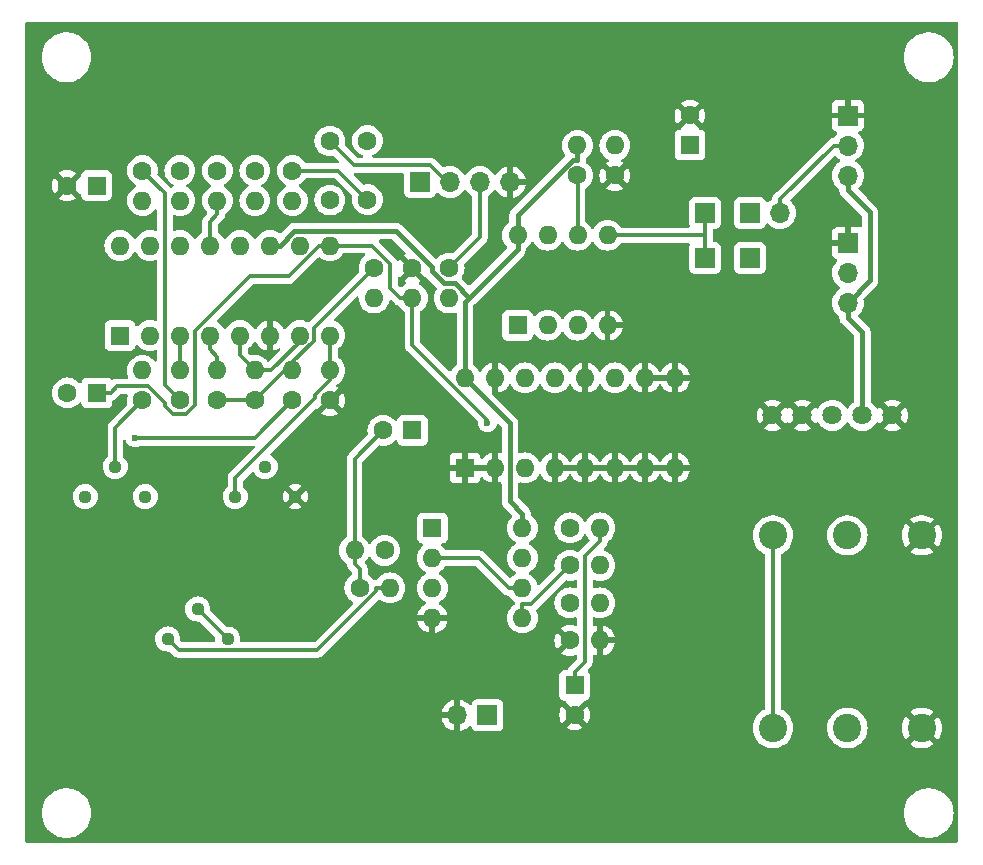
<source format=gbl>
G04 #@! TF.GenerationSoftware,KiCad,Pcbnew,8.0.8*
G04 #@! TF.CreationDate,2025-02-24T17:06:16+09:00*
G04 #@! TF.ProjectId,LM13700_Overdrive,4c4d3133-3730-4305-9f4f-766572647269,rev?*
G04 #@! TF.SameCoordinates,Original*
G04 #@! TF.FileFunction,Copper,L2,Bot*
G04 #@! TF.FilePolarity,Positive*
%FSLAX46Y46*%
G04 Gerber Fmt 4.6, Leading zero omitted, Abs format (unit mm)*
G04 Created by KiCad (PCBNEW 8.0.8) date 2025-02-24 17:06:16*
%MOMM*%
%LPD*%
G01*
G04 APERTURE LIST*
G04 #@! TA.AperFunction,ComponentPad*
%ADD10R,1.600000X1.600000*%
G04 #@! TD*
G04 #@! TA.AperFunction,ComponentPad*
%ADD11O,1.600000X1.600000*%
G04 #@! TD*
G04 #@! TA.AperFunction,ComponentPad*
%ADD12C,1.635000*%
G04 #@! TD*
G04 #@! TA.AperFunction,ComponentPad*
%ADD13C,1.120000*%
G04 #@! TD*
G04 #@! TA.AperFunction,ComponentPad*
%ADD14C,1.600000*%
G04 #@! TD*
G04 #@! TA.AperFunction,ComponentPad*
%ADD15R,1.700000X1.700000*%
G04 #@! TD*
G04 #@! TA.AperFunction,ComponentPad*
%ADD16O,1.700000X1.700000*%
G04 #@! TD*
G04 #@! TA.AperFunction,ComponentPad*
%ADD17C,2.400000*%
G04 #@! TD*
G04 #@! TA.AperFunction,ViaPad*
%ADD18C,0.600000*%
G04 #@! TD*
G04 #@! TA.AperFunction,Conductor*
%ADD19C,0.300000*%
G04 #@! TD*
G04 #@! TA.AperFunction,Conductor*
%ADD20C,0.400000*%
G04 #@! TD*
G04 APERTURE END LIST*
D10*
X130185000Y-52695000D03*
D11*
X132725000Y-52695000D03*
X135265000Y-52695000D03*
X137805000Y-52695000D03*
X137805000Y-45075000D03*
X135265000Y-45075000D03*
X132725000Y-45075000D03*
X130185000Y-45075000D03*
D10*
X122975000Y-69860000D03*
D11*
X122975000Y-72400000D03*
X122975000Y-74940000D03*
X122975000Y-77480000D03*
X130595000Y-77480000D03*
X130595000Y-74940000D03*
X130595000Y-72400000D03*
X130595000Y-69860000D03*
D12*
X154305000Y-60325000D03*
X156845000Y-60325000D03*
X159385000Y-60325000D03*
X151765000Y-60325000D03*
X161925000Y-60325000D03*
D13*
X106284500Y-67200000D03*
X108824500Y-64660000D03*
X111364500Y-67200000D03*
X100569500Y-79265000D03*
X103109500Y-76725000D03*
X105649500Y-79265000D03*
X93584500Y-67200000D03*
X96124500Y-64660000D03*
X98664500Y-67200000D03*
D10*
X125730000Y-64770000D03*
D11*
X128270000Y-64770000D03*
X130810000Y-64770000D03*
X133350000Y-64770000D03*
X135890000Y-64770000D03*
X138430000Y-64770000D03*
X140970000Y-64770000D03*
X143510000Y-64770000D03*
X143510000Y-57150000D03*
X140970000Y-57150000D03*
X138430000Y-57150000D03*
X135890000Y-57150000D03*
X133350000Y-57150000D03*
X130810000Y-57150000D03*
X128270000Y-57150000D03*
X125730000Y-57150000D03*
D10*
X96520000Y-53565000D03*
D11*
X99060000Y-53565000D03*
X101600000Y-53565000D03*
X104140000Y-53565000D03*
X106680000Y-53565000D03*
X109220000Y-53565000D03*
X111760000Y-53565000D03*
X114300000Y-53565000D03*
X114300000Y-45945000D03*
X111760000Y-45945000D03*
X109220000Y-45945000D03*
X106680000Y-45945000D03*
X104140000Y-45945000D03*
X101600000Y-45945000D03*
X99060000Y-45945000D03*
X96520000Y-45945000D03*
D14*
X138430000Y-40005000D03*
D11*
X138430000Y-37465000D03*
D14*
X135255000Y-40005000D03*
D11*
X135255000Y-37465000D03*
D14*
X134620000Y-79375000D03*
D11*
X137160000Y-79375000D03*
D14*
X134620000Y-69850000D03*
D11*
X137160000Y-69850000D03*
D14*
X134620000Y-76200000D03*
D11*
X137160000Y-76200000D03*
D14*
X134620000Y-73025000D03*
D11*
X137160000Y-73025000D03*
D14*
X116840000Y-74930000D03*
D11*
X119380000Y-74930000D03*
D14*
X118930000Y-71755000D03*
D11*
X116390000Y-71755000D03*
X111125000Y-56515000D03*
D14*
X111125000Y-59055000D03*
D11*
X114300000Y-56515000D03*
D14*
X114300000Y-59055000D03*
D11*
X107950000Y-56515000D03*
D14*
X107950000Y-59055000D03*
D11*
X98425000Y-56515000D03*
D14*
X98425000Y-59055000D03*
D11*
X101600000Y-56515000D03*
D14*
X101600000Y-59055000D03*
D11*
X104775000Y-56515000D03*
D14*
X104775000Y-59055000D03*
X121285000Y-47850000D03*
D11*
X121285000Y-50390000D03*
D14*
X118045100Y-47850000D03*
D11*
X118045100Y-50390000D03*
D14*
X124395100Y-47850000D03*
D11*
X124395100Y-50390000D03*
D14*
X101600000Y-39595000D03*
D11*
X101600000Y-42135000D03*
D14*
X104775000Y-39595000D03*
D11*
X104775000Y-42135000D03*
D14*
X107950000Y-39595000D03*
D11*
X107950000Y-42135000D03*
D14*
X111125000Y-39595000D03*
D11*
X111125000Y-42135000D03*
D14*
X98425000Y-39595000D03*
D11*
X98425000Y-42135000D03*
D15*
X146050000Y-46990000D03*
X146050000Y-43180000D03*
X127635000Y-85725000D03*
D16*
X125095000Y-85725000D03*
D17*
X158115000Y-86785000D03*
X164415000Y-86785000D03*
X151815000Y-86785000D03*
X158115000Y-70485000D03*
X164415000Y-70485000D03*
X151815000Y-70485000D03*
D15*
X149860000Y-43180000D03*
D16*
X152400000Y-43180000D03*
D15*
X158145000Y-34940000D03*
D16*
X158145000Y-37480000D03*
X158145000Y-40020000D03*
D15*
X149865000Y-46990000D03*
X158145000Y-45720000D03*
D16*
X158145000Y-48260000D03*
X158145000Y-50800000D03*
D15*
X121930000Y-40570000D03*
D16*
X124470000Y-40570000D03*
X127010000Y-40570000D03*
X129550000Y-40570000D03*
D10*
X144785000Y-37425000D03*
D14*
X144785000Y-34925000D03*
D10*
X135030000Y-83185000D03*
D14*
X135030000Y-85685000D03*
D10*
X121285000Y-61595000D03*
D14*
X118785000Y-61595000D03*
D10*
X94575000Y-58420000D03*
D14*
X92075000Y-58420000D03*
D10*
X94550100Y-40865000D03*
D14*
X92050100Y-40865000D03*
X114300000Y-37095000D03*
X114300000Y-42095000D03*
X117475000Y-37055000D03*
X117475000Y-42055000D03*
D18*
X97790000Y-62230000D03*
X127635000Y-60960000D03*
D19*
X111760000Y-54087500D02*
X109332500Y-56515000D01*
X109332500Y-56515000D02*
X107950000Y-56515000D01*
X111760000Y-53565000D02*
X111760000Y-54087500D01*
X106680000Y-55245000D02*
X106680000Y-53565000D01*
X107950000Y-56515000D02*
X106680000Y-55245000D01*
X107950000Y-62230000D02*
X97790000Y-62230000D01*
X111125000Y-59055000D02*
X107950000Y-62230000D01*
X121285000Y-54393500D02*
X121285000Y-50390000D01*
X127635000Y-60960000D02*
X127635000Y-60743500D01*
X127635000Y-60743500D02*
X121285000Y-54393500D01*
D20*
X160020000Y-43146700D02*
X160020000Y-48895000D01*
X158145000Y-50770000D02*
X158145000Y-50800000D01*
X158145000Y-41271700D02*
X160020000Y-43146700D01*
X160020000Y-48895000D02*
X158145000Y-50770000D01*
X158145000Y-40020000D02*
X158145000Y-41271700D01*
D19*
X107950000Y-59055000D02*
X110490000Y-56515000D01*
X117834100Y-45945000D02*
X114300000Y-45945000D01*
X119380000Y-47490900D02*
X117834100Y-45945000D01*
X120240000Y-50390000D02*
X119380000Y-49530000D01*
X121285000Y-50390000D02*
X120240000Y-50390000D01*
X119380000Y-49530000D02*
X119380000Y-47490900D01*
X122797800Y-39161700D02*
X124206100Y-40570000D01*
X116366700Y-39161700D02*
X122797800Y-39161700D01*
X124206100Y-40570000D02*
X124470000Y-40570000D01*
X114300000Y-37095000D02*
X116366700Y-39161700D01*
X106284500Y-65619700D02*
X106284500Y-67200000D01*
X113030000Y-58874200D02*
X106284500Y-65619700D01*
X114300000Y-57331800D02*
X113030000Y-58601800D01*
X114300000Y-56515000D02*
X114300000Y-57331800D01*
X113030000Y-58601800D02*
X113030000Y-58874200D01*
X111125000Y-55840600D02*
X111125000Y-56515000D01*
X112924800Y-52970300D02*
X112924800Y-54040800D01*
X112924800Y-54040800D02*
X111125000Y-55840600D01*
X118045100Y-47850000D02*
X112924800Y-52970300D01*
X113416800Y-45945000D02*
X114300000Y-45945000D01*
X110796400Y-48565400D02*
X113416800Y-45945000D01*
X107505600Y-48565400D02*
X110796400Y-48565400D01*
X102870000Y-59464500D02*
X102870000Y-53201000D01*
X101038300Y-60208500D02*
X102126000Y-60208500D01*
X100330400Y-59500600D02*
X101038300Y-60208500D01*
X98874800Y-57861900D02*
X100330400Y-59317500D01*
X100330400Y-59317500D02*
X100330400Y-59500600D01*
X96284800Y-57861900D02*
X98874800Y-57861900D01*
X95726700Y-58420000D02*
X96284800Y-57861900D01*
X102126000Y-60208500D02*
X102870000Y-59464500D01*
X102870000Y-53201000D02*
X107505600Y-48565400D01*
X94575000Y-58420000D02*
X95726700Y-58420000D01*
D20*
X119913500Y-44731800D02*
X122909800Y-47728100D01*
X111259400Y-44731800D02*
X119913500Y-44731800D01*
X123953600Y-49120000D02*
X124856800Y-49120000D01*
X124856800Y-49120000D02*
X126099300Y-50362400D01*
X110046200Y-45945000D02*
X111259400Y-44731800D01*
X122909800Y-48076200D02*
X123953600Y-49120000D01*
X109220000Y-45945000D02*
X110046200Y-45945000D01*
X122909800Y-47728100D02*
X122909800Y-48076200D01*
D19*
X131316700Y-76328300D02*
X130595000Y-76328300D01*
X134620000Y-73025000D02*
X131316700Y-76328300D01*
X130595000Y-77480000D02*
X130595000Y-76328300D01*
X118228300Y-75198500D02*
X118228300Y-74930000D01*
X113246600Y-80180200D02*
X118228300Y-75198500D01*
X101484700Y-80180200D02*
X113246600Y-80180200D01*
X100569500Y-79265000D02*
X101484700Y-80180200D01*
X119380000Y-74930000D02*
X118228300Y-74930000D01*
X135265000Y-40015000D02*
X135265000Y-45075000D01*
X135255000Y-40005000D02*
X135265000Y-40015000D01*
X105649500Y-79265000D02*
X103109500Y-76725000D01*
X114300000Y-56515000D02*
X114300000Y-53565000D01*
X96124500Y-61355500D02*
X96124500Y-64660000D01*
X98425000Y-59055000D02*
X96124500Y-61355500D01*
X101600000Y-56515000D02*
X101600000Y-53565000D01*
X104140000Y-54728300D02*
X104140000Y-53565000D01*
X104775000Y-55363300D02*
X104140000Y-54728300D01*
X104775000Y-56515000D02*
X104775000Y-55363300D01*
X104140000Y-43921700D02*
X104140000Y-45945000D01*
X104775000Y-43286700D02*
X104140000Y-43921700D01*
X104775000Y-42135000D02*
X104775000Y-43286700D01*
X137805000Y-45075000D02*
X138956700Y-45075000D01*
X146050000Y-45075000D02*
X138956700Y-45075000D01*
X146050000Y-43180000D02*
X146050000Y-45075000D01*
X146050000Y-45075000D02*
X146050000Y-46990000D01*
X151815000Y-70485000D02*
X151815000Y-86785000D01*
X126903300Y-72400000D02*
X122975000Y-72400000D01*
X129443300Y-74940000D02*
X126903300Y-72400000D01*
X130595000Y-74940000D02*
X129443300Y-74940000D01*
X100330000Y-41500000D02*
X98425000Y-39595000D01*
X100330000Y-57785000D02*
X100330000Y-41500000D01*
X101600000Y-59055000D02*
X100330000Y-57785000D01*
X104775000Y-59055000D02*
X107850800Y-59055000D01*
X152445000Y-41978300D02*
X152400000Y-41978300D01*
X156943300Y-37480000D02*
X152445000Y-41978300D01*
X158145000Y-37480000D02*
X156943300Y-37480000D01*
X152400000Y-43180000D02*
X152400000Y-41978300D01*
X127010000Y-45235100D02*
X124395100Y-47850000D01*
X127010000Y-40570000D02*
X127010000Y-45235100D01*
D20*
X159385000Y-53291700D02*
X159385000Y-60325000D01*
X158145000Y-52051700D02*
X159385000Y-53291700D01*
X158145000Y-50800000D02*
X158145000Y-52051700D01*
X135255000Y-37465000D02*
X135255000Y-38666700D01*
X130185000Y-43361200D02*
X130185000Y-45075000D01*
X134879500Y-38666700D02*
X130185000Y-43361200D01*
X135255000Y-38666700D02*
X134879500Y-38666700D01*
X130185000Y-45075000D02*
X130185000Y-46276700D01*
X130185000Y-46276700D02*
X126099300Y-50362400D01*
X130595000Y-69860000D02*
X130595000Y-68658300D01*
X125730000Y-50731700D02*
X125730000Y-57150000D01*
X126099300Y-50362400D02*
X125730000Y-50731700D01*
X129540000Y-67603300D02*
X130595000Y-68658300D01*
X129540000Y-60960000D02*
X129540000Y-67603300D01*
X125730000Y-57150000D02*
X129540000Y-60960000D01*
D19*
X135890000Y-72271700D02*
X137160000Y-71001700D01*
X135890000Y-81173300D02*
X135890000Y-72271700D01*
X135030000Y-82033300D02*
X135890000Y-81173300D01*
X135030000Y-83185000D02*
X135030000Y-82033300D01*
X137160000Y-69850000D02*
X137160000Y-71001700D01*
X116390000Y-63990000D02*
X116390000Y-71755000D01*
X118785000Y-61595000D02*
X116390000Y-63990000D01*
X116840000Y-73356700D02*
X116840000Y-74930000D01*
X116390000Y-72906700D02*
X116840000Y-73356700D01*
X116390000Y-71755000D02*
X116390000Y-72906700D01*
X115015000Y-39595000D02*
X111125000Y-39595000D01*
X117475000Y-42055000D02*
X115015000Y-39595000D01*
G04 #@! TA.AperFunction,Conductor*
G36*
X127949920Y-64524394D02*
G01*
X127897259Y-64615606D01*
X127870000Y-64717339D01*
X127870000Y-64822661D01*
X127897259Y-64924394D01*
X127949920Y-65015606D01*
X127954314Y-65020000D01*
X126045686Y-65020000D01*
X126050080Y-65015606D01*
X126102741Y-64924394D01*
X126130000Y-64822661D01*
X126130000Y-64717339D01*
X126102741Y-64615606D01*
X126050080Y-64524394D01*
X126045686Y-64520000D01*
X127954314Y-64520000D01*
X127949920Y-64524394D01*
G37*
G04 #@! TD.AperFunction*
G04 #@! TA.AperFunction,Conductor*
G36*
X135569920Y-64524394D02*
G01*
X135517259Y-64615606D01*
X135490000Y-64717339D01*
X135490000Y-64822661D01*
X135517259Y-64924394D01*
X135569920Y-65015606D01*
X135574314Y-65020000D01*
X133665686Y-65020000D01*
X133670080Y-65015606D01*
X133722741Y-64924394D01*
X133750000Y-64822661D01*
X133750000Y-64717339D01*
X133722741Y-64615606D01*
X133670080Y-64524394D01*
X133665686Y-64520000D01*
X135574314Y-64520000D01*
X135569920Y-64524394D01*
G37*
G04 #@! TD.AperFunction*
G04 #@! TA.AperFunction,Conductor*
G36*
X138109920Y-64524394D02*
G01*
X138057259Y-64615606D01*
X138030000Y-64717339D01*
X138030000Y-64822661D01*
X138057259Y-64924394D01*
X138109920Y-65015606D01*
X138114314Y-65020000D01*
X136205686Y-65020000D01*
X136210080Y-65015606D01*
X136262741Y-64924394D01*
X136290000Y-64822661D01*
X136290000Y-64717339D01*
X136262741Y-64615606D01*
X136210080Y-64524394D01*
X136205686Y-64520000D01*
X138114314Y-64520000D01*
X138109920Y-64524394D01*
G37*
G04 #@! TD.AperFunction*
G04 #@! TA.AperFunction,Conductor*
G36*
X140649920Y-64524394D02*
G01*
X140597259Y-64615606D01*
X140570000Y-64717339D01*
X140570000Y-64822661D01*
X140597259Y-64924394D01*
X140649920Y-65015606D01*
X140654314Y-65020000D01*
X138745686Y-65020000D01*
X138750080Y-65015606D01*
X138802741Y-64924394D01*
X138830000Y-64822661D01*
X138830000Y-64717339D01*
X138802741Y-64615606D01*
X138750080Y-64524394D01*
X138745686Y-64520000D01*
X140654314Y-64520000D01*
X140649920Y-64524394D01*
G37*
G04 #@! TD.AperFunction*
G04 #@! TA.AperFunction,Conductor*
G36*
X143189920Y-64524394D02*
G01*
X143137259Y-64615606D01*
X143110000Y-64717339D01*
X143110000Y-64822661D01*
X143137259Y-64924394D01*
X143189920Y-65015606D01*
X143194314Y-65020000D01*
X141285686Y-65020000D01*
X141290080Y-65015606D01*
X141342741Y-64924394D01*
X141370000Y-64822661D01*
X141370000Y-64717339D01*
X141342741Y-64615606D01*
X141290080Y-64524394D01*
X141285686Y-64520000D01*
X143194314Y-64520000D01*
X143189920Y-64524394D01*
G37*
G04 #@! TD.AperFunction*
G04 #@! TA.AperFunction,Conductor*
G36*
X143189920Y-56904394D02*
G01*
X143137259Y-56995606D01*
X143110000Y-57097339D01*
X143110000Y-57202661D01*
X143137259Y-57304394D01*
X143189920Y-57395606D01*
X143194314Y-57400000D01*
X141285686Y-57400000D01*
X141290080Y-57395606D01*
X141342741Y-57304394D01*
X141370000Y-57202661D01*
X141370000Y-57097339D01*
X141342741Y-56995606D01*
X141290080Y-56904394D01*
X141285686Y-56900000D01*
X143194314Y-56900000D01*
X143189920Y-56904394D01*
G37*
G04 #@! TD.AperFunction*
G04 #@! TA.AperFunction,Conductor*
G36*
X122366763Y-48578210D02*
G01*
X122424936Y-48589901D01*
X122454925Y-48611982D01*
X123320965Y-49478022D01*
X123354450Y-49539345D01*
X123349466Y-49609037D01*
X123334859Y-49636826D01*
X123264534Y-49737262D01*
X123168361Y-49943502D01*
X123168358Y-49943511D01*
X123109466Y-50163302D01*
X123109464Y-50163313D01*
X123089632Y-50389998D01*
X123089632Y-50390001D01*
X123109464Y-50616686D01*
X123109466Y-50616697D01*
X123168358Y-50836488D01*
X123168361Y-50836497D01*
X123264531Y-51042732D01*
X123264532Y-51042734D01*
X123395054Y-51229141D01*
X123555958Y-51390045D01*
X123562322Y-51394501D01*
X123742366Y-51520568D01*
X123948604Y-51616739D01*
X124168408Y-51675635D01*
X124330330Y-51689801D01*
X124395098Y-51695468D01*
X124395100Y-51695468D01*
X124395102Y-51695468D01*
X124451773Y-51690509D01*
X124621792Y-51675635D01*
X124841596Y-51616739D01*
X124853093Y-51611377D01*
X124922168Y-51600883D01*
X124985953Y-51629401D01*
X125024195Y-51687876D01*
X125029500Y-51723758D01*
X125029500Y-55988326D01*
X125009815Y-56055365D01*
X124976624Y-56089901D01*
X124890863Y-56149951D01*
X124729951Y-56310862D01*
X124599431Y-56497267D01*
X124581818Y-56535037D01*
X124535644Y-56587475D01*
X124468450Y-56606625D01*
X124401569Y-56586408D01*
X124381756Y-56570310D01*
X121971819Y-54160373D01*
X121938334Y-54099050D01*
X121935500Y-54072692D01*
X121935500Y-51586682D01*
X121955185Y-51519643D01*
X121988371Y-51485111D01*
X122124139Y-51390047D01*
X122285047Y-51229139D01*
X122415568Y-51042734D01*
X122511739Y-50836496D01*
X122570635Y-50616692D01*
X122590468Y-50390000D01*
X122570635Y-50163308D01*
X122511739Y-49943504D01*
X122415568Y-49737266D01*
X122285047Y-49550861D01*
X122285045Y-49550858D01*
X122124141Y-49389954D01*
X122013645Y-49312585D01*
X121937734Y-49259432D01*
X121879132Y-49232105D01*
X121826694Y-49185933D01*
X121807543Y-49118739D01*
X121827759Y-49051858D01*
X121879135Y-49007341D01*
X121937482Y-48980133D01*
X122010471Y-48929024D01*
X121331447Y-48250000D01*
X121337661Y-48250000D01*
X121439394Y-48222741D01*
X121530606Y-48170080D01*
X121605080Y-48095606D01*
X121657741Y-48004394D01*
X121685000Y-47902661D01*
X121685000Y-47896446D01*
X122366763Y-48578210D01*
G37*
G04 #@! TD.AperFunction*
G04 #@! TA.AperFunction,Conductor*
G36*
X109470000Y-54843872D02*
G01*
X109666317Y-54791269D01*
X109666326Y-54791265D01*
X109872483Y-54695133D01*
X109912094Y-54667397D01*
X109978300Y-54645069D01*
X110046067Y-54662078D01*
X110093881Y-54713025D01*
X110106560Y-54781735D01*
X110080080Y-54846392D01*
X110070900Y-54856652D01*
X109178769Y-55748783D01*
X109117446Y-55782268D01*
X109047754Y-55777284D01*
X108991821Y-55735412D01*
X108989529Y-55732247D01*
X108950047Y-55675861D01*
X108950046Y-55675860D01*
X108950044Y-55675857D01*
X108789141Y-55514954D01*
X108602734Y-55384432D01*
X108602732Y-55384431D01*
X108396497Y-55288261D01*
X108396488Y-55288258D01*
X108176697Y-55229366D01*
X108176693Y-55229365D01*
X108176692Y-55229365D01*
X108176691Y-55229364D01*
X108176686Y-55229364D01*
X107950002Y-55209532D01*
X107949998Y-55209532D01*
X107723313Y-55229364D01*
X107723299Y-55229367D01*
X107682834Y-55240209D01*
X107612984Y-55238545D01*
X107563061Y-55208115D01*
X107366819Y-55011873D01*
X107333334Y-54950550D01*
X107330500Y-54924192D01*
X107330500Y-54761682D01*
X107350185Y-54694643D01*
X107383371Y-54660111D01*
X107519139Y-54565047D01*
X107680047Y-54404139D01*
X107810568Y-54217734D01*
X107837895Y-54159129D01*
X107884064Y-54106695D01*
X107951257Y-54087542D01*
X108018139Y-54107757D01*
X108062657Y-54159133D01*
X108089865Y-54217482D01*
X108220342Y-54403820D01*
X108381179Y-54564657D01*
X108567517Y-54695134D01*
X108773673Y-54791265D01*
X108773682Y-54791269D01*
X108969999Y-54843872D01*
X108970000Y-54843871D01*
X108970000Y-53880686D01*
X108974394Y-53885080D01*
X109065606Y-53937741D01*
X109167339Y-53965000D01*
X109272661Y-53965000D01*
X109374394Y-53937741D01*
X109465606Y-53885080D01*
X109470000Y-53880686D01*
X109470000Y-54843872D01*
G37*
G04 #@! TD.AperFunction*
G04 #@! TA.AperFunction,Conductor*
G36*
X117243119Y-46615185D02*
G01*
X117288874Y-46667989D01*
X117298818Y-46737147D01*
X117269793Y-46800703D01*
X117247203Y-46821075D01*
X117205958Y-46849954D01*
X117045054Y-47010858D01*
X116914532Y-47197265D01*
X116914531Y-47197267D01*
X116818361Y-47403502D01*
X116818358Y-47403511D01*
X116759466Y-47623302D01*
X116759464Y-47623313D01*
X116739632Y-47849998D01*
X116739632Y-47850001D01*
X116759464Y-48076686D01*
X116759466Y-48076697D01*
X116770309Y-48117163D01*
X116768646Y-48187013D01*
X116738215Y-48236937D01*
X112561154Y-52413998D01*
X112499831Y-52447483D01*
X112430139Y-52442499D01*
X112417682Y-52436629D01*
X112417640Y-52436720D01*
X112412735Y-52434432D01*
X112412734Y-52434432D01*
X112313097Y-52387970D01*
X112206497Y-52338261D01*
X112206488Y-52338258D01*
X111986697Y-52279366D01*
X111986693Y-52279365D01*
X111986692Y-52279365D01*
X111986691Y-52279364D01*
X111986686Y-52279364D01*
X111760002Y-52259532D01*
X111759998Y-52259532D01*
X111533313Y-52279364D01*
X111533302Y-52279366D01*
X111313511Y-52338258D01*
X111313502Y-52338261D01*
X111107267Y-52434431D01*
X111107265Y-52434432D01*
X110920858Y-52564954D01*
X110759954Y-52725858D01*
X110629433Y-52912264D01*
X110629432Y-52912266D01*
X110607224Y-52959892D01*
X110602106Y-52970867D01*
X110555933Y-53023306D01*
X110488739Y-53042457D01*
X110421858Y-53022241D01*
X110377342Y-52970865D01*
X110350135Y-52912520D01*
X110350134Y-52912518D01*
X110219657Y-52726179D01*
X110058820Y-52565342D01*
X109872482Y-52434865D01*
X109666328Y-52338734D01*
X109470000Y-52286127D01*
X109470000Y-53249314D01*
X109465606Y-53244920D01*
X109374394Y-53192259D01*
X109272661Y-53165000D01*
X109167339Y-53165000D01*
X109065606Y-53192259D01*
X108974394Y-53244920D01*
X108970000Y-53249314D01*
X108970000Y-52286127D01*
X108773671Y-52338734D01*
X108567517Y-52434865D01*
X108381179Y-52565342D01*
X108220342Y-52726179D01*
X108089867Y-52912515D01*
X108062657Y-52970867D01*
X108016484Y-53023306D01*
X107949290Y-53042457D01*
X107882409Y-53022241D01*
X107837893Y-52970865D01*
X107832776Y-52959892D01*
X107810568Y-52912266D01*
X107680047Y-52725861D01*
X107680045Y-52725858D01*
X107519141Y-52564954D01*
X107332734Y-52434432D01*
X107332732Y-52434431D01*
X107126497Y-52338261D01*
X107126488Y-52338258D01*
X106906697Y-52279366D01*
X106906693Y-52279365D01*
X106906692Y-52279365D01*
X106906691Y-52279364D01*
X106906686Y-52279364D01*
X106680002Y-52259532D01*
X106679998Y-52259532D01*
X106453313Y-52279364D01*
X106453302Y-52279366D01*
X106233511Y-52338258D01*
X106233502Y-52338261D01*
X106027267Y-52434431D01*
X106027265Y-52434432D01*
X105840858Y-52564954D01*
X105679954Y-52725858D01*
X105549432Y-52912265D01*
X105549431Y-52912267D01*
X105536217Y-52940606D01*
X105527224Y-52959892D01*
X105522382Y-52970275D01*
X105476209Y-53022714D01*
X105409016Y-53041866D01*
X105342135Y-53021650D01*
X105297618Y-52970275D01*
X105270568Y-52912266D01*
X105140047Y-52725861D01*
X105140045Y-52725858D01*
X104979141Y-52564954D01*
X104792734Y-52434432D01*
X104792732Y-52434431D01*
X104792123Y-52434147D01*
X104791900Y-52433951D01*
X104788043Y-52431724D01*
X104788490Y-52430948D01*
X104739687Y-52387970D01*
X104720541Y-52320775D01*
X104740763Y-52253895D01*
X104756851Y-52234093D01*
X107738727Y-49252219D01*
X107800050Y-49218734D01*
X107826408Y-49215900D01*
X110860471Y-49215900D01*
X110945015Y-49199082D01*
X110986144Y-49190901D01*
X111104527Y-49141865D01*
X111120188Y-49131401D01*
X111211069Y-49070677D01*
X113314260Y-46967483D01*
X113375581Y-46934000D01*
X113445272Y-46938984D01*
X113473062Y-46953591D01*
X113587467Y-47033697D01*
X113647266Y-47075568D01*
X113853504Y-47171739D01*
X113853509Y-47171740D01*
X113853511Y-47171741D01*
X113894684Y-47182773D01*
X114073308Y-47230635D01*
X114235230Y-47244801D01*
X114299998Y-47250468D01*
X114300000Y-47250468D01*
X114300002Y-47250468D01*
X114356673Y-47245509D01*
X114526692Y-47230635D01*
X114746496Y-47171739D01*
X114952734Y-47075568D01*
X115139139Y-46945047D01*
X115300047Y-46784139D01*
X115364255Y-46692438D01*
X115395108Y-46648377D01*
X115449685Y-46604752D01*
X115496683Y-46595500D01*
X117176080Y-46595500D01*
X117243119Y-46615185D01*
G37*
G04 #@! TD.AperFunction*
G04 #@! TA.AperFunction,Conductor*
G36*
X120885000Y-47902661D02*
G01*
X120912259Y-48004394D01*
X120964920Y-48095606D01*
X121039394Y-48170080D01*
X121130606Y-48222741D01*
X121232339Y-48250000D01*
X121238553Y-48250000D01*
X120559526Y-48929025D01*
X120632513Y-48980132D01*
X120632521Y-48980136D01*
X120690864Y-49007342D01*
X120743304Y-49053514D01*
X120762456Y-49120707D01*
X120742241Y-49187589D01*
X120690866Y-49232105D01*
X120632272Y-49259428D01*
X120632265Y-49259432D01*
X120445858Y-49389954D01*
X120390559Y-49445253D01*
X120329236Y-49478737D01*
X120259544Y-49473752D01*
X120215198Y-49445252D01*
X120066819Y-49296873D01*
X120033334Y-49235550D01*
X120030500Y-49209192D01*
X120030500Y-48695442D01*
X120050185Y-48628403D01*
X120102989Y-48582648D01*
X120165308Y-48571914D01*
X120205974Y-48575472D01*
X120885000Y-47896446D01*
X120885000Y-47902661D01*
G37*
G04 #@! TD.AperFunction*
G04 #@! TA.AperFunction,Conductor*
G36*
X119639020Y-45451985D02*
G01*
X119659662Y-45468619D01*
X120697154Y-46506111D01*
X120730639Y-46567434D01*
X120725655Y-46637126D01*
X120683783Y-46693059D01*
X120661880Y-46706173D01*
X120632518Y-46719865D01*
X120632512Y-46719868D01*
X120559526Y-46770973D01*
X120559526Y-46770974D01*
X121238554Y-47450000D01*
X121232339Y-47450000D01*
X121130606Y-47477259D01*
X121039394Y-47529920D01*
X120964920Y-47604394D01*
X120912259Y-47695606D01*
X120885000Y-47797339D01*
X120885000Y-47803552D01*
X120205974Y-47124526D01*
X120205973Y-47124526D01*
X120162355Y-47186820D01*
X120107778Y-47230445D01*
X120038280Y-47237639D01*
X119975925Y-47206116D01*
X119957678Y-47184588D01*
X119934925Y-47150536D01*
X119934924Y-47150535D01*
X119924848Y-47135455D01*
X119885277Y-47076231D01*
X119885275Y-47076229D01*
X119885273Y-47076226D01*
X119885272Y-47076225D01*
X118453027Y-45643981D01*
X118419542Y-45582658D01*
X118424526Y-45512966D01*
X118466398Y-45457033D01*
X118531862Y-45432616D01*
X118540708Y-45432300D01*
X119571981Y-45432300D01*
X119639020Y-45451985D01*
G37*
G04 #@! TD.AperFunction*
G04 #@! TA.AperFunction,Conductor*
G36*
X167442539Y-27050185D02*
G01*
X167488294Y-27102989D01*
X167499500Y-27154500D01*
X167499500Y-96375500D01*
X167479815Y-96442539D01*
X167427011Y-96488294D01*
X167375500Y-96499500D01*
X88624500Y-96499500D01*
X88557461Y-96479815D01*
X88511706Y-96427011D01*
X88500500Y-96375500D01*
X88500500Y-94000000D01*
X89894592Y-94000000D01*
X89914201Y-94286680D01*
X89972666Y-94568034D01*
X89972667Y-94568037D01*
X90068894Y-94838793D01*
X90068893Y-94838793D01*
X90201098Y-95093935D01*
X90366812Y-95328700D01*
X90451923Y-95419831D01*
X90562947Y-95538708D01*
X90785853Y-95720055D01*
X91031382Y-95869365D01*
X91218237Y-95950526D01*
X91294942Y-95983844D01*
X91571642Y-96061371D01*
X91821920Y-96095771D01*
X91856321Y-96100500D01*
X91856322Y-96100500D01*
X92143679Y-96100500D01*
X92174370Y-96096281D01*
X92428358Y-96061371D01*
X92705058Y-95983844D01*
X92818015Y-95934779D01*
X92968617Y-95869365D01*
X92968620Y-95869363D01*
X92968625Y-95869361D01*
X93214147Y-95720055D01*
X93437053Y-95538708D01*
X93633189Y-95328698D01*
X93798901Y-95093936D01*
X93931104Y-94838797D01*
X94027334Y-94568032D01*
X94085798Y-94286686D01*
X94105408Y-94000000D01*
X162894592Y-94000000D01*
X162914201Y-94286680D01*
X162972666Y-94568034D01*
X162972667Y-94568037D01*
X163068894Y-94838793D01*
X163068893Y-94838793D01*
X163201098Y-95093935D01*
X163366812Y-95328700D01*
X163451923Y-95419831D01*
X163562947Y-95538708D01*
X163785853Y-95720055D01*
X164031382Y-95869365D01*
X164218237Y-95950526D01*
X164294942Y-95983844D01*
X164571642Y-96061371D01*
X164821920Y-96095771D01*
X164856321Y-96100500D01*
X164856322Y-96100500D01*
X165143679Y-96100500D01*
X165174370Y-96096281D01*
X165428358Y-96061371D01*
X165705058Y-95983844D01*
X165818015Y-95934779D01*
X165968617Y-95869365D01*
X165968620Y-95869363D01*
X165968625Y-95869361D01*
X166214147Y-95720055D01*
X166437053Y-95538708D01*
X166633189Y-95328698D01*
X166798901Y-95093936D01*
X166931104Y-94838797D01*
X167027334Y-94568032D01*
X167085798Y-94286686D01*
X167105408Y-94000000D01*
X167085798Y-93713314D01*
X167027334Y-93431968D01*
X166931105Y-93161206D01*
X166931106Y-93161206D01*
X166798901Y-92906064D01*
X166633187Y-92671299D01*
X166554554Y-92587105D01*
X166437053Y-92461292D01*
X166214147Y-92279945D01*
X166214146Y-92279944D01*
X165968617Y-92130634D01*
X165705063Y-92016158D01*
X165705061Y-92016157D01*
X165705058Y-92016156D01*
X165575578Y-91979877D01*
X165428364Y-91938630D01*
X165428359Y-91938629D01*
X165428358Y-91938629D01*
X165286018Y-91919064D01*
X165143679Y-91899500D01*
X165143678Y-91899500D01*
X164856322Y-91899500D01*
X164856321Y-91899500D01*
X164571642Y-91938629D01*
X164571635Y-91938630D01*
X164363861Y-91996845D01*
X164294942Y-92016156D01*
X164294939Y-92016156D01*
X164294936Y-92016158D01*
X164294935Y-92016158D01*
X164031382Y-92130634D01*
X163785853Y-92279944D01*
X163562950Y-92461289D01*
X163366812Y-92671299D01*
X163201098Y-92906064D01*
X163068894Y-93161206D01*
X162972667Y-93431962D01*
X162972666Y-93431965D01*
X162914201Y-93713319D01*
X162894592Y-94000000D01*
X94105408Y-94000000D01*
X94085798Y-93713314D01*
X94027334Y-93431968D01*
X93931105Y-93161206D01*
X93931106Y-93161206D01*
X93798901Y-92906064D01*
X93633187Y-92671299D01*
X93554554Y-92587105D01*
X93437053Y-92461292D01*
X93214147Y-92279945D01*
X93214146Y-92279944D01*
X92968617Y-92130634D01*
X92705063Y-92016158D01*
X92705061Y-92016157D01*
X92705058Y-92016156D01*
X92575578Y-91979877D01*
X92428364Y-91938630D01*
X92428359Y-91938629D01*
X92428358Y-91938629D01*
X92286018Y-91919064D01*
X92143679Y-91899500D01*
X92143678Y-91899500D01*
X91856322Y-91899500D01*
X91856321Y-91899500D01*
X91571642Y-91938629D01*
X91571635Y-91938630D01*
X91363861Y-91996845D01*
X91294942Y-92016156D01*
X91294939Y-92016156D01*
X91294936Y-92016158D01*
X91294935Y-92016158D01*
X91031382Y-92130634D01*
X90785853Y-92279944D01*
X90562950Y-92461289D01*
X90366812Y-92671299D01*
X90201098Y-92906064D01*
X90068894Y-93161206D01*
X89972667Y-93431962D01*
X89972666Y-93431965D01*
X89914201Y-93713319D01*
X89894592Y-94000000D01*
X88500500Y-94000000D01*
X88500500Y-85474999D01*
X123764364Y-85474999D01*
X123764364Y-85475000D01*
X124661988Y-85475000D01*
X124629075Y-85532007D01*
X124595000Y-85659174D01*
X124595000Y-85790826D01*
X124629075Y-85917993D01*
X124661988Y-85975000D01*
X123764364Y-85975000D01*
X123821567Y-86188486D01*
X123821570Y-86188492D01*
X123921399Y-86402578D01*
X124056894Y-86596082D01*
X124223917Y-86763105D01*
X124417421Y-86898600D01*
X124631507Y-86998429D01*
X124631516Y-86998433D01*
X124845000Y-87055634D01*
X124845000Y-86158012D01*
X124902007Y-86190925D01*
X125029174Y-86225000D01*
X125160826Y-86225000D01*
X125287993Y-86190925D01*
X125345000Y-86158012D01*
X125345000Y-87055633D01*
X125558483Y-86998433D01*
X125558492Y-86998429D01*
X125772578Y-86898600D01*
X125966078Y-86763108D01*
X126088133Y-86641053D01*
X126149456Y-86607568D01*
X126219148Y-86612552D01*
X126275082Y-86654423D01*
X126291997Y-86685401D01*
X126341202Y-86817328D01*
X126341206Y-86817335D01*
X126427452Y-86932544D01*
X126427455Y-86932547D01*
X126542664Y-87018793D01*
X126542671Y-87018797D01*
X126677517Y-87069091D01*
X126677516Y-87069091D01*
X126684444Y-87069835D01*
X126737127Y-87075500D01*
X128532872Y-87075499D01*
X128592483Y-87069091D01*
X128727331Y-87018796D01*
X128842546Y-86932546D01*
X128928796Y-86817331D01*
X128979091Y-86682483D01*
X128985500Y-86622873D01*
X128985499Y-84827128D01*
X128979091Y-84767517D01*
X128978002Y-84764598D01*
X128928797Y-84632671D01*
X128928793Y-84632664D01*
X128842547Y-84517455D01*
X128842544Y-84517452D01*
X128727335Y-84431206D01*
X128727328Y-84431202D01*
X128592482Y-84380908D01*
X128592483Y-84380908D01*
X128532883Y-84374501D01*
X128532881Y-84374500D01*
X128532873Y-84374500D01*
X128532864Y-84374500D01*
X126737129Y-84374500D01*
X126737123Y-84374501D01*
X126677516Y-84380908D01*
X126542671Y-84431202D01*
X126542664Y-84431206D01*
X126427455Y-84517452D01*
X126427452Y-84517455D01*
X126341206Y-84632664D01*
X126341202Y-84632671D01*
X126291997Y-84764598D01*
X126250126Y-84820532D01*
X126184661Y-84844949D01*
X126116388Y-84830097D01*
X126088134Y-84808946D01*
X125966082Y-84686894D01*
X125772578Y-84551399D01*
X125558492Y-84451570D01*
X125558486Y-84451567D01*
X125345000Y-84394364D01*
X125345000Y-85291988D01*
X125287993Y-85259075D01*
X125160826Y-85225000D01*
X125029174Y-85225000D01*
X124902007Y-85259075D01*
X124845000Y-85291988D01*
X124845000Y-84394364D01*
X124844999Y-84394364D01*
X124631513Y-84451567D01*
X124631507Y-84451570D01*
X124417422Y-84551399D01*
X124417420Y-84551400D01*
X124223926Y-84686886D01*
X124223920Y-84686891D01*
X124056891Y-84853920D01*
X124056886Y-84853926D01*
X123921400Y-85047420D01*
X123921399Y-85047422D01*
X123821570Y-85261507D01*
X123821567Y-85261513D01*
X123764364Y-85474999D01*
X88500500Y-85474999D01*
X88500500Y-79265000D01*
X99503869Y-79265000D01*
X99524344Y-79472892D01*
X99535605Y-79510015D01*
X99584985Y-79672799D01*
X99584986Y-79672802D01*
X99584987Y-79672803D01*
X99584988Y-79672806D01*
X99683456Y-79857027D01*
X99683460Y-79857034D01*
X99815984Y-80018515D01*
X99977465Y-80151039D01*
X99977472Y-80151043D01*
X100161693Y-80249511D01*
X100161694Y-80249511D01*
X100161701Y-80249515D01*
X100361606Y-80310155D01*
X100361605Y-80310155D01*
X100384317Y-80312391D01*
X100569500Y-80330631D01*
X100643758Y-80323316D01*
X100712401Y-80336334D01*
X100743592Y-80359038D01*
X101070024Y-80685471D01*
X101070031Y-80685477D01*
X101176571Y-80756664D01*
X101176570Y-80756664D01*
X101211244Y-80771026D01*
X101294956Y-80805701D01*
X101294960Y-80805701D01*
X101294961Y-80805702D01*
X101420628Y-80830700D01*
X101420631Y-80830700D01*
X113310671Y-80830700D01*
X113395215Y-80813882D01*
X113436344Y-80805701D01*
X113554727Y-80756665D01*
X113661269Y-80685477D01*
X118394262Y-75952483D01*
X118455583Y-75919000D01*
X118525275Y-75923984D01*
X118553060Y-75938589D01*
X118727266Y-76060568D01*
X118933504Y-76156739D01*
X119153308Y-76215635D01*
X119315230Y-76229801D01*
X119379998Y-76235468D01*
X119380000Y-76235468D01*
X119380002Y-76235468D01*
X119436673Y-76230509D01*
X119606692Y-76215635D01*
X119826496Y-76156739D01*
X120032734Y-76060568D01*
X120219139Y-75930047D01*
X120380047Y-75769139D01*
X120510568Y-75582734D01*
X120606739Y-75376496D01*
X120665635Y-75156692D01*
X120685468Y-74930000D01*
X120665635Y-74703308D01*
X120609420Y-74493511D01*
X120606741Y-74483511D01*
X120606738Y-74483502D01*
X120510568Y-74277266D01*
X120380047Y-74090861D01*
X120380045Y-74090858D01*
X120219141Y-73929954D01*
X120032734Y-73799432D01*
X120032732Y-73799431D01*
X119826497Y-73703261D01*
X119826488Y-73703258D01*
X119606697Y-73644366D01*
X119606693Y-73644365D01*
X119606692Y-73644365D01*
X119606691Y-73644364D01*
X119606686Y-73644364D01*
X119380002Y-73624532D01*
X119379998Y-73624532D01*
X119153313Y-73644364D01*
X119153302Y-73644366D01*
X118933511Y-73703258D01*
X118933502Y-73703261D01*
X118727267Y-73799431D01*
X118727265Y-73799432D01*
X118540858Y-73929954D01*
X118379954Y-74090858D01*
X118284892Y-74226623D01*
X118230315Y-74270248D01*
X118183317Y-74279500D01*
X118164228Y-74279500D01*
X118074973Y-74297254D01*
X118005382Y-74291027D01*
X117950204Y-74248164D01*
X117949254Y-74246826D01*
X117840047Y-74090861D01*
X117840045Y-74090858D01*
X117679140Y-73929953D01*
X117543377Y-73834891D01*
X117499752Y-73780314D01*
X117490500Y-73733316D01*
X117490500Y-73292628D01*
X117465502Y-73166961D01*
X117465501Y-73166960D01*
X117465501Y-73166956D01*
X117416465Y-73048573D01*
X117400714Y-73025000D01*
X117345277Y-72942031D01*
X117345275Y-72942029D01*
X117345273Y-72942026D01*
X117281397Y-72878150D01*
X117247912Y-72816827D01*
X117252896Y-72747135D01*
X117281396Y-72702789D01*
X117390047Y-72594139D01*
X117520568Y-72407734D01*
X117547618Y-72349724D01*
X117593790Y-72297285D01*
X117660983Y-72278133D01*
X117727865Y-72298348D01*
X117772382Y-72349725D01*
X117799429Y-72407728D01*
X117799432Y-72407734D01*
X117929954Y-72594141D01*
X118090858Y-72755045D01*
X118090861Y-72755047D01*
X118277266Y-72885568D01*
X118483504Y-72981739D01*
X118703308Y-73040635D01*
X118865230Y-73054801D01*
X118929998Y-73060468D01*
X118930000Y-73060468D01*
X118930002Y-73060468D01*
X118986673Y-73055509D01*
X119156692Y-73040635D01*
X119376496Y-72981739D01*
X119582734Y-72885568D01*
X119769139Y-72755047D01*
X119930047Y-72594139D01*
X120060568Y-72407734D01*
X120156739Y-72201496D01*
X120215635Y-71981692D01*
X120235468Y-71755000D01*
X120234791Y-71747267D01*
X120229462Y-71686355D01*
X120215635Y-71528308D01*
X120162003Y-71328149D01*
X120156741Y-71308511D01*
X120156738Y-71308502D01*
X120138518Y-71269429D01*
X120060568Y-71102266D01*
X119930047Y-70915861D01*
X119930045Y-70915858D01*
X119769141Y-70754954D01*
X119582734Y-70624432D01*
X119582732Y-70624431D01*
X119376497Y-70528261D01*
X119376488Y-70528258D01*
X119156697Y-70469366D01*
X119156693Y-70469365D01*
X119156692Y-70469365D01*
X119156691Y-70469364D01*
X119156686Y-70469364D01*
X118930002Y-70449532D01*
X118929998Y-70449532D01*
X118703313Y-70469364D01*
X118703302Y-70469366D01*
X118483511Y-70528258D01*
X118483502Y-70528261D01*
X118277267Y-70624431D01*
X118277265Y-70624432D01*
X118090858Y-70754954D01*
X117929954Y-70915858D01*
X117799432Y-71102265D01*
X117799431Y-71102267D01*
X117786958Y-71129017D01*
X117773508Y-71157861D01*
X117772382Y-71160275D01*
X117726209Y-71212714D01*
X117659016Y-71231866D01*
X117592135Y-71211650D01*
X117547618Y-71160275D01*
X117520568Y-71102266D01*
X117390047Y-70915861D01*
X117390045Y-70915858D01*
X117229140Y-70754953D01*
X117093377Y-70659891D01*
X117049752Y-70605314D01*
X117040500Y-70558316D01*
X117040500Y-64310807D01*
X117060185Y-64243768D01*
X117076814Y-64223131D01*
X118398062Y-62901882D01*
X118459383Y-62868399D01*
X118517834Y-62869790D01*
X118558308Y-62880635D01*
X118720230Y-62894801D01*
X118784998Y-62900468D01*
X118785000Y-62900468D01*
X118785002Y-62900468D01*
X118841807Y-62895498D01*
X119011692Y-62880635D01*
X119231496Y-62821739D01*
X119437734Y-62725568D01*
X119624139Y-62595047D01*
X119781274Y-62437911D01*
X119842596Y-62404428D01*
X119912287Y-62409412D01*
X119968221Y-62451283D01*
X119989629Y-62497070D01*
X119990908Y-62502480D01*
X120041202Y-62637328D01*
X120041206Y-62637335D01*
X120127452Y-62752544D01*
X120127455Y-62752547D01*
X120242664Y-62838793D01*
X120242671Y-62838797D01*
X120377517Y-62889091D01*
X120377516Y-62889091D01*
X120384444Y-62889835D01*
X120437127Y-62895500D01*
X122132872Y-62895499D01*
X122192483Y-62889091D01*
X122327331Y-62838796D01*
X122442546Y-62752546D01*
X122528796Y-62637331D01*
X122579091Y-62502483D01*
X122585500Y-62442873D01*
X122585499Y-60747128D01*
X122579091Y-60687517D01*
X122575413Y-60677657D01*
X122528797Y-60552671D01*
X122528793Y-60552664D01*
X122442547Y-60437455D01*
X122442544Y-60437452D01*
X122327335Y-60351206D01*
X122327328Y-60351202D01*
X122192482Y-60300908D01*
X122192483Y-60300908D01*
X122132883Y-60294501D01*
X122132881Y-60294500D01*
X122132873Y-60294500D01*
X122132864Y-60294500D01*
X120437129Y-60294500D01*
X120437123Y-60294501D01*
X120377516Y-60300908D01*
X120242671Y-60351202D01*
X120242664Y-60351206D01*
X120127455Y-60437452D01*
X120127452Y-60437455D01*
X120041206Y-60552664D01*
X120041202Y-60552671D01*
X119990909Y-60687513D01*
X119989632Y-60692922D01*
X119955058Y-60753638D01*
X119893147Y-60786023D01*
X119823556Y-60779796D01*
X119781274Y-60752087D01*
X119624141Y-60594954D01*
X119437734Y-60464432D01*
X119437732Y-60464431D01*
X119231497Y-60368261D01*
X119231488Y-60368258D01*
X119011697Y-60309366D01*
X119011693Y-60309365D01*
X119011692Y-60309365D01*
X119011691Y-60309364D01*
X119011686Y-60309364D01*
X118785002Y-60289532D01*
X118784998Y-60289532D01*
X118558313Y-60309364D01*
X118558302Y-60309366D01*
X118338511Y-60368258D01*
X118338502Y-60368261D01*
X118132267Y-60464431D01*
X118132265Y-60464432D01*
X117945858Y-60594954D01*
X117784954Y-60755858D01*
X117654432Y-60942265D01*
X117654431Y-60942267D01*
X117558261Y-61148502D01*
X117558258Y-61148511D01*
X117499366Y-61368302D01*
X117499364Y-61368313D01*
X117479532Y-61594998D01*
X117479532Y-61595001D01*
X117499364Y-61821686D01*
X117499366Y-61821697D01*
X117510209Y-61862163D01*
X117508546Y-61932013D01*
X117478115Y-61981937D01*
X115884725Y-63575328D01*
X115884719Y-63575336D01*
X115841892Y-63639431D01*
X115841893Y-63639432D01*
X115813534Y-63681874D01*
X115764499Y-63800255D01*
X115764497Y-63800261D01*
X115739500Y-63925928D01*
X115739500Y-70558316D01*
X115719815Y-70625355D01*
X115686623Y-70659891D01*
X115550859Y-70754953D01*
X115389954Y-70915858D01*
X115259432Y-71102265D01*
X115259431Y-71102267D01*
X115163261Y-71308502D01*
X115163258Y-71308511D01*
X115104366Y-71528302D01*
X115104364Y-71528313D01*
X115084532Y-71754998D01*
X115084532Y-71755001D01*
X115104364Y-71981686D01*
X115104366Y-71981697D01*
X115163258Y-72201488D01*
X115163261Y-72201497D01*
X115259431Y-72407732D01*
X115259432Y-72407734D01*
X115389954Y-72594141D01*
X115550855Y-72755042D01*
X115550858Y-72755044D01*
X115550861Y-72755047D01*
X115686626Y-72850109D01*
X115730248Y-72904683D01*
X115739500Y-72951682D01*
X115739500Y-72970770D01*
X115748421Y-73015618D01*
X115757343Y-73060468D01*
X115764499Y-73096444D01*
X115813535Y-73214827D01*
X115884723Y-73321369D01*
X115884726Y-73321373D01*
X115884727Y-73321374D01*
X116153181Y-73589827D01*
X116186666Y-73651150D01*
X116189500Y-73677508D01*
X116189500Y-73733316D01*
X116169815Y-73800355D01*
X116136623Y-73834891D01*
X116000859Y-73929953D01*
X115839954Y-74090858D01*
X115709432Y-74277265D01*
X115709431Y-74277267D01*
X115613261Y-74483502D01*
X115613258Y-74483511D01*
X115554366Y-74703302D01*
X115554364Y-74703313D01*
X115534532Y-74929998D01*
X115534532Y-74930001D01*
X115554364Y-75156686D01*
X115554366Y-75156697D01*
X115613258Y-75376488D01*
X115613261Y-75376497D01*
X115709431Y-75582732D01*
X115709432Y-75582734D01*
X115839954Y-75769141D01*
X116000858Y-75930045D01*
X116000861Y-75930047D01*
X116187266Y-76060568D01*
X116201294Y-76067109D01*
X116203414Y-76068098D01*
X116255854Y-76114270D01*
X116275006Y-76181463D01*
X116254791Y-76248344D01*
X116238691Y-76268161D01*
X113013473Y-79493381D01*
X112952150Y-79526866D01*
X112925792Y-79529700D01*
X106825873Y-79529700D01*
X106758834Y-79510015D01*
X106713079Y-79457211D01*
X106702470Y-79393546D01*
X106704024Y-79377769D01*
X106715131Y-79265000D01*
X106694655Y-79057106D01*
X106634015Y-78857201D01*
X106562025Y-78722517D01*
X106535543Y-78672972D01*
X106535539Y-78672965D01*
X106403015Y-78511484D01*
X106241534Y-78378960D01*
X106241527Y-78378956D01*
X106057306Y-78280488D01*
X106057303Y-78280487D01*
X106057302Y-78280486D01*
X106057299Y-78280485D01*
X105857394Y-78219845D01*
X105857392Y-78219844D01*
X105857394Y-78219844D01*
X105668139Y-78201204D01*
X105649500Y-78199369D01*
X105649499Y-78199369D01*
X105575240Y-78206682D01*
X105506594Y-78193663D01*
X105475406Y-78170960D01*
X104203538Y-76899092D01*
X104170053Y-76837769D01*
X104167816Y-76799261D01*
X104175131Y-76725000D01*
X104154655Y-76517106D01*
X104094015Y-76317201D01*
X104073136Y-76278139D01*
X103995543Y-76132972D01*
X103995539Y-76132965D01*
X103863015Y-75971484D01*
X103701534Y-75838960D01*
X103701527Y-75838956D01*
X103517306Y-75740488D01*
X103517303Y-75740487D01*
X103517302Y-75740486D01*
X103517299Y-75740485D01*
X103317394Y-75679845D01*
X103317392Y-75679844D01*
X103317394Y-75679844D01*
X103109500Y-75659369D01*
X102901607Y-75679844D01*
X102783575Y-75715648D01*
X102701701Y-75740485D01*
X102701698Y-75740486D01*
X102701696Y-75740487D01*
X102701693Y-75740488D01*
X102517472Y-75838956D01*
X102517465Y-75838960D01*
X102355984Y-75971484D01*
X102223460Y-76132965D01*
X102223456Y-76132972D01*
X102124988Y-76317193D01*
X102124987Y-76317196D01*
X102064344Y-76517107D01*
X102043869Y-76725000D01*
X102064344Y-76932892D01*
X102064345Y-76932894D01*
X102124985Y-77132799D01*
X102124986Y-77132802D01*
X102124987Y-77132803D01*
X102124988Y-77132806D01*
X102223456Y-77317027D01*
X102223460Y-77317034D01*
X102355984Y-77478515D01*
X102517465Y-77611039D01*
X102517472Y-77611043D01*
X102701693Y-77709511D01*
X102701694Y-77709511D01*
X102701701Y-77709515D01*
X102901606Y-77770155D01*
X102901605Y-77770155D01*
X102924317Y-77772391D01*
X103109500Y-77790631D01*
X103183758Y-77783316D01*
X103252401Y-77796334D01*
X103283592Y-77819038D01*
X104555460Y-79090906D01*
X104588945Y-79152229D01*
X104591182Y-79190740D01*
X104588241Y-79220606D01*
X104583869Y-79265000D01*
X104594703Y-79375002D01*
X104596530Y-79393546D01*
X104583511Y-79462192D01*
X104535446Y-79512902D01*
X104473127Y-79529700D01*
X101805508Y-79529700D01*
X101738469Y-79510015D01*
X101717827Y-79493381D01*
X101663538Y-79439092D01*
X101630053Y-79377769D01*
X101627816Y-79339261D01*
X101635131Y-79265000D01*
X101614655Y-79057106D01*
X101554015Y-78857201D01*
X101482025Y-78722517D01*
X101455543Y-78672972D01*
X101455539Y-78672965D01*
X101323015Y-78511484D01*
X101161534Y-78378960D01*
X101161527Y-78378956D01*
X100977306Y-78280488D01*
X100977303Y-78280487D01*
X100977302Y-78280486D01*
X100977299Y-78280485D01*
X100777394Y-78219845D01*
X100777392Y-78219844D01*
X100777394Y-78219844D01*
X100569500Y-78199369D01*
X100361607Y-78219844D01*
X100243575Y-78255648D01*
X100161701Y-78280485D01*
X100161698Y-78280486D01*
X100161696Y-78280487D01*
X100161693Y-78280488D01*
X99977472Y-78378956D01*
X99977465Y-78378960D01*
X99815984Y-78511484D01*
X99683460Y-78672965D01*
X99683456Y-78672972D01*
X99584988Y-78857193D01*
X99584987Y-78857196D01*
X99524344Y-79057107D01*
X99503869Y-79265000D01*
X88500500Y-79265000D01*
X88500500Y-67200000D01*
X92518869Y-67200000D01*
X92539344Y-67407892D01*
X92539345Y-67407894D01*
X92599985Y-67607799D01*
X92599986Y-67607802D01*
X92599987Y-67607803D01*
X92599988Y-67607806D01*
X92698456Y-67792027D01*
X92698460Y-67792034D01*
X92830984Y-67953515D01*
X92992465Y-68086039D01*
X92992472Y-68086043D01*
X93176693Y-68184511D01*
X93176694Y-68184511D01*
X93176701Y-68184515D01*
X93376606Y-68245155D01*
X93376605Y-68245155D01*
X93395245Y-68246990D01*
X93584500Y-68265631D01*
X93792394Y-68245155D01*
X93992299Y-68184515D01*
X94176533Y-68086040D01*
X94338015Y-67953515D01*
X94470540Y-67792033D01*
X94569015Y-67607799D01*
X94629655Y-67407894D01*
X94650131Y-67200000D01*
X97598869Y-67200000D01*
X97619344Y-67407892D01*
X97619345Y-67407894D01*
X97679985Y-67607799D01*
X97679986Y-67607802D01*
X97679987Y-67607803D01*
X97679988Y-67607806D01*
X97778456Y-67792027D01*
X97778460Y-67792034D01*
X97910984Y-67953515D01*
X98072465Y-68086039D01*
X98072472Y-68086043D01*
X98256693Y-68184511D01*
X98256694Y-68184511D01*
X98256701Y-68184515D01*
X98456606Y-68245155D01*
X98456605Y-68245155D01*
X98475245Y-68246990D01*
X98664500Y-68265631D01*
X98872394Y-68245155D01*
X99072299Y-68184515D01*
X99256533Y-68086040D01*
X99418015Y-67953515D01*
X99550540Y-67792033D01*
X99649015Y-67607799D01*
X99709655Y-67407894D01*
X99730131Y-67200000D01*
X99709655Y-66992106D01*
X99649015Y-66792201D01*
X99571479Y-66647141D01*
X99550543Y-66607972D01*
X99550539Y-66607965D01*
X99418015Y-66446484D01*
X99256534Y-66313960D01*
X99256527Y-66313956D01*
X99072306Y-66215488D01*
X99072303Y-66215487D01*
X99072302Y-66215486D01*
X99072299Y-66215485D01*
X98872394Y-66154845D01*
X98872392Y-66154844D01*
X98872394Y-66154844D01*
X98664500Y-66134369D01*
X98456607Y-66154844D01*
X98338575Y-66190648D01*
X98256701Y-66215485D01*
X98256698Y-66215486D01*
X98256696Y-66215487D01*
X98256693Y-66215488D01*
X98072472Y-66313956D01*
X98072465Y-66313960D01*
X97910984Y-66446484D01*
X97778460Y-66607965D01*
X97778456Y-66607972D01*
X97679988Y-66792193D01*
X97679987Y-66792196D01*
X97679986Y-66792198D01*
X97679985Y-66792201D01*
X97663530Y-66846446D01*
X97619344Y-66992107D01*
X97598869Y-67200000D01*
X94650131Y-67200000D01*
X94629655Y-66992106D01*
X94569015Y-66792201D01*
X94491479Y-66647141D01*
X94470543Y-66607972D01*
X94470539Y-66607965D01*
X94338015Y-66446484D01*
X94176534Y-66313960D01*
X94176527Y-66313956D01*
X93992306Y-66215488D01*
X93992303Y-66215487D01*
X93992302Y-66215486D01*
X93992299Y-66215485D01*
X93792394Y-66154845D01*
X93792392Y-66154844D01*
X93792394Y-66154844D01*
X93584500Y-66134369D01*
X93376607Y-66154844D01*
X93258575Y-66190648D01*
X93176701Y-66215485D01*
X93176698Y-66215486D01*
X93176696Y-66215487D01*
X93176693Y-66215488D01*
X92992472Y-66313956D01*
X92992465Y-66313960D01*
X92830984Y-66446484D01*
X92698460Y-66607965D01*
X92698456Y-66607972D01*
X92599988Y-66792193D01*
X92599987Y-66792196D01*
X92599986Y-66792198D01*
X92599985Y-66792201D01*
X92583530Y-66846446D01*
X92539344Y-66992107D01*
X92518869Y-67200000D01*
X88500500Y-67200000D01*
X88500500Y-58419998D01*
X90769532Y-58419998D01*
X90769532Y-58420001D01*
X90789364Y-58646686D01*
X90789366Y-58646697D01*
X90848258Y-58866488D01*
X90848261Y-58866497D01*
X90944431Y-59072732D01*
X90944432Y-59072734D01*
X91074954Y-59259141D01*
X91235858Y-59420045D01*
X91235861Y-59420047D01*
X91422266Y-59550568D01*
X91628504Y-59646739D01*
X91848308Y-59705635D01*
X92010230Y-59719801D01*
X92074998Y-59725468D01*
X92075000Y-59725468D01*
X92075002Y-59725468D01*
X92131807Y-59720498D01*
X92301692Y-59705635D01*
X92521496Y-59646739D01*
X92727734Y-59550568D01*
X92914139Y-59420047D01*
X93071274Y-59262911D01*
X93132596Y-59229428D01*
X93202287Y-59234412D01*
X93258221Y-59276283D01*
X93279629Y-59322070D01*
X93280908Y-59327480D01*
X93331202Y-59462328D01*
X93331206Y-59462335D01*
X93417452Y-59577544D01*
X93417455Y-59577547D01*
X93532664Y-59663793D01*
X93532671Y-59663797D01*
X93667517Y-59714091D01*
X93667516Y-59714091D01*
X93673665Y-59714752D01*
X93727127Y-59720500D01*
X95422872Y-59720499D01*
X95482483Y-59714091D01*
X95617331Y-59663796D01*
X95732546Y-59577546D01*
X95818796Y-59462331D01*
X95869091Y-59327483D01*
X95875500Y-59267873D01*
X95875499Y-59145313D01*
X95895183Y-59078275D01*
X95947987Y-59032520D01*
X95951986Y-59030778D01*
X96034827Y-58996465D01*
X96090564Y-58959223D01*
X96141369Y-58925277D01*
X96517927Y-58548719D01*
X96579250Y-58515234D01*
X96605608Y-58512400D01*
X97062412Y-58512400D01*
X97129451Y-58532085D01*
X97175206Y-58584889D01*
X97185150Y-58654047D01*
X97182187Y-58668493D01*
X97139366Y-58828302D01*
X97139364Y-58828313D01*
X97119532Y-59054998D01*
X97119532Y-59055001D01*
X97139364Y-59281686D01*
X97139366Y-59281697D01*
X97150209Y-59322163D01*
X97148546Y-59392013D01*
X97118115Y-59441937D01*
X95619224Y-60940828D01*
X95585388Y-60991467D01*
X95585389Y-60991468D01*
X95548034Y-61047374D01*
X95498999Y-61165755D01*
X95498997Y-61165761D01*
X95474000Y-61291428D01*
X95474000Y-63763294D01*
X95454315Y-63830333D01*
X95428666Y-63859146D01*
X95370982Y-63906486D01*
X95238460Y-64067965D01*
X95238456Y-64067972D01*
X95139988Y-64252193D01*
X95139987Y-64252196D01*
X95139986Y-64252198D01*
X95139985Y-64252201D01*
X95122207Y-64310807D01*
X95079344Y-64452107D01*
X95058869Y-64660000D01*
X95079344Y-64867892D01*
X95079345Y-64867894D01*
X95139985Y-65067799D01*
X95139986Y-65067802D01*
X95139987Y-65067803D01*
X95139988Y-65067806D01*
X95238456Y-65252027D01*
X95238460Y-65252034D01*
X95370984Y-65413515D01*
X95532465Y-65546039D01*
X95532472Y-65546043D01*
X95716693Y-65644511D01*
X95716694Y-65644511D01*
X95716701Y-65644515D01*
X95916606Y-65705155D01*
X95916605Y-65705155D01*
X95935245Y-65706990D01*
X96124500Y-65725631D01*
X96332394Y-65705155D01*
X96532299Y-65644515D01*
X96716533Y-65546040D01*
X96878015Y-65413515D01*
X97010540Y-65252033D01*
X97109015Y-65067799D01*
X97169655Y-64867894D01*
X97190131Y-64660000D01*
X97169655Y-64452106D01*
X97109015Y-64252201D01*
X97106795Y-64248048D01*
X97010543Y-64067972D01*
X97010539Y-64067965D01*
X96878017Y-63906486D01*
X96820334Y-63859146D01*
X96781000Y-63801400D01*
X96775000Y-63763294D01*
X96775000Y-62482817D01*
X96794685Y-62415778D01*
X96847489Y-62370023D01*
X96916647Y-62360079D01*
X96980203Y-62389104D01*
X97016042Y-62441863D01*
X97064210Y-62579521D01*
X97100533Y-62637328D01*
X97160184Y-62732262D01*
X97287738Y-62859816D01*
X97334329Y-62889091D01*
X97436021Y-62952989D01*
X97440478Y-62955789D01*
X97610739Y-63015366D01*
X97610745Y-63015368D01*
X97610750Y-63015369D01*
X97789996Y-63035565D01*
X97790000Y-63035565D01*
X97790004Y-63035565D01*
X97969249Y-63015369D01*
X97969251Y-63015368D01*
X97969255Y-63015368D01*
X97969258Y-63015366D01*
X97969262Y-63015366D01*
X98059377Y-62983832D01*
X98139522Y-62955789D01*
X98229096Y-62899505D01*
X98295068Y-62880500D01*
X107804391Y-62880500D01*
X107871430Y-62900185D01*
X107917185Y-62952989D01*
X107927129Y-63022147D01*
X107898104Y-63085703D01*
X107892072Y-63092181D01*
X105779227Y-65205025D01*
X105779226Y-65205026D01*
X105708755Y-65310496D01*
X105708754Y-65310497D01*
X105708037Y-65311569D01*
X105708035Y-65311573D01*
X105658999Y-65429955D01*
X105658997Y-65429961D01*
X105634000Y-65555628D01*
X105634000Y-66303294D01*
X105614315Y-66370333D01*
X105588666Y-66399146D01*
X105530982Y-66446486D01*
X105398460Y-66607965D01*
X105398456Y-66607972D01*
X105299988Y-66792193D01*
X105299987Y-66792196D01*
X105299986Y-66792198D01*
X105299985Y-66792201D01*
X105283530Y-66846446D01*
X105239344Y-66992107D01*
X105218869Y-67200000D01*
X105239344Y-67407892D01*
X105239345Y-67407894D01*
X105299985Y-67607799D01*
X105299986Y-67607802D01*
X105299987Y-67607803D01*
X105299988Y-67607806D01*
X105398456Y-67792027D01*
X105398460Y-67792034D01*
X105530984Y-67953515D01*
X105692465Y-68086039D01*
X105692472Y-68086043D01*
X105876693Y-68184511D01*
X105876694Y-68184511D01*
X105876701Y-68184515D01*
X106076606Y-68245155D01*
X106076605Y-68245155D01*
X106095245Y-68246990D01*
X106284500Y-68265631D01*
X106492394Y-68245155D01*
X106692299Y-68184515D01*
X106838420Y-68106412D01*
X110811640Y-68106412D01*
X110956888Y-68184049D01*
X111156705Y-68244663D01*
X111364500Y-68265128D01*
X111572294Y-68244663D01*
X111772109Y-68184049D01*
X111917358Y-68106411D01*
X111364501Y-67553554D01*
X111364500Y-67553554D01*
X110811640Y-68106412D01*
X106838420Y-68106412D01*
X106876533Y-68086040D01*
X107038015Y-67953515D01*
X107170540Y-67792033D01*
X107269015Y-67607799D01*
X107329655Y-67407894D01*
X107350131Y-67200000D01*
X110299371Y-67200000D01*
X110319836Y-67407794D01*
X110380450Y-67607611D01*
X110458086Y-67752857D01*
X110458087Y-67752857D01*
X111010946Y-67200000D01*
X110965526Y-67154580D01*
X111019500Y-67154580D01*
X111019500Y-67245420D01*
X111043011Y-67333165D01*
X111088431Y-67411835D01*
X111152665Y-67476069D01*
X111231335Y-67521489D01*
X111319080Y-67545000D01*
X111409920Y-67545000D01*
X111497665Y-67521489D01*
X111576335Y-67476069D01*
X111640569Y-67411835D01*
X111685989Y-67333165D01*
X111709500Y-67245420D01*
X111709500Y-67199999D01*
X111718054Y-67199999D01*
X111718054Y-67200000D01*
X112270911Y-67752857D01*
X112348549Y-67607609D01*
X112409163Y-67407794D01*
X112429628Y-67200000D01*
X112409163Y-66992205D01*
X112348549Y-66792388D01*
X112270912Y-66647140D01*
X111718054Y-67199999D01*
X111709500Y-67199999D01*
X111709500Y-67154580D01*
X111685989Y-67066835D01*
X111640569Y-66988165D01*
X111576335Y-66923931D01*
X111497665Y-66878511D01*
X111409920Y-66855000D01*
X111319080Y-66855000D01*
X111231335Y-66878511D01*
X111152665Y-66923931D01*
X111088431Y-66988165D01*
X111043011Y-67066835D01*
X111019500Y-67154580D01*
X110965526Y-67154580D01*
X110458087Y-66647141D01*
X110380448Y-66792394D01*
X110319836Y-66992205D01*
X110299371Y-67200000D01*
X107350131Y-67200000D01*
X107329655Y-66992106D01*
X107269015Y-66792201D01*
X107191479Y-66647141D01*
X107170543Y-66607972D01*
X107170539Y-66607965D01*
X107038017Y-66446486D01*
X106980334Y-66399146D01*
X106941000Y-66341400D01*
X106935000Y-66303294D01*
X106935000Y-66293587D01*
X110811641Y-66293587D01*
X111364500Y-66846446D01*
X111364501Y-66846446D01*
X111917357Y-66293587D01*
X111917357Y-66293586D01*
X111772111Y-66215950D01*
X111572294Y-66155336D01*
X111364500Y-66134871D01*
X111156705Y-66155336D01*
X110956894Y-66215948D01*
X110811641Y-66293587D01*
X106935000Y-66293587D01*
X106935000Y-65940507D01*
X106954685Y-65873468D01*
X106971315Y-65852830D01*
X107692628Y-65131516D01*
X107753949Y-65098033D01*
X107823640Y-65103017D01*
X107879574Y-65144889D01*
X107889665Y-65160746D01*
X107938455Y-65252027D01*
X107938460Y-65252034D01*
X108070984Y-65413515D01*
X108232465Y-65546039D01*
X108232472Y-65546043D01*
X108416693Y-65644511D01*
X108416694Y-65644511D01*
X108416701Y-65644515D01*
X108616606Y-65705155D01*
X108616605Y-65705155D01*
X108635245Y-65706990D01*
X108824500Y-65725631D01*
X109032394Y-65705155D01*
X109232299Y-65644515D01*
X109416533Y-65546040D01*
X109578015Y-65413515D01*
X109710540Y-65252033D01*
X109809015Y-65067799D01*
X109869655Y-64867894D01*
X109890131Y-64660000D01*
X109869655Y-64452106D01*
X109809015Y-64252201D01*
X109806795Y-64248048D01*
X109710543Y-64067972D01*
X109710539Y-64067965D01*
X109578015Y-63906484D01*
X109416534Y-63773960D01*
X109416527Y-63773955D01*
X109325246Y-63725165D01*
X109275401Y-63676203D01*
X109259941Y-63608065D01*
X109283773Y-63542385D01*
X109296011Y-63528133D01*
X113043464Y-59780681D01*
X113104783Y-59747199D01*
X113174475Y-59752183D01*
X113211111Y-59779609D01*
X113220974Y-59780472D01*
X113900000Y-59101446D01*
X113900000Y-59107661D01*
X113927259Y-59209394D01*
X113979920Y-59300606D01*
X114054394Y-59375080D01*
X114145606Y-59427741D01*
X114247339Y-59455000D01*
X114253553Y-59455000D01*
X113574526Y-60134025D01*
X113647513Y-60185132D01*
X113647521Y-60185136D01*
X113853668Y-60281264D01*
X113853682Y-60281269D01*
X114073389Y-60340139D01*
X114073400Y-60340141D01*
X114299998Y-60359966D01*
X114300002Y-60359966D01*
X114526599Y-60340141D01*
X114526610Y-60340139D01*
X114746317Y-60281269D01*
X114746331Y-60281264D01*
X114952478Y-60185136D01*
X115025471Y-60134024D01*
X114346447Y-59455000D01*
X114352661Y-59455000D01*
X114454394Y-59427741D01*
X114545606Y-59375080D01*
X114620080Y-59300606D01*
X114672741Y-59209394D01*
X114700000Y-59107661D01*
X114700000Y-59101447D01*
X115379024Y-59780471D01*
X115430136Y-59707478D01*
X115526264Y-59501331D01*
X115526269Y-59501317D01*
X115585139Y-59281610D01*
X115585141Y-59281599D01*
X115604966Y-59055002D01*
X115604966Y-59054997D01*
X115585141Y-58828400D01*
X115585139Y-58828389D01*
X115526269Y-58608682D01*
X115526264Y-58608668D01*
X115430136Y-58402521D01*
X115430132Y-58402513D01*
X115379025Y-58329526D01*
X114700000Y-59008551D01*
X114700000Y-59002339D01*
X114672741Y-58900606D01*
X114620080Y-58809394D01*
X114545606Y-58734920D01*
X114454394Y-58682259D01*
X114352661Y-58655000D01*
X114346446Y-58655000D01*
X115025472Y-57975974D01*
X114952478Y-57924863D01*
X114894134Y-57897657D01*
X114841694Y-57851485D01*
X114822542Y-57784292D01*
X114842757Y-57717410D01*
X114894130Y-57672894D01*
X114952734Y-57645568D01*
X115139139Y-57515047D01*
X115300047Y-57354139D01*
X115430568Y-57167734D01*
X115526739Y-56961496D01*
X115585635Y-56741692D01*
X115605468Y-56515000D01*
X115603938Y-56497517D01*
X115587608Y-56310861D01*
X115585635Y-56288308D01*
X115526739Y-56068504D01*
X115430568Y-55862266D01*
X115300047Y-55675861D01*
X115300045Y-55675858D01*
X115139140Y-55514953D01*
X115003377Y-55419891D01*
X114959752Y-55365314D01*
X114950500Y-55318316D01*
X114950500Y-54761682D01*
X114970185Y-54694643D01*
X115003371Y-54660111D01*
X115139139Y-54565047D01*
X115300047Y-54404139D01*
X115430568Y-54217734D01*
X115526739Y-54011496D01*
X115585635Y-53791692D01*
X115605468Y-53565000D01*
X115603532Y-53542876D01*
X115591960Y-53410606D01*
X115585635Y-53338308D01*
X115526739Y-53118504D01*
X115430568Y-52912266D01*
X115300047Y-52725861D01*
X115300045Y-52725858D01*
X115139141Y-52564954D01*
X114952734Y-52434432D01*
X114952732Y-52434431D01*
X114746497Y-52338261D01*
X114746481Y-52338256D01*
X114741231Y-52336849D01*
X114681572Y-52300482D01*
X114651046Y-52237634D01*
X114659344Y-52168258D01*
X114685646Y-52129398D01*
X116528893Y-50286151D01*
X116590214Y-50252668D01*
X116659906Y-50257652D01*
X116715839Y-50299524D01*
X116740256Y-50364988D01*
X116740101Y-50384634D01*
X116739632Y-50389998D01*
X116739632Y-50390001D01*
X116759464Y-50616686D01*
X116759466Y-50616697D01*
X116818358Y-50836488D01*
X116818361Y-50836497D01*
X116914531Y-51042732D01*
X116914532Y-51042734D01*
X117045054Y-51229141D01*
X117205958Y-51390045D01*
X117212322Y-51394501D01*
X117392366Y-51520568D01*
X117598604Y-51616739D01*
X117818408Y-51675635D01*
X117980330Y-51689801D01*
X118045098Y-51695468D01*
X118045100Y-51695468D01*
X118045102Y-51695468D01*
X118101773Y-51690509D01*
X118271792Y-51675635D01*
X118491596Y-51616739D01*
X118697834Y-51520568D01*
X118884239Y-51390047D01*
X119045147Y-51229139D01*
X119175668Y-51042734D01*
X119271839Y-50836496D01*
X119320796Y-50653783D01*
X119357159Y-50594126D01*
X119420006Y-50563596D01*
X119489382Y-50571890D01*
X119528251Y-50598198D01*
X119825325Y-50895272D01*
X119825332Y-50895278D01*
X119931868Y-50966462D01*
X119931874Y-50966466D01*
X120001221Y-50995189D01*
X120050256Y-51015501D01*
X120100307Y-51025456D01*
X120162216Y-51057839D01*
X120177690Y-51075950D01*
X120284954Y-51229141D01*
X120445855Y-51390042D01*
X120445858Y-51390044D01*
X120445861Y-51390047D01*
X120581626Y-51485109D01*
X120625248Y-51539683D01*
X120634500Y-51586682D01*
X120634500Y-54457569D01*
X120650610Y-54538556D01*
X120656252Y-54566919D01*
X120659499Y-54583245D01*
X120706025Y-54695567D01*
X120708535Y-54701627D01*
X120768874Y-54791932D01*
X120779726Y-54808173D01*
X120779727Y-54808174D01*
X126797550Y-60825995D01*
X126831035Y-60887318D01*
X126833090Y-60927557D01*
X126829441Y-60959953D01*
X126829435Y-60960002D01*
X126829435Y-60960003D01*
X126849630Y-61139249D01*
X126849631Y-61139254D01*
X126909211Y-61309523D01*
X126976486Y-61416590D01*
X127005184Y-61462262D01*
X127132738Y-61589816D01*
X127285478Y-61685789D01*
X127455745Y-61745368D01*
X127455750Y-61745369D01*
X127634996Y-61765565D01*
X127635000Y-61765565D01*
X127635004Y-61765565D01*
X127814249Y-61745369D01*
X127814252Y-61745368D01*
X127814255Y-61745368D01*
X127984522Y-61685789D01*
X128137262Y-61589816D01*
X128264816Y-61462262D01*
X128360789Y-61309522D01*
X128420368Y-61139255D01*
X128422750Y-61118107D01*
X128449816Y-61053694D01*
X128507410Y-61014138D01*
X128577247Y-61011999D01*
X128633652Y-61044309D01*
X128803181Y-61213838D01*
X128836666Y-61275161D01*
X128839500Y-61301519D01*
X128839500Y-63415137D01*
X128819815Y-63482176D01*
X128767011Y-63527931D01*
X128697853Y-63537875D01*
X128683406Y-63534912D01*
X128520000Y-63491126D01*
X128520000Y-64454314D01*
X128515606Y-64449920D01*
X128424394Y-64397259D01*
X128322661Y-64370000D01*
X128217339Y-64370000D01*
X128115606Y-64397259D01*
X128024394Y-64449920D01*
X128020000Y-64454314D01*
X128020000Y-63491127D01*
X127823671Y-63543734D01*
X127617517Y-63639865D01*
X127431179Y-63770342D01*
X127270339Y-63931182D01*
X127252368Y-63956847D01*
X127197790Y-64000471D01*
X127128291Y-64007662D01*
X127065937Y-63976138D01*
X127030525Y-63915907D01*
X127027505Y-63898975D01*
X127023596Y-63862620D01*
X126973354Y-63727913D01*
X126973350Y-63727906D01*
X126887190Y-63612812D01*
X126887187Y-63612809D01*
X126772093Y-63526649D01*
X126772086Y-63526645D01*
X126637379Y-63476403D01*
X126637372Y-63476401D01*
X126577844Y-63470000D01*
X125980000Y-63470000D01*
X125980000Y-64454314D01*
X125975606Y-64449920D01*
X125884394Y-64397259D01*
X125782661Y-64370000D01*
X125677339Y-64370000D01*
X125575606Y-64397259D01*
X125484394Y-64449920D01*
X125480000Y-64454314D01*
X125480000Y-63470000D01*
X124882155Y-63470000D01*
X124822627Y-63476401D01*
X124822620Y-63476403D01*
X124687913Y-63526645D01*
X124687906Y-63526649D01*
X124572812Y-63612809D01*
X124572809Y-63612812D01*
X124486649Y-63727906D01*
X124486645Y-63727913D01*
X124436403Y-63862620D01*
X124436401Y-63862627D01*
X124430000Y-63922155D01*
X124430000Y-64520000D01*
X125414314Y-64520000D01*
X125409920Y-64524394D01*
X125357259Y-64615606D01*
X125330000Y-64717339D01*
X125330000Y-64822661D01*
X125357259Y-64924394D01*
X125409920Y-65015606D01*
X125414314Y-65020000D01*
X124430000Y-65020000D01*
X124430000Y-65617844D01*
X124436401Y-65677372D01*
X124436403Y-65677379D01*
X124486645Y-65812086D01*
X124486649Y-65812093D01*
X124572809Y-65927187D01*
X124572812Y-65927190D01*
X124687906Y-66013350D01*
X124687913Y-66013354D01*
X124822620Y-66063596D01*
X124822627Y-66063598D01*
X124882155Y-66069999D01*
X124882172Y-66070000D01*
X125480000Y-66070000D01*
X125480000Y-65085686D01*
X125484394Y-65090080D01*
X125575606Y-65142741D01*
X125677339Y-65170000D01*
X125782661Y-65170000D01*
X125884394Y-65142741D01*
X125975606Y-65090080D01*
X125980000Y-65085686D01*
X125980000Y-66070000D01*
X126577828Y-66070000D01*
X126577844Y-66069999D01*
X126637372Y-66063598D01*
X126637379Y-66063596D01*
X126772086Y-66013354D01*
X126772093Y-66013350D01*
X126887187Y-65927190D01*
X126887190Y-65927187D01*
X126973350Y-65812093D01*
X126973354Y-65812086D01*
X127023596Y-65677379D01*
X127027505Y-65641024D01*
X127054243Y-65576473D01*
X127111635Y-65536624D01*
X127181460Y-65534129D01*
X127241549Y-65569781D01*
X127252369Y-65583153D01*
X127270340Y-65608818D01*
X127431179Y-65769657D01*
X127617517Y-65900134D01*
X127823673Y-65996265D01*
X127823682Y-65996269D01*
X128019999Y-66048872D01*
X128020000Y-66048871D01*
X128020000Y-65085686D01*
X128024394Y-65090080D01*
X128115606Y-65142741D01*
X128217339Y-65170000D01*
X128322661Y-65170000D01*
X128424394Y-65142741D01*
X128515606Y-65090080D01*
X128520000Y-65085686D01*
X128520000Y-66048871D01*
X128683406Y-66005087D01*
X128753256Y-66006750D01*
X128811119Y-66045912D01*
X128838623Y-66110141D01*
X128839500Y-66124862D01*
X128839500Y-67534306D01*
X128839500Y-67672294D01*
X128839500Y-67672296D01*
X128839499Y-67672296D01*
X128866418Y-67807622D01*
X128866421Y-67807632D01*
X128919222Y-67935107D01*
X128995887Y-68049845D01*
X128995888Y-68049846D01*
X129693247Y-68747204D01*
X129726732Y-68808527D01*
X129721748Y-68878218D01*
X129693247Y-68922566D01*
X129594954Y-69020858D01*
X129464432Y-69207265D01*
X129464431Y-69207267D01*
X129368261Y-69413502D01*
X129368258Y-69413511D01*
X129309366Y-69633302D01*
X129309364Y-69633313D01*
X129289532Y-69859998D01*
X129289532Y-69860001D01*
X129309364Y-70086686D01*
X129309366Y-70086697D01*
X129368258Y-70306488D01*
X129368261Y-70306497D01*
X129464431Y-70512732D01*
X129464432Y-70512734D01*
X129594954Y-70699141D01*
X129755858Y-70860045D01*
X129755861Y-70860047D01*
X129942266Y-70990568D01*
X130000275Y-71017618D01*
X130052714Y-71063791D01*
X130071866Y-71130984D01*
X130051650Y-71197865D01*
X130000275Y-71242382D01*
X129942267Y-71269431D01*
X129942265Y-71269432D01*
X129755858Y-71399954D01*
X129594954Y-71560858D01*
X129464432Y-71747265D01*
X129464431Y-71747267D01*
X129368261Y-71953502D01*
X129368258Y-71953511D01*
X129309366Y-72173302D01*
X129309364Y-72173313D01*
X129289532Y-72399998D01*
X129289532Y-72400001D01*
X129309364Y-72626686D01*
X129309366Y-72626697D01*
X129368258Y-72846488D01*
X129368261Y-72846497D01*
X129464431Y-73052732D01*
X129464432Y-73052734D01*
X129594954Y-73239141D01*
X129755858Y-73400045D01*
X129755861Y-73400047D01*
X129942266Y-73530568D01*
X130000275Y-73557618D01*
X130052714Y-73603791D01*
X130071866Y-73670984D01*
X130051650Y-73737865D01*
X130000275Y-73782382D01*
X129942267Y-73809431D01*
X129942265Y-73809432D01*
X129755862Y-73939951D01*
X129647210Y-74048603D01*
X129585887Y-74082087D01*
X129516195Y-74077103D01*
X129471848Y-74048602D01*
X127317974Y-71894727D01*
X127317973Y-71894726D01*
X127317533Y-71894432D01*
X127211427Y-71823535D01*
X127198624Y-71818232D01*
X127093044Y-71774499D01*
X127093038Y-71774497D01*
X126967371Y-71749500D01*
X126967369Y-71749500D01*
X124171683Y-71749500D01*
X124104644Y-71729815D01*
X124070108Y-71696623D01*
X123975045Y-71560858D01*
X123814143Y-71399956D01*
X123789536Y-71382726D01*
X123745912Y-71328149D01*
X123738719Y-71258650D01*
X123770241Y-71196296D01*
X123830471Y-71160882D01*
X123847404Y-71157861D01*
X123882483Y-71154091D01*
X124017331Y-71103796D01*
X124132546Y-71017546D01*
X124218796Y-70902331D01*
X124269091Y-70767483D01*
X124275500Y-70707873D01*
X124275499Y-69012128D01*
X124269091Y-68952517D01*
X124248612Y-68897611D01*
X124218797Y-68817671D01*
X124218793Y-68817664D01*
X124132547Y-68702455D01*
X124132544Y-68702452D01*
X124017335Y-68616206D01*
X124017328Y-68616202D01*
X123882482Y-68565908D01*
X123882483Y-68565908D01*
X123822883Y-68559501D01*
X123822881Y-68559500D01*
X123822873Y-68559500D01*
X123822864Y-68559500D01*
X122127129Y-68559500D01*
X122127123Y-68559501D01*
X122067516Y-68565908D01*
X121932671Y-68616202D01*
X121932664Y-68616206D01*
X121817455Y-68702452D01*
X121817452Y-68702455D01*
X121731206Y-68817664D01*
X121731202Y-68817671D01*
X121680908Y-68952517D01*
X121674876Y-69008628D01*
X121674501Y-69012123D01*
X121674500Y-69012135D01*
X121674500Y-70707870D01*
X121674501Y-70707876D01*
X121680908Y-70767483D01*
X121731202Y-70902328D01*
X121731206Y-70902335D01*
X121817452Y-71017544D01*
X121817455Y-71017547D01*
X121932664Y-71103793D01*
X121932671Y-71103797D01*
X121939653Y-71106401D01*
X122067517Y-71154091D01*
X122102596Y-71157862D01*
X122167144Y-71184599D01*
X122206993Y-71241991D01*
X122209488Y-71311816D01*
X122173836Y-71371905D01*
X122160464Y-71382725D01*
X122135858Y-71399954D01*
X121974954Y-71560858D01*
X121844432Y-71747265D01*
X121844431Y-71747267D01*
X121748261Y-71953502D01*
X121748258Y-71953511D01*
X121689366Y-72173302D01*
X121689364Y-72173313D01*
X121669532Y-72399998D01*
X121669532Y-72400001D01*
X121689364Y-72626686D01*
X121689366Y-72626697D01*
X121748258Y-72846488D01*
X121748261Y-72846497D01*
X121844431Y-73052732D01*
X121844432Y-73052734D01*
X121974954Y-73239141D01*
X122135858Y-73400045D01*
X122135861Y-73400047D01*
X122322266Y-73530568D01*
X122380275Y-73557618D01*
X122432714Y-73603791D01*
X122451866Y-73670984D01*
X122431650Y-73737865D01*
X122380275Y-73782382D01*
X122322267Y-73809431D01*
X122322265Y-73809432D01*
X122135858Y-73939954D01*
X121974954Y-74100858D01*
X121844432Y-74287265D01*
X121844431Y-74287267D01*
X121748261Y-74493502D01*
X121748258Y-74493511D01*
X121689366Y-74713302D01*
X121689364Y-74713313D01*
X121669532Y-74939998D01*
X121669532Y-74940001D01*
X121689364Y-75166686D01*
X121689366Y-75166697D01*
X121748258Y-75386488D01*
X121748261Y-75386497D01*
X121844431Y-75592732D01*
X121844432Y-75592734D01*
X121974954Y-75779141D01*
X122135858Y-75940045D01*
X122135861Y-75940047D01*
X122322266Y-76070568D01*
X122380865Y-76097893D01*
X122433305Y-76144065D01*
X122452457Y-76211258D01*
X122432242Y-76278139D01*
X122380867Y-76322657D01*
X122322515Y-76349867D01*
X122136179Y-76480342D01*
X121975342Y-76641179D01*
X121844865Y-76827517D01*
X121748734Y-77033673D01*
X121748730Y-77033682D01*
X121696127Y-77229999D01*
X121696128Y-77230000D01*
X122659314Y-77230000D01*
X122654920Y-77234394D01*
X122602259Y-77325606D01*
X122575000Y-77427339D01*
X122575000Y-77532661D01*
X122602259Y-77634394D01*
X122654920Y-77725606D01*
X122659314Y-77730000D01*
X121696128Y-77730000D01*
X121748730Y-77926317D01*
X121748734Y-77926326D01*
X121844865Y-78132482D01*
X121975342Y-78318820D01*
X122136179Y-78479657D01*
X122322517Y-78610134D01*
X122528673Y-78706265D01*
X122528682Y-78706269D01*
X122724999Y-78758872D01*
X122725000Y-78758871D01*
X122725000Y-77795686D01*
X122729394Y-77800080D01*
X122820606Y-77852741D01*
X122922339Y-77880000D01*
X123027661Y-77880000D01*
X123129394Y-77852741D01*
X123220606Y-77800080D01*
X123225000Y-77795686D01*
X123225000Y-78758872D01*
X123421317Y-78706269D01*
X123421326Y-78706265D01*
X123627482Y-78610134D01*
X123813820Y-78479657D01*
X123974657Y-78318820D01*
X124105134Y-78132482D01*
X124201265Y-77926326D01*
X124201269Y-77926317D01*
X124253872Y-77730000D01*
X123290686Y-77730000D01*
X123295080Y-77725606D01*
X123347741Y-77634394D01*
X123375000Y-77532661D01*
X123375000Y-77427339D01*
X123347741Y-77325606D01*
X123295080Y-77234394D01*
X123290686Y-77230000D01*
X124253872Y-77230000D01*
X124253872Y-77229999D01*
X124201269Y-77033682D01*
X124201265Y-77033673D01*
X124105134Y-76827517D01*
X123974657Y-76641179D01*
X123813820Y-76480342D01*
X123627482Y-76349865D01*
X123569133Y-76322657D01*
X123516694Y-76276484D01*
X123497542Y-76209291D01*
X123517758Y-76142410D01*
X123569129Y-76097895D01*
X123627734Y-76070568D01*
X123814139Y-75940047D01*
X123975047Y-75779139D01*
X124105568Y-75592734D01*
X124201739Y-75386496D01*
X124260635Y-75166692D01*
X124280468Y-74940000D01*
X124276544Y-74895154D01*
X124260635Y-74713313D01*
X124260635Y-74713308D01*
X124201739Y-74493504D01*
X124105568Y-74287266D01*
X123975047Y-74100861D01*
X123975045Y-74100858D01*
X123814141Y-73939954D01*
X123627734Y-73809432D01*
X123627728Y-73809429D01*
X123569725Y-73782382D01*
X123517285Y-73736210D01*
X123498133Y-73669017D01*
X123518348Y-73602135D01*
X123569725Y-73557618D01*
X123627734Y-73530568D01*
X123814139Y-73400047D01*
X123975047Y-73239139D01*
X124070108Y-73103377D01*
X124124685Y-73059752D01*
X124171683Y-73050500D01*
X126582492Y-73050500D01*
X126649531Y-73070185D01*
X126670173Y-73086819D01*
X129028624Y-75445271D01*
X129028627Y-75445274D01*
X129116571Y-75504036D01*
X129116570Y-75504036D01*
X129135171Y-75516464D01*
X129135172Y-75516464D01*
X129135173Y-75516465D01*
X129253556Y-75565501D01*
X129253560Y-75565501D01*
X129253561Y-75565502D01*
X129379228Y-75590500D01*
X129379231Y-75590500D01*
X129398317Y-75590500D01*
X129465356Y-75610185D01*
X129499892Y-75643377D01*
X129594954Y-75779141D01*
X129755858Y-75940045D01*
X129755861Y-75940047D01*
X129911761Y-76049208D01*
X129955385Y-76103783D01*
X129962579Y-76173281D01*
X129962254Y-76174973D01*
X129944500Y-76264226D01*
X129944500Y-76283316D01*
X129924815Y-76350355D01*
X129891623Y-76384891D01*
X129755859Y-76479953D01*
X129594954Y-76640858D01*
X129464432Y-76827265D01*
X129464431Y-76827267D01*
X129368261Y-77033502D01*
X129368258Y-77033511D01*
X129309366Y-77253302D01*
X129309364Y-77253313D01*
X129289532Y-77479998D01*
X129289532Y-77480001D01*
X129309364Y-77706686D01*
X129309366Y-77706697D01*
X129368258Y-77926488D01*
X129368261Y-77926497D01*
X129464431Y-78132732D01*
X129464432Y-78132734D01*
X129594954Y-78319141D01*
X129755858Y-78480045D01*
X129755861Y-78480047D01*
X129942266Y-78610568D01*
X130148504Y-78706739D01*
X130368308Y-78765635D01*
X130530230Y-78779801D01*
X130594998Y-78785468D01*
X130595000Y-78785468D01*
X130595002Y-78785468D01*
X130651673Y-78780509D01*
X130821692Y-78765635D01*
X131041496Y-78706739D01*
X131247734Y-78610568D01*
X131434139Y-78480047D01*
X131595047Y-78319139D01*
X131725568Y-78132734D01*
X131821739Y-77926496D01*
X131880635Y-77706692D01*
X131900468Y-77480000D01*
X131895718Y-77425713D01*
X131886210Y-77317033D01*
X131880635Y-77253308D01*
X131834198Y-77080000D01*
X131821741Y-77033511D01*
X131821740Y-77033510D01*
X131821739Y-77033504D01*
X131766112Y-76914214D01*
X131755621Y-76845140D01*
X131784140Y-76781356D01*
X131790802Y-76774143D01*
X134233062Y-74331882D01*
X134294383Y-74298399D01*
X134352834Y-74299790D01*
X134393308Y-74310635D01*
X134555230Y-74324801D01*
X134619998Y-74330468D01*
X134620000Y-74330468D01*
X134620002Y-74330468D01*
X134676673Y-74325509D01*
X134846692Y-74310635D01*
X135066496Y-74251739D01*
X135066504Y-74251734D01*
X135071577Y-74249889D01*
X135072321Y-74251932D01*
X135132123Y-74242825D01*
X135195919Y-74271319D01*
X135234182Y-74329780D01*
X135239500Y-74365706D01*
X135239500Y-74859293D01*
X135219815Y-74926332D01*
X135167011Y-74972087D01*
X135097853Y-74982031D01*
X135071874Y-74974293D01*
X135071577Y-74975111D01*
X135066488Y-74973258D01*
X134846697Y-74914366D01*
X134846693Y-74914365D01*
X134846692Y-74914365D01*
X134846691Y-74914364D01*
X134846686Y-74914364D01*
X134620002Y-74894532D01*
X134619998Y-74894532D01*
X134393313Y-74914364D01*
X134393302Y-74914366D01*
X134173511Y-74973258D01*
X134173502Y-74973261D01*
X133967267Y-75069431D01*
X133967265Y-75069432D01*
X133780858Y-75199954D01*
X133619954Y-75360858D01*
X133489432Y-75547265D01*
X133489431Y-75547267D01*
X133393261Y-75753502D01*
X133393258Y-75753511D01*
X133334366Y-75973302D01*
X133334364Y-75973313D01*
X133314532Y-76199998D01*
X133314532Y-76200001D01*
X133334364Y-76426686D01*
X133334366Y-76426697D01*
X133393258Y-76646488D01*
X133393261Y-76646497D01*
X133489431Y-76852732D01*
X133489432Y-76852734D01*
X133619954Y-77039141D01*
X133780858Y-77200045D01*
X133780861Y-77200047D01*
X133967266Y-77330568D01*
X134173504Y-77426739D01*
X134173509Y-77426740D01*
X134173511Y-77426741D01*
X134226415Y-77440916D01*
X134393308Y-77485635D01*
X134555230Y-77499801D01*
X134619998Y-77505468D01*
X134620000Y-77505468D01*
X134620002Y-77505468D01*
X134676673Y-77500509D01*
X134846692Y-77485635D01*
X135066496Y-77426739D01*
X135066504Y-77426734D01*
X135071577Y-77424889D01*
X135072321Y-77426932D01*
X135132123Y-77417825D01*
X135195919Y-77446319D01*
X135234182Y-77504780D01*
X135239500Y-77540706D01*
X135239500Y-78034844D01*
X135219815Y-78101883D01*
X135167011Y-78147638D01*
X135097853Y-78157582D01*
X135071692Y-78149794D01*
X135071406Y-78150583D01*
X135066317Y-78148730D01*
X134846610Y-78089860D01*
X134846599Y-78089858D01*
X134620002Y-78070034D01*
X134619998Y-78070034D01*
X134393400Y-78089858D01*
X134393389Y-78089860D01*
X134173682Y-78148730D01*
X134173673Y-78148734D01*
X133967516Y-78244866D01*
X133967512Y-78244868D01*
X133894526Y-78295973D01*
X133894526Y-78295974D01*
X134573553Y-78975000D01*
X134567339Y-78975000D01*
X134465606Y-79002259D01*
X134374394Y-79054920D01*
X134299920Y-79129394D01*
X134247259Y-79220606D01*
X134220000Y-79322339D01*
X134220000Y-79328552D01*
X133540974Y-78649526D01*
X133540973Y-78649526D01*
X133489868Y-78722512D01*
X133489866Y-78722516D01*
X133393734Y-78928673D01*
X133393730Y-78928682D01*
X133334860Y-79148389D01*
X133334858Y-79148400D01*
X133315034Y-79374997D01*
X133315034Y-79375002D01*
X133334858Y-79601599D01*
X133334860Y-79601610D01*
X133393730Y-79821317D01*
X133393735Y-79821331D01*
X133489863Y-80027478D01*
X133540974Y-80100472D01*
X134220000Y-79421446D01*
X134220000Y-79427661D01*
X134247259Y-79529394D01*
X134299920Y-79620606D01*
X134374394Y-79695080D01*
X134465606Y-79747741D01*
X134567339Y-79775000D01*
X134573552Y-79775000D01*
X133894526Y-80454025D01*
X133967513Y-80505132D01*
X133967521Y-80505136D01*
X134173668Y-80601264D01*
X134173682Y-80601269D01*
X134393389Y-80660139D01*
X134393400Y-80660141D01*
X134619998Y-80679966D01*
X134620002Y-80679966D01*
X134846599Y-80660141D01*
X134846610Y-80660139D01*
X135066317Y-80601269D01*
X135071406Y-80599417D01*
X135072128Y-80601400D01*
X135132173Y-80592281D01*
X135195957Y-80620801D01*
X135234196Y-80679277D01*
X135239500Y-80715155D01*
X135239500Y-80852492D01*
X135219815Y-80919531D01*
X135203181Y-80940173D01*
X134524725Y-81618628D01*
X134524724Y-81618629D01*
X134484671Y-81678575D01*
X134484670Y-81678576D01*
X134453538Y-81725167D01*
X134453533Y-81725176D01*
X134419246Y-81807953D01*
X134375405Y-81862356D01*
X134309111Y-81884421D01*
X134304686Y-81884500D01*
X134182130Y-81884500D01*
X134182123Y-81884501D01*
X134122516Y-81890908D01*
X133987671Y-81941202D01*
X133987664Y-81941206D01*
X133872455Y-82027452D01*
X133872452Y-82027455D01*
X133786206Y-82142664D01*
X133786202Y-82142671D01*
X133735908Y-82277517D01*
X133729501Y-82337116D01*
X133729501Y-82337123D01*
X133729500Y-82337135D01*
X133729500Y-84032870D01*
X133729501Y-84032876D01*
X133735908Y-84092483D01*
X133786202Y-84227328D01*
X133786206Y-84227335D01*
X133872452Y-84342544D01*
X133872455Y-84342547D01*
X133987664Y-84428793D01*
X133987671Y-84428797D01*
X134032618Y-84445561D01*
X134122517Y-84479091D01*
X134182127Y-84485500D01*
X134182153Y-84485499D01*
X134185453Y-84485678D01*
X134185372Y-84487183D01*
X134246672Y-84505112D01*
X134292483Y-84557867D01*
X134300016Y-84601464D01*
X134983553Y-85285000D01*
X134977339Y-85285000D01*
X134875606Y-85312259D01*
X134784394Y-85364920D01*
X134709920Y-85439394D01*
X134657259Y-85530606D01*
X134630000Y-85632339D01*
X134630000Y-85638552D01*
X133950974Y-84959526D01*
X133950973Y-84959526D01*
X133899868Y-85032512D01*
X133899866Y-85032516D01*
X133803734Y-85238673D01*
X133803730Y-85238682D01*
X133744860Y-85458389D01*
X133744858Y-85458400D01*
X133725034Y-85684997D01*
X133725034Y-85685002D01*
X133744858Y-85911599D01*
X133744860Y-85911610D01*
X133803730Y-86131317D01*
X133803735Y-86131331D01*
X133899863Y-86337478D01*
X133950974Y-86410472D01*
X134630000Y-85731446D01*
X134630000Y-85737661D01*
X134657259Y-85839394D01*
X134709920Y-85930606D01*
X134784394Y-86005080D01*
X134875606Y-86057741D01*
X134977339Y-86085000D01*
X134983553Y-86085000D01*
X134304526Y-86764025D01*
X134377513Y-86815132D01*
X134377521Y-86815136D01*
X134583668Y-86911264D01*
X134583682Y-86911269D01*
X134803389Y-86970139D01*
X134803400Y-86970141D01*
X135029998Y-86989966D01*
X135030002Y-86989966D01*
X135256599Y-86970141D01*
X135256610Y-86970139D01*
X135476317Y-86911269D01*
X135476331Y-86911264D01*
X135682478Y-86815136D01*
X135755471Y-86764024D01*
X135076447Y-86085000D01*
X135082661Y-86085000D01*
X135184394Y-86057741D01*
X135275606Y-86005080D01*
X135350080Y-85930606D01*
X135402741Y-85839394D01*
X135430000Y-85737661D01*
X135430000Y-85731447D01*
X136109024Y-86410471D01*
X136160136Y-86337478D01*
X136256264Y-86131331D01*
X136256269Y-86131317D01*
X136315139Y-85911610D01*
X136315141Y-85911599D01*
X136334966Y-85685002D01*
X136334966Y-85684997D01*
X136315141Y-85458400D01*
X136315139Y-85458389D01*
X136256269Y-85238682D01*
X136256264Y-85238668D01*
X136160136Y-85032521D01*
X136160132Y-85032513D01*
X136109025Y-84959526D01*
X135430000Y-85638551D01*
X135430000Y-85632339D01*
X135402741Y-85530606D01*
X135350080Y-85439394D01*
X135275606Y-85364920D01*
X135184394Y-85312259D01*
X135082661Y-85285000D01*
X135076445Y-85285000D01*
X135760646Y-84600800D01*
X135770492Y-84551807D01*
X135819107Y-84501624D01*
X135874633Y-84486981D01*
X135874576Y-84485900D01*
X135874571Y-84485854D01*
X135874573Y-84485853D01*
X135874564Y-84485676D01*
X135877857Y-84485499D01*
X135877872Y-84485499D01*
X135937483Y-84479091D01*
X136072331Y-84428796D01*
X136187546Y-84342546D01*
X136273796Y-84227331D01*
X136324091Y-84092483D01*
X136330500Y-84032873D01*
X136330499Y-82337128D01*
X136324091Y-82277517D01*
X136273796Y-82142669D01*
X136273795Y-82142668D01*
X136273793Y-82142664D01*
X136187548Y-82027456D01*
X136187546Y-82027455D01*
X136187546Y-82027454D01*
X136169564Y-82013992D01*
X136127695Y-81958059D01*
X136122712Y-81888367D01*
X136156194Y-81827051D01*
X136395277Y-81587969D01*
X136466466Y-81481426D01*
X136515501Y-81363043D01*
X136540500Y-81237369D01*
X136540500Y-81109231D01*
X136540500Y-80715155D01*
X136560185Y-80648116D01*
X136612989Y-80602361D01*
X136682147Y-80592417D01*
X136708305Y-80600210D01*
X136708594Y-80599417D01*
X136713682Y-80601269D01*
X136909999Y-80653872D01*
X136910000Y-80653871D01*
X136910000Y-79690686D01*
X136914394Y-79695080D01*
X137005606Y-79747741D01*
X137107339Y-79775000D01*
X137212661Y-79775000D01*
X137314394Y-79747741D01*
X137405606Y-79695080D01*
X137410000Y-79690686D01*
X137410000Y-80653872D01*
X137606317Y-80601269D01*
X137606326Y-80601265D01*
X137812482Y-80505134D01*
X137998820Y-80374657D01*
X138159657Y-80213820D01*
X138290134Y-80027482D01*
X138386265Y-79821326D01*
X138386269Y-79821317D01*
X138438872Y-79625000D01*
X137475686Y-79625000D01*
X137480080Y-79620606D01*
X137532741Y-79529394D01*
X137560000Y-79427661D01*
X137560000Y-79322339D01*
X137532741Y-79220606D01*
X137480080Y-79129394D01*
X137475686Y-79125000D01*
X138438872Y-79125000D01*
X138438872Y-79124999D01*
X138386269Y-78928682D01*
X138386265Y-78928673D01*
X138290134Y-78722517D01*
X138159657Y-78536179D01*
X137998820Y-78375342D01*
X137812482Y-78244865D01*
X137606328Y-78148734D01*
X137410000Y-78096127D01*
X137410000Y-79059314D01*
X137405606Y-79054920D01*
X137314394Y-79002259D01*
X137212661Y-78975000D01*
X137107339Y-78975000D01*
X137005606Y-79002259D01*
X136914394Y-79054920D01*
X136910000Y-79059314D01*
X136910000Y-78096127D01*
X136713664Y-78148736D01*
X136708583Y-78150586D01*
X136707864Y-78148612D01*
X136647767Y-78157710D01*
X136583997Y-78129159D01*
X136545786Y-78070664D01*
X136540500Y-78034844D01*
X136540500Y-77540706D01*
X136560185Y-77473667D01*
X136612989Y-77427912D01*
X136682147Y-77417968D01*
X136708122Y-77425713D01*
X136708423Y-77424889D01*
X136713498Y-77426736D01*
X136713504Y-77426739D01*
X136713509Y-77426740D01*
X136713511Y-77426741D01*
X136766415Y-77440916D01*
X136933308Y-77485635D01*
X137095230Y-77499801D01*
X137159998Y-77505468D01*
X137160000Y-77505468D01*
X137160002Y-77505468D01*
X137216673Y-77500509D01*
X137386692Y-77485635D01*
X137606496Y-77426739D01*
X137812734Y-77330568D01*
X137999139Y-77200047D01*
X138160047Y-77039139D01*
X138290568Y-76852734D01*
X138386739Y-76646496D01*
X138445635Y-76426692D01*
X138465468Y-76200000D01*
X138463278Y-76174973D01*
X138445635Y-75973313D01*
X138445635Y-75973308D01*
X138386739Y-75753504D01*
X138290568Y-75547266D01*
X138160047Y-75360861D01*
X138160045Y-75360858D01*
X137999141Y-75199954D01*
X137812734Y-75069432D01*
X137812732Y-75069431D01*
X137606497Y-74973261D01*
X137606488Y-74973258D01*
X137386697Y-74914366D01*
X137386693Y-74914365D01*
X137386692Y-74914365D01*
X137386691Y-74914364D01*
X137386686Y-74914364D01*
X137160002Y-74894532D01*
X137159998Y-74894532D01*
X136933313Y-74914364D01*
X136933302Y-74914366D01*
X136713511Y-74973258D01*
X136708423Y-74975111D01*
X136707683Y-74973079D01*
X136647810Y-74982165D01*
X136584030Y-74953636D01*
X136545799Y-74895154D01*
X136540500Y-74859293D01*
X136540500Y-74365706D01*
X136560185Y-74298667D01*
X136612989Y-74252912D01*
X136682147Y-74242968D01*
X136708122Y-74250713D01*
X136708423Y-74249889D01*
X136713498Y-74251736D01*
X136713504Y-74251739D01*
X136713509Y-74251740D01*
X136713511Y-74251741D01*
X136766415Y-74265916D01*
X136933308Y-74310635D01*
X137095230Y-74324801D01*
X137159998Y-74330468D01*
X137160000Y-74330468D01*
X137160002Y-74330468D01*
X137216673Y-74325509D01*
X137386692Y-74310635D01*
X137606496Y-74251739D01*
X137812734Y-74155568D01*
X137999139Y-74025047D01*
X138160047Y-73864139D01*
X138290568Y-73677734D01*
X138386739Y-73471496D01*
X138445635Y-73251692D01*
X138465468Y-73025000D01*
X138460723Y-72970770D01*
X138458209Y-72942026D01*
X138445635Y-72798308D01*
X138386739Y-72578504D01*
X138290568Y-72372266D01*
X138160047Y-72185861D01*
X138160045Y-72185858D01*
X137999141Y-72024954D01*
X137812734Y-71894432D01*
X137812732Y-71894431D01*
X137606497Y-71798261D01*
X137606488Y-71798258D01*
X137559122Y-71785567D01*
X137499461Y-71749202D01*
X137468932Y-71686355D01*
X137477227Y-71616980D01*
X137503531Y-71578113D01*
X137665276Y-71416369D01*
X137736465Y-71309827D01*
X137785501Y-71191444D01*
X137791656Y-71160500D01*
X137806329Y-71086739D01*
X137810500Y-71065770D01*
X137810500Y-71046682D01*
X137830185Y-70979643D01*
X137863371Y-70945111D01*
X137999139Y-70850047D01*
X138160047Y-70689139D01*
X138290568Y-70502734D01*
X138298840Y-70484995D01*
X150109732Y-70484995D01*
X150109732Y-70485004D01*
X150128777Y-70739154D01*
X150183878Y-70980568D01*
X150185492Y-70987637D01*
X150278607Y-71224888D01*
X150406041Y-71445612D01*
X150564950Y-71644877D01*
X150751783Y-71818232D01*
X150962366Y-71961805D01*
X150962371Y-71961807D01*
X150962372Y-71961808D01*
X150962373Y-71961809D01*
X151094301Y-72025341D01*
X151146161Y-72072163D01*
X151164500Y-72137061D01*
X151164500Y-85132937D01*
X151144815Y-85199976D01*
X151094302Y-85244657D01*
X150962370Y-85308192D01*
X150751782Y-85451768D01*
X150564952Y-85625121D01*
X150564950Y-85625123D01*
X150406041Y-85824388D01*
X150278608Y-86045109D01*
X150185492Y-86282362D01*
X150185490Y-86282369D01*
X150128777Y-86530845D01*
X150109732Y-86784995D01*
X150109732Y-86785004D01*
X150128777Y-87039154D01*
X150151464Y-87138553D01*
X150185492Y-87287637D01*
X150278607Y-87524888D01*
X150406041Y-87745612D01*
X150564950Y-87944877D01*
X150751783Y-88118232D01*
X150962366Y-88261805D01*
X150962371Y-88261807D01*
X150962372Y-88261808D01*
X150962373Y-88261809D01*
X151084328Y-88320538D01*
X151191992Y-88372387D01*
X151191993Y-88372387D01*
X151191996Y-88372389D01*
X151435542Y-88447513D01*
X151687565Y-88485500D01*
X151942435Y-88485500D01*
X152194458Y-88447513D01*
X152438004Y-88372389D01*
X152667634Y-88261805D01*
X152878217Y-88118232D01*
X153065050Y-87944877D01*
X153223959Y-87745612D01*
X153351393Y-87524888D01*
X153444508Y-87287637D01*
X153501222Y-87039157D01*
X153511755Y-86898600D01*
X153520268Y-86785004D01*
X153520268Y-86784995D01*
X156409732Y-86784995D01*
X156409732Y-86785004D01*
X156428777Y-87039154D01*
X156451464Y-87138553D01*
X156485492Y-87287637D01*
X156578607Y-87524888D01*
X156706041Y-87745612D01*
X156864950Y-87944877D01*
X157051783Y-88118232D01*
X157262366Y-88261805D01*
X157262371Y-88261807D01*
X157262372Y-88261808D01*
X157262373Y-88261809D01*
X157384328Y-88320538D01*
X157491992Y-88372387D01*
X157491993Y-88372387D01*
X157491996Y-88372389D01*
X157735542Y-88447513D01*
X157987565Y-88485500D01*
X158242435Y-88485500D01*
X158494458Y-88447513D01*
X158738004Y-88372389D01*
X158967634Y-88261805D01*
X159178217Y-88118232D01*
X159365050Y-87944877D01*
X159523959Y-87745612D01*
X159651393Y-87524888D01*
X159744508Y-87287637D01*
X159801222Y-87039157D01*
X159811755Y-86898600D01*
X159820268Y-86785004D01*
X159820268Y-86784995D01*
X162710233Y-86784995D01*
X162710233Y-86785004D01*
X162729273Y-87039079D01*
X162785968Y-87287477D01*
X162785973Y-87287494D01*
X162879058Y-87524671D01*
X162879057Y-87524671D01*
X163006457Y-87745332D01*
X163048452Y-87797993D01*
X163699152Y-87147292D01*
X163706049Y-87163942D01*
X163793599Y-87294970D01*
X163905030Y-87406401D01*
X164036058Y-87493951D01*
X164052705Y-87500846D01*
X163401813Y-88151737D01*
X163562623Y-88261375D01*
X163562624Y-88261376D01*
X163792176Y-88371921D01*
X163792174Y-88371921D01*
X164035652Y-88447024D01*
X164035658Y-88447026D01*
X164287595Y-88484999D01*
X164287604Y-88485000D01*
X164542396Y-88485000D01*
X164542404Y-88484999D01*
X164794341Y-88447026D01*
X164794347Y-88447024D01*
X165037824Y-88371921D01*
X165267381Y-88261373D01*
X165428185Y-88151737D01*
X164777294Y-87500846D01*
X164793942Y-87493951D01*
X164924970Y-87406401D01*
X165036401Y-87294970D01*
X165123951Y-87163942D01*
X165130846Y-87147294D01*
X165781545Y-87797993D01*
X165823545Y-87745327D01*
X165950941Y-87524671D01*
X166044026Y-87287494D01*
X166044031Y-87287477D01*
X166100726Y-87039079D01*
X166119767Y-86785004D01*
X166119767Y-86784995D01*
X166100726Y-86530920D01*
X166044031Y-86282522D01*
X166044026Y-86282505D01*
X165950941Y-86045328D01*
X165950942Y-86045328D01*
X165823544Y-85824671D01*
X165781546Y-85772006D01*
X165130846Y-86422705D01*
X165123951Y-86406058D01*
X165036401Y-86275030D01*
X164924970Y-86163599D01*
X164793942Y-86076049D01*
X164777292Y-86069152D01*
X165428185Y-85418261D01*
X165267377Y-85308624D01*
X165267376Y-85308623D01*
X165037823Y-85198078D01*
X165037825Y-85198078D01*
X164794347Y-85122975D01*
X164794341Y-85122973D01*
X164542404Y-85085000D01*
X164287595Y-85085000D01*
X164035658Y-85122973D01*
X164035652Y-85122975D01*
X163792175Y-85198078D01*
X163562624Y-85308623D01*
X163562616Y-85308628D01*
X163401813Y-85418261D01*
X164052705Y-86069153D01*
X164036058Y-86076049D01*
X163905030Y-86163599D01*
X163793599Y-86275030D01*
X163706049Y-86406058D01*
X163699153Y-86422706D01*
X163048453Y-85772006D01*
X163006455Y-85824670D01*
X162879058Y-86045328D01*
X162785973Y-86282505D01*
X162785968Y-86282522D01*
X162729273Y-86530920D01*
X162710233Y-86784995D01*
X159820268Y-86784995D01*
X159801222Y-86530845D01*
X159773747Y-86410471D01*
X159744508Y-86282363D01*
X159651393Y-86045112D01*
X159523959Y-85824388D01*
X159365050Y-85625123D01*
X159178217Y-85451768D01*
X158967634Y-85308195D01*
X158967628Y-85308192D01*
X158967627Y-85308191D01*
X158967626Y-85308190D01*
X158738006Y-85197612D01*
X158738008Y-85197612D01*
X158494466Y-85122489D01*
X158494462Y-85122488D01*
X158494458Y-85122487D01*
X158373231Y-85104214D01*
X158242440Y-85084500D01*
X158242435Y-85084500D01*
X157987565Y-85084500D01*
X157987559Y-85084500D01*
X157830609Y-85108157D01*
X157735542Y-85122487D01*
X157735539Y-85122488D01*
X157735533Y-85122489D01*
X157491992Y-85197612D01*
X157262373Y-85308190D01*
X157262372Y-85308191D01*
X157051782Y-85451768D01*
X156864952Y-85625121D01*
X156864950Y-85625123D01*
X156706041Y-85824388D01*
X156578608Y-86045109D01*
X156485492Y-86282362D01*
X156485490Y-86282369D01*
X156428777Y-86530845D01*
X156409732Y-86784995D01*
X153520268Y-86784995D01*
X153501222Y-86530845D01*
X153473747Y-86410471D01*
X153444508Y-86282363D01*
X153351393Y-86045112D01*
X153223959Y-85824388D01*
X153065050Y-85625123D01*
X152878217Y-85451768D01*
X152667634Y-85308195D01*
X152667631Y-85308194D01*
X152667629Y-85308192D01*
X152535698Y-85244657D01*
X152483838Y-85197834D01*
X152465500Y-85132937D01*
X152465500Y-72137061D01*
X152485185Y-72070022D01*
X152535699Y-72025341D01*
X152667626Y-71961809D01*
X152667626Y-71961808D01*
X152667634Y-71961805D01*
X152878217Y-71818232D01*
X153065050Y-71644877D01*
X153223959Y-71445612D01*
X153351393Y-71224888D01*
X153444508Y-70987637D01*
X153501222Y-70739157D01*
X153511252Y-70605314D01*
X153520268Y-70485004D01*
X153520268Y-70484995D01*
X156409732Y-70484995D01*
X156409732Y-70485004D01*
X156428777Y-70739154D01*
X156483878Y-70980568D01*
X156485492Y-70987637D01*
X156578607Y-71224888D01*
X156706041Y-71445612D01*
X156864950Y-71644877D01*
X157051783Y-71818232D01*
X157262366Y-71961805D01*
X157262371Y-71961807D01*
X157262372Y-71961808D01*
X157262373Y-71961809D01*
X157384328Y-72020538D01*
X157491992Y-72072387D01*
X157491993Y-72072387D01*
X157491996Y-72072389D01*
X157735542Y-72147513D01*
X157987565Y-72185500D01*
X158242435Y-72185500D01*
X158494458Y-72147513D01*
X158738004Y-72072389D01*
X158967634Y-71961805D01*
X159178217Y-71818232D01*
X159365050Y-71644877D01*
X159523959Y-71445612D01*
X159651393Y-71224888D01*
X159744508Y-70987637D01*
X159801222Y-70739157D01*
X159811252Y-70605314D01*
X159820268Y-70485004D01*
X159820268Y-70484995D01*
X162710233Y-70484995D01*
X162710233Y-70485004D01*
X162729273Y-70739079D01*
X162785968Y-70987477D01*
X162785973Y-70987494D01*
X162879058Y-71224671D01*
X162879057Y-71224671D01*
X163006457Y-71445332D01*
X163048452Y-71497993D01*
X163699152Y-70847292D01*
X163706049Y-70863942D01*
X163793599Y-70994970D01*
X163905030Y-71106401D01*
X164036058Y-71193951D01*
X164052705Y-71200846D01*
X163401813Y-71851737D01*
X163562623Y-71961375D01*
X163562624Y-71961376D01*
X163792176Y-72071921D01*
X163792174Y-72071921D01*
X164035652Y-72147024D01*
X164035658Y-72147026D01*
X164287595Y-72184999D01*
X164287604Y-72185000D01*
X164542396Y-72185000D01*
X164542404Y-72184999D01*
X164794341Y-72147026D01*
X164794347Y-72147024D01*
X165037824Y-72071921D01*
X165267381Y-71961373D01*
X165428185Y-71851737D01*
X164777294Y-71200846D01*
X164793942Y-71193951D01*
X164924970Y-71106401D01*
X165036401Y-70994970D01*
X165123951Y-70863942D01*
X165130846Y-70847294D01*
X165781545Y-71497993D01*
X165823545Y-71445327D01*
X165950941Y-71224671D01*
X166044026Y-70987494D01*
X166044031Y-70987477D01*
X166100726Y-70739079D01*
X166119767Y-70485004D01*
X166119767Y-70484995D01*
X166100726Y-70230920D01*
X166044031Y-69982522D01*
X166044026Y-69982505D01*
X165950941Y-69745328D01*
X165950942Y-69745328D01*
X165823544Y-69524671D01*
X165781546Y-69472006D01*
X165130846Y-70122705D01*
X165123951Y-70106058D01*
X165036401Y-69975030D01*
X164924970Y-69863599D01*
X164793942Y-69776049D01*
X164777292Y-69769152D01*
X165428185Y-69118261D01*
X165267377Y-69008624D01*
X165267376Y-69008623D01*
X165037823Y-68898078D01*
X165037825Y-68898078D01*
X164794347Y-68822975D01*
X164794341Y-68822973D01*
X164542404Y-68785000D01*
X164287595Y-68785000D01*
X164035658Y-68822973D01*
X164035652Y-68822975D01*
X163792175Y-68898078D01*
X163562624Y-69008623D01*
X163562616Y-69008628D01*
X163401813Y-69118261D01*
X164052705Y-69769153D01*
X164036058Y-69776049D01*
X163905030Y-69863599D01*
X163793599Y-69975030D01*
X163706049Y-70106058D01*
X163699153Y-70122706D01*
X163048453Y-69472006D01*
X163006455Y-69524670D01*
X162879058Y-69745328D01*
X162785973Y-69982505D01*
X162785968Y-69982522D01*
X162729273Y-70230920D01*
X162710233Y-70484995D01*
X159820268Y-70484995D01*
X159801222Y-70230845D01*
X159772740Y-70106058D01*
X159744508Y-69982363D01*
X159651393Y-69745112D01*
X159523959Y-69524388D01*
X159365050Y-69325123D01*
X159178217Y-69151768D01*
X158967634Y-69008195D01*
X158967630Y-69008193D01*
X158967627Y-69008191D01*
X158967626Y-69008190D01*
X158738006Y-68897612D01*
X158738008Y-68897612D01*
X158494466Y-68822489D01*
X158494462Y-68822488D01*
X158494458Y-68822487D01*
X158373231Y-68804214D01*
X158242440Y-68784500D01*
X158242435Y-68784500D01*
X157987565Y-68784500D01*
X157987559Y-68784500D01*
X157830609Y-68808157D01*
X157735542Y-68822487D01*
X157735539Y-68822488D01*
X157735533Y-68822489D01*
X157491992Y-68897612D01*
X157262373Y-69008190D01*
X157262372Y-69008191D01*
X157051782Y-69151768D01*
X156864952Y-69325121D01*
X156864950Y-69325123D01*
X156706041Y-69524388D01*
X156578608Y-69745109D01*
X156485492Y-69982362D01*
X156485490Y-69982369D01*
X156428777Y-70230845D01*
X156409732Y-70484995D01*
X153520268Y-70484995D01*
X153501222Y-70230845D01*
X153472740Y-70106058D01*
X153444508Y-69982363D01*
X153351393Y-69745112D01*
X153223959Y-69524388D01*
X153065050Y-69325123D01*
X152878217Y-69151768D01*
X152667634Y-69008195D01*
X152667630Y-69008193D01*
X152667627Y-69008191D01*
X152667626Y-69008190D01*
X152438006Y-68897612D01*
X152438008Y-68897612D01*
X152194466Y-68822489D01*
X152194462Y-68822488D01*
X152194458Y-68822487D01*
X152073231Y-68804214D01*
X151942440Y-68784500D01*
X151942435Y-68784500D01*
X151687565Y-68784500D01*
X151687559Y-68784500D01*
X151530609Y-68808157D01*
X151435542Y-68822487D01*
X151435539Y-68822488D01*
X151435533Y-68822489D01*
X151191992Y-68897612D01*
X150962373Y-69008190D01*
X150962372Y-69008191D01*
X150751782Y-69151768D01*
X150564952Y-69325121D01*
X150564950Y-69325123D01*
X150406041Y-69524388D01*
X150278608Y-69745109D01*
X150185492Y-69982362D01*
X150185490Y-69982369D01*
X150128777Y-70230845D01*
X150109732Y-70484995D01*
X138298840Y-70484995D01*
X138386739Y-70296496D01*
X138445635Y-70076692D01*
X138465468Y-69850000D01*
X138445635Y-69623308D01*
X138389420Y-69413511D01*
X138386741Y-69403511D01*
X138386738Y-69403502D01*
X138317618Y-69255275D01*
X138290568Y-69197266D01*
X138160934Y-69012128D01*
X138160045Y-69010858D01*
X137999141Y-68849954D01*
X137812734Y-68719432D01*
X137812732Y-68719431D01*
X137606497Y-68623261D01*
X137606488Y-68623258D01*
X137386697Y-68564366D01*
X137386693Y-68564365D01*
X137386692Y-68564365D01*
X137386691Y-68564364D01*
X137386686Y-68564364D01*
X137160002Y-68544532D01*
X137159998Y-68544532D01*
X136933313Y-68564364D01*
X136933302Y-68564366D01*
X136713511Y-68623258D01*
X136713502Y-68623261D01*
X136507267Y-68719431D01*
X136507265Y-68719432D01*
X136320858Y-68849954D01*
X136159954Y-69010858D01*
X136029432Y-69197265D01*
X136029431Y-69197267D01*
X136002382Y-69255275D01*
X135956209Y-69307714D01*
X135889016Y-69326866D01*
X135822135Y-69306650D01*
X135777618Y-69255275D01*
X135750568Y-69197266D01*
X135620934Y-69012128D01*
X135620045Y-69010858D01*
X135459141Y-68849954D01*
X135272734Y-68719432D01*
X135272732Y-68719431D01*
X135066497Y-68623261D01*
X135066488Y-68623258D01*
X134846697Y-68564366D01*
X134846693Y-68564365D01*
X134846692Y-68564365D01*
X134846691Y-68564364D01*
X134846686Y-68564364D01*
X134620002Y-68544532D01*
X134619998Y-68544532D01*
X134393313Y-68564364D01*
X134393302Y-68564366D01*
X134173511Y-68623258D01*
X134173502Y-68623261D01*
X133967267Y-68719431D01*
X133967265Y-68719432D01*
X133780858Y-68849954D01*
X133619954Y-69010858D01*
X133489432Y-69197265D01*
X133489431Y-69197267D01*
X133393261Y-69403502D01*
X133393258Y-69403511D01*
X133334366Y-69623302D01*
X133334364Y-69623313D01*
X133314532Y-69849998D01*
X133314532Y-69850001D01*
X133334364Y-70076686D01*
X133334366Y-70076697D01*
X133393258Y-70296488D01*
X133393261Y-70296497D01*
X133489431Y-70502732D01*
X133489432Y-70502734D01*
X133619954Y-70689141D01*
X133780858Y-70850045D01*
X133780861Y-70850047D01*
X133967266Y-70980568D01*
X134173504Y-71076739D01*
X134393308Y-71135635D01*
X134555230Y-71149801D01*
X134619998Y-71155468D01*
X134620000Y-71155468D01*
X134620002Y-71155468D01*
X134676673Y-71150509D01*
X134846692Y-71135635D01*
X135066496Y-71076739D01*
X135272734Y-70980568D01*
X135459139Y-70850047D01*
X135620047Y-70689139D01*
X135750568Y-70502734D01*
X135777618Y-70444724D01*
X135823790Y-70392285D01*
X135890983Y-70373133D01*
X135957865Y-70393348D01*
X136002381Y-70444724D01*
X136013871Y-70469364D01*
X136029429Y-70502728D01*
X136029432Y-70502734D01*
X136159954Y-70689141D01*
X136268602Y-70797789D01*
X136302087Y-70859112D01*
X136297103Y-70928804D01*
X136268602Y-70973151D01*
X135384996Y-71856757D01*
X135323673Y-71890242D01*
X135253981Y-71885258D01*
X135244923Y-71881463D01*
X135109322Y-71818231D01*
X135066497Y-71798261D01*
X135066488Y-71798258D01*
X134846697Y-71739366D01*
X134846693Y-71739365D01*
X134846692Y-71739365D01*
X134846691Y-71739364D01*
X134846686Y-71739364D01*
X134620002Y-71719532D01*
X134619998Y-71719532D01*
X134393313Y-71739364D01*
X134393302Y-71739366D01*
X134173511Y-71798258D01*
X134173502Y-71798261D01*
X133967267Y-71894431D01*
X133967265Y-71894432D01*
X133780858Y-72024954D01*
X133619954Y-72185858D01*
X133489432Y-72372265D01*
X133489431Y-72372267D01*
X133393261Y-72578502D01*
X133393258Y-72578511D01*
X133334366Y-72798302D01*
X133334364Y-72798313D01*
X133314532Y-73024998D01*
X133314532Y-73024999D01*
X133334364Y-73251686D01*
X133334366Y-73251697D01*
X133345209Y-73292163D01*
X133343546Y-73362013D01*
X133313115Y-73411937D01*
X132060210Y-74664842D01*
X131998887Y-74698327D01*
X131929195Y-74693343D01*
X131873262Y-74651471D01*
X131852754Y-74609254D01*
X131821741Y-74493511D01*
X131821738Y-74493502D01*
X131762145Y-74365706D01*
X131725568Y-74287266D01*
X131595047Y-74100861D01*
X131595045Y-74100858D01*
X131434141Y-73939954D01*
X131247734Y-73809432D01*
X131247728Y-73809429D01*
X131189725Y-73782382D01*
X131137285Y-73736210D01*
X131118133Y-73669017D01*
X131138348Y-73602135D01*
X131189725Y-73557618D01*
X131247734Y-73530568D01*
X131434139Y-73400047D01*
X131595047Y-73239139D01*
X131725568Y-73052734D01*
X131821739Y-72846496D01*
X131880635Y-72626692D01*
X131900468Y-72400000D01*
X131898041Y-72372265D01*
X131894801Y-72335230D01*
X131880635Y-72173308D01*
X131823848Y-71961375D01*
X131821741Y-71953511D01*
X131821738Y-71953502D01*
X131813545Y-71935932D01*
X131725568Y-71747266D01*
X131595047Y-71560861D01*
X131595045Y-71560858D01*
X131434141Y-71399954D01*
X131247734Y-71269432D01*
X131247728Y-71269429D01*
X131189725Y-71242382D01*
X131137285Y-71196210D01*
X131118133Y-71129017D01*
X131138348Y-71062135D01*
X131189725Y-71017618D01*
X131247734Y-70990568D01*
X131434139Y-70860047D01*
X131595047Y-70699139D01*
X131725568Y-70512734D01*
X131821739Y-70306496D01*
X131880635Y-70086692D01*
X131900468Y-69860000D01*
X131880635Y-69633308D01*
X131821739Y-69413504D01*
X131725568Y-69207266D01*
X131595047Y-69020861D01*
X131434139Y-68859953D01*
X131348376Y-68799901D01*
X131304751Y-68745324D01*
X131295500Y-68698326D01*
X131295500Y-68589304D01*
X131268581Y-68453977D01*
X131268580Y-68453976D01*
X131268580Y-68453972D01*
X131268578Y-68453967D01*
X131215778Y-68326495D01*
X131215776Y-68326491D01*
X131215775Y-68326489D01*
X131147344Y-68224075D01*
X131139114Y-68211757D01*
X131139113Y-68211756D01*
X131139111Y-68211753D01*
X130276819Y-67349461D01*
X130243334Y-67288138D01*
X130240500Y-67261780D01*
X130240500Y-66125380D01*
X130260185Y-66058341D01*
X130312989Y-66012586D01*
X130382147Y-66002642D01*
X130396591Y-66005604D01*
X130583308Y-66055635D01*
X130745230Y-66069801D01*
X130809998Y-66075468D01*
X130810000Y-66075468D01*
X130810002Y-66075468D01*
X130872511Y-66069999D01*
X131036692Y-66055635D01*
X131256496Y-65996739D01*
X131462734Y-65900568D01*
X131649139Y-65770047D01*
X131810047Y-65609139D01*
X131940568Y-65422734D01*
X131967895Y-65364129D01*
X132014064Y-65311695D01*
X132081257Y-65292542D01*
X132148139Y-65312757D01*
X132192657Y-65364133D01*
X132219865Y-65422482D01*
X132350342Y-65608820D01*
X132511179Y-65769657D01*
X132697517Y-65900134D01*
X132903673Y-65996265D01*
X132903682Y-65996269D01*
X133099999Y-66048872D01*
X133100000Y-66048871D01*
X133100000Y-65085686D01*
X133104394Y-65090080D01*
X133195606Y-65142741D01*
X133297339Y-65170000D01*
X133402661Y-65170000D01*
X133504394Y-65142741D01*
X133595606Y-65090080D01*
X133600000Y-65085686D01*
X133600000Y-66048872D01*
X133796317Y-65996269D01*
X133796326Y-65996265D01*
X134002482Y-65900134D01*
X134188820Y-65769657D01*
X134349657Y-65608820D01*
X134480134Y-65422481D01*
X134480135Y-65422479D01*
X134507618Y-65363543D01*
X134553790Y-65311103D01*
X134620983Y-65291951D01*
X134687864Y-65312166D01*
X134732382Y-65363543D01*
X134759864Y-65422479D01*
X134759865Y-65422481D01*
X134890342Y-65608820D01*
X135051179Y-65769657D01*
X135237517Y-65900134D01*
X135443673Y-65996265D01*
X135443682Y-65996269D01*
X135639999Y-66048872D01*
X135640000Y-66048871D01*
X135640000Y-65085686D01*
X135644394Y-65090080D01*
X135735606Y-65142741D01*
X135837339Y-65170000D01*
X135942661Y-65170000D01*
X136044394Y-65142741D01*
X136135606Y-65090080D01*
X136140000Y-65085686D01*
X136140000Y-66048872D01*
X136336317Y-65996269D01*
X136336326Y-65996265D01*
X136542482Y-65900134D01*
X136728820Y-65769657D01*
X136889657Y-65608820D01*
X137020134Y-65422481D01*
X137020135Y-65422479D01*
X137047618Y-65363543D01*
X137093790Y-65311103D01*
X137160983Y-65291951D01*
X137227864Y-65312166D01*
X137272382Y-65363543D01*
X137299864Y-65422479D01*
X137299865Y-65422481D01*
X137430342Y-65608820D01*
X137591179Y-65769657D01*
X137777517Y-65900134D01*
X137983673Y-65996265D01*
X137983682Y-65996269D01*
X138179999Y-66048872D01*
X138180000Y-66048871D01*
X138180000Y-65085686D01*
X138184394Y-65090080D01*
X138275606Y-65142741D01*
X138377339Y-65170000D01*
X138482661Y-65170000D01*
X138584394Y-65142741D01*
X138675606Y-65090080D01*
X138680000Y-65085686D01*
X138680000Y-66048872D01*
X138876317Y-65996269D01*
X138876326Y-65996265D01*
X139082482Y-65900134D01*
X139268820Y-65769657D01*
X139429657Y-65608820D01*
X139560134Y-65422481D01*
X139560135Y-65422479D01*
X139587618Y-65363543D01*
X139633790Y-65311103D01*
X139700983Y-65291951D01*
X139767864Y-65312166D01*
X139812382Y-65363543D01*
X139839864Y-65422479D01*
X139839865Y-65422481D01*
X139970342Y-65608820D01*
X140131179Y-65769657D01*
X140317517Y-65900134D01*
X140523673Y-65996265D01*
X140523682Y-65996269D01*
X140719999Y-66048872D01*
X140720000Y-66048871D01*
X140720000Y-65085686D01*
X140724394Y-65090080D01*
X140815606Y-65142741D01*
X140917339Y-65170000D01*
X141022661Y-65170000D01*
X141124394Y-65142741D01*
X141215606Y-65090080D01*
X141220000Y-65085686D01*
X141220000Y-66048872D01*
X141416317Y-65996269D01*
X141416326Y-65996265D01*
X141622482Y-65900134D01*
X141808820Y-65769657D01*
X141969657Y-65608820D01*
X142100134Y-65422481D01*
X142100135Y-65422479D01*
X142127618Y-65363543D01*
X142173790Y-65311103D01*
X142240983Y-65291951D01*
X142307864Y-65312166D01*
X142352382Y-65363543D01*
X142379864Y-65422479D01*
X142379865Y-65422481D01*
X142510342Y-65608820D01*
X142671179Y-65769657D01*
X142857517Y-65900134D01*
X143063673Y-65996265D01*
X143063682Y-65996269D01*
X143259999Y-66048872D01*
X143260000Y-66048871D01*
X143260000Y-65085686D01*
X143264394Y-65090080D01*
X143355606Y-65142741D01*
X143457339Y-65170000D01*
X143562661Y-65170000D01*
X143664394Y-65142741D01*
X143755606Y-65090080D01*
X143760000Y-65085686D01*
X143760000Y-66048872D01*
X143956317Y-65996269D01*
X143956326Y-65996265D01*
X144162482Y-65900134D01*
X144348820Y-65769657D01*
X144509657Y-65608820D01*
X144640134Y-65422482D01*
X144736265Y-65216326D01*
X144736269Y-65216317D01*
X144788872Y-65020000D01*
X143825686Y-65020000D01*
X143830080Y-65015606D01*
X143882741Y-64924394D01*
X143910000Y-64822661D01*
X143910000Y-64717339D01*
X143882741Y-64615606D01*
X143830080Y-64524394D01*
X143825686Y-64520000D01*
X144788872Y-64520000D01*
X144788872Y-64519999D01*
X144736269Y-64323682D01*
X144736265Y-64323673D01*
X144640134Y-64117517D01*
X144509657Y-63931179D01*
X144348820Y-63770342D01*
X144162482Y-63639865D01*
X143956328Y-63543734D01*
X143760000Y-63491127D01*
X143760000Y-64454314D01*
X143755606Y-64449920D01*
X143664394Y-64397259D01*
X143562661Y-64370000D01*
X143457339Y-64370000D01*
X143355606Y-64397259D01*
X143264394Y-64449920D01*
X143260000Y-64454314D01*
X143260000Y-63491127D01*
X143063671Y-63543734D01*
X142857517Y-63639865D01*
X142671179Y-63770342D01*
X142510342Y-63931179D01*
X142379865Y-64117517D01*
X142352382Y-64176457D01*
X142306210Y-64228896D01*
X142239016Y-64248048D01*
X142172135Y-64227832D01*
X142127618Y-64176457D01*
X142100134Y-64117517D01*
X141969657Y-63931179D01*
X141808820Y-63770342D01*
X141622482Y-63639865D01*
X141416328Y-63543734D01*
X141220000Y-63491127D01*
X141220000Y-64454314D01*
X141215606Y-64449920D01*
X141124394Y-64397259D01*
X141022661Y-64370000D01*
X140917339Y-64370000D01*
X140815606Y-64397259D01*
X140724394Y-64449920D01*
X140720000Y-64454314D01*
X140720000Y-63491127D01*
X140523671Y-63543734D01*
X140317517Y-63639865D01*
X140131179Y-63770342D01*
X139970342Y-63931179D01*
X139839865Y-64117517D01*
X139812382Y-64176457D01*
X139766210Y-64228896D01*
X139699016Y-64248048D01*
X139632135Y-64227832D01*
X139587618Y-64176457D01*
X139560134Y-64117517D01*
X139429657Y-63931179D01*
X139268820Y-63770342D01*
X139082482Y-63639865D01*
X138876328Y-63543734D01*
X138680000Y-63491127D01*
X138680000Y-64454314D01*
X138675606Y-64449920D01*
X138584394Y-64397259D01*
X138482661Y-64370000D01*
X138377339Y-64370000D01*
X138275606Y-64397259D01*
X138184394Y-64449920D01*
X138180000Y-64454314D01*
X138180000Y-63491127D01*
X137983671Y-63543734D01*
X137777517Y-63639865D01*
X137591179Y-63770342D01*
X137430342Y-63931179D01*
X137299865Y-64117517D01*
X137272382Y-64176457D01*
X137226210Y-64228896D01*
X137159016Y-64248048D01*
X137092135Y-64227832D01*
X137047618Y-64176457D01*
X137020134Y-64117517D01*
X136889657Y-63931179D01*
X136728820Y-63770342D01*
X136542482Y-63639865D01*
X136336328Y-63543734D01*
X136140000Y-63491127D01*
X136140000Y-64454314D01*
X136135606Y-64449920D01*
X136044394Y-64397259D01*
X135942661Y-64370000D01*
X135837339Y-64370000D01*
X135735606Y-64397259D01*
X135644394Y-64449920D01*
X135640000Y-64454314D01*
X135640000Y-63491127D01*
X135443671Y-63543734D01*
X135237517Y-63639865D01*
X135051179Y-63770342D01*
X134890342Y-63931179D01*
X134759865Y-64117517D01*
X134732382Y-64176457D01*
X134686210Y-64228896D01*
X134619016Y-64248048D01*
X134552135Y-64227832D01*
X134507618Y-64176457D01*
X134480134Y-64117517D01*
X134349657Y-63931179D01*
X134188820Y-63770342D01*
X134002482Y-63639865D01*
X133796328Y-63543734D01*
X133600000Y-63491127D01*
X133600000Y-64454314D01*
X133595606Y-64449920D01*
X133504394Y-64397259D01*
X133402661Y-64370000D01*
X133297339Y-64370000D01*
X133195606Y-64397259D01*
X133104394Y-64449920D01*
X133100000Y-64454314D01*
X133100000Y-63491127D01*
X132903671Y-63543734D01*
X132697517Y-63639865D01*
X132511179Y-63770342D01*
X132350342Y-63931179D01*
X132219867Y-64117515D01*
X132192657Y-64175867D01*
X132146484Y-64228306D01*
X132079290Y-64247457D01*
X132012409Y-64227241D01*
X131967893Y-64175865D01*
X131940570Y-64117271D01*
X131940567Y-64117265D01*
X131810045Y-63930858D01*
X131649141Y-63769954D01*
X131462734Y-63639432D01*
X131462732Y-63639431D01*
X131256497Y-63543261D01*
X131256488Y-63543258D01*
X131036697Y-63484366D01*
X131036693Y-63484365D01*
X131036692Y-63484365D01*
X131036691Y-63484364D01*
X131036686Y-63484364D01*
X130810002Y-63464532D01*
X130809998Y-63464532D01*
X130583313Y-63484364D01*
X130583302Y-63484366D01*
X130396593Y-63534394D01*
X130326743Y-63532731D01*
X130268881Y-63493568D01*
X130241377Y-63429339D01*
X130240500Y-63414619D01*
X130240500Y-60891006D01*
X130234133Y-60859001D01*
X130234133Y-60858998D01*
X130219406Y-60784964D01*
X130213580Y-60755672D01*
X130213578Y-60755667D01*
X130160777Y-60628192D01*
X130084112Y-60513454D01*
X128056319Y-58485661D01*
X128022834Y-58424338D01*
X128020000Y-58397980D01*
X128020000Y-57465686D01*
X128024394Y-57470080D01*
X128115606Y-57522741D01*
X128217339Y-57550000D01*
X128322661Y-57550000D01*
X128424394Y-57522741D01*
X128515606Y-57470080D01*
X128520000Y-57465686D01*
X128520000Y-58428872D01*
X128716317Y-58376269D01*
X128716326Y-58376265D01*
X128922482Y-58280134D01*
X129108820Y-58149657D01*
X129269657Y-57988820D01*
X129400132Y-57802484D01*
X129427341Y-57744134D01*
X129473513Y-57691695D01*
X129540707Y-57672542D01*
X129607588Y-57692757D01*
X129652105Y-57744132D01*
X129662893Y-57767266D01*
X129679431Y-57802732D01*
X129679432Y-57802734D01*
X129809954Y-57989141D01*
X129970858Y-58150045D01*
X129970861Y-58150047D01*
X130157266Y-58280568D01*
X130363504Y-58376739D01*
X130583308Y-58435635D01*
X130745230Y-58449801D01*
X130809998Y-58455468D01*
X130810000Y-58455468D01*
X130810002Y-58455468D01*
X130866673Y-58450509D01*
X131036692Y-58435635D01*
X131256496Y-58376739D01*
X131462734Y-58280568D01*
X131649139Y-58150047D01*
X131810047Y-57989139D01*
X131940568Y-57802734D01*
X131967618Y-57744724D01*
X132013790Y-57692285D01*
X132080983Y-57673133D01*
X132147865Y-57693348D01*
X132192382Y-57744725D01*
X132219429Y-57802728D01*
X132219432Y-57802734D01*
X132349954Y-57989141D01*
X132510858Y-58150045D01*
X132510861Y-58150047D01*
X132697266Y-58280568D01*
X132903504Y-58376739D01*
X133123308Y-58435635D01*
X133285230Y-58449801D01*
X133349998Y-58455468D01*
X133350000Y-58455468D01*
X133350002Y-58455468D01*
X133406673Y-58450509D01*
X133576692Y-58435635D01*
X133796496Y-58376739D01*
X134002734Y-58280568D01*
X134189139Y-58150047D01*
X134350047Y-57989139D01*
X134480568Y-57802734D01*
X134507895Y-57744129D01*
X134554064Y-57691695D01*
X134621257Y-57672542D01*
X134688139Y-57692757D01*
X134732657Y-57744133D01*
X134759865Y-57802482D01*
X134890342Y-57988820D01*
X135051179Y-58149657D01*
X135237517Y-58280134D01*
X135443673Y-58376265D01*
X135443682Y-58376269D01*
X135639999Y-58428872D01*
X135640000Y-58428871D01*
X135640000Y-57465686D01*
X135644394Y-57470080D01*
X135735606Y-57522741D01*
X135837339Y-57550000D01*
X135942661Y-57550000D01*
X136044394Y-57522741D01*
X136135606Y-57470080D01*
X136140000Y-57465686D01*
X136140000Y-58428872D01*
X136336317Y-58376269D01*
X136336326Y-58376265D01*
X136542482Y-58280134D01*
X136728820Y-58149657D01*
X136889657Y-57988820D01*
X137020132Y-57802484D01*
X137047341Y-57744134D01*
X137093513Y-57691695D01*
X137160707Y-57672542D01*
X137227588Y-57692757D01*
X137272105Y-57744132D01*
X137282893Y-57767266D01*
X137299431Y-57802732D01*
X137299432Y-57802734D01*
X137429954Y-57989141D01*
X137590858Y-58150045D01*
X137590861Y-58150047D01*
X137777266Y-58280568D01*
X137983504Y-58376739D01*
X138203308Y-58435635D01*
X138365230Y-58449801D01*
X138429998Y-58455468D01*
X138430000Y-58455468D01*
X138430002Y-58455468D01*
X138486673Y-58450509D01*
X138656692Y-58435635D01*
X138876496Y-58376739D01*
X139082734Y-58280568D01*
X139269139Y-58150047D01*
X139430047Y-57989139D01*
X139560568Y-57802734D01*
X139587895Y-57744129D01*
X139634064Y-57691695D01*
X139701257Y-57672542D01*
X139768139Y-57692757D01*
X139812657Y-57744133D01*
X139839865Y-57802482D01*
X139970342Y-57988820D01*
X140131179Y-58149657D01*
X140317517Y-58280134D01*
X140523673Y-58376265D01*
X140523682Y-58376269D01*
X140719999Y-58428872D01*
X140720000Y-58428871D01*
X140720000Y-57465686D01*
X140724394Y-57470080D01*
X140815606Y-57522741D01*
X140917339Y-57550000D01*
X141022661Y-57550000D01*
X141124394Y-57522741D01*
X141215606Y-57470080D01*
X141220000Y-57465686D01*
X141220000Y-58428872D01*
X141416317Y-58376269D01*
X141416326Y-58376265D01*
X141622482Y-58280134D01*
X141808820Y-58149657D01*
X141969657Y-57988820D01*
X142100134Y-57802481D01*
X142100135Y-57802479D01*
X142127618Y-57743543D01*
X142173790Y-57691103D01*
X142240983Y-57671951D01*
X142307864Y-57692166D01*
X142352382Y-57743543D01*
X142379864Y-57802479D01*
X142379865Y-57802481D01*
X142510342Y-57988820D01*
X142671179Y-58149657D01*
X142857517Y-58280134D01*
X143063673Y-58376265D01*
X143063682Y-58376269D01*
X143259999Y-58428872D01*
X143260000Y-58428871D01*
X143260000Y-57465686D01*
X143264394Y-57470080D01*
X143355606Y-57522741D01*
X143457339Y-57550000D01*
X143562661Y-57550000D01*
X143664394Y-57522741D01*
X143755606Y-57470080D01*
X143760000Y-57465686D01*
X143760000Y-58428872D01*
X143956317Y-58376269D01*
X143956326Y-58376265D01*
X144162482Y-58280134D01*
X144348820Y-58149657D01*
X144509657Y-57988820D01*
X144640134Y-57802482D01*
X144736265Y-57596326D01*
X144736269Y-57596317D01*
X144788872Y-57400000D01*
X143825686Y-57400000D01*
X143830080Y-57395606D01*
X143882741Y-57304394D01*
X143910000Y-57202661D01*
X143910000Y-57097339D01*
X143882741Y-56995606D01*
X143830080Y-56904394D01*
X143825686Y-56900000D01*
X144788872Y-56900000D01*
X144788872Y-56899999D01*
X144736269Y-56703682D01*
X144736265Y-56703673D01*
X144640134Y-56497517D01*
X144509657Y-56311179D01*
X144348820Y-56150342D01*
X144162482Y-56019865D01*
X143956328Y-55923734D01*
X143760000Y-55871127D01*
X143760000Y-56834314D01*
X143755606Y-56829920D01*
X143664394Y-56777259D01*
X143562661Y-56750000D01*
X143457339Y-56750000D01*
X143355606Y-56777259D01*
X143264394Y-56829920D01*
X143260000Y-56834314D01*
X143260000Y-55871127D01*
X143063671Y-55923734D01*
X142857517Y-56019865D01*
X142671179Y-56150342D01*
X142510342Y-56311179D01*
X142379865Y-56497517D01*
X142352382Y-56556457D01*
X142306210Y-56608896D01*
X142239016Y-56628048D01*
X142172135Y-56607832D01*
X142127618Y-56556457D01*
X142100134Y-56497517D01*
X141969657Y-56311179D01*
X141808820Y-56150342D01*
X141622482Y-56019865D01*
X141416328Y-55923734D01*
X141220000Y-55871127D01*
X141220000Y-56834314D01*
X141215606Y-56829920D01*
X141124394Y-56777259D01*
X141022661Y-56750000D01*
X140917339Y-56750000D01*
X140815606Y-56777259D01*
X140724394Y-56829920D01*
X140720000Y-56834314D01*
X140720000Y-55871127D01*
X140523671Y-55923734D01*
X140317517Y-56019865D01*
X140131179Y-56150342D01*
X139970342Y-56311179D01*
X139839867Y-56497515D01*
X139812657Y-56555867D01*
X139766484Y-56608306D01*
X139699290Y-56627457D01*
X139632409Y-56607241D01*
X139587893Y-56555865D01*
X139568837Y-56515000D01*
X139560568Y-56497266D01*
X139430047Y-56310861D01*
X139430045Y-56310858D01*
X139269141Y-56149954D01*
X139082734Y-56019432D01*
X139082732Y-56019431D01*
X138876497Y-55923261D01*
X138876488Y-55923258D01*
X138656697Y-55864366D01*
X138656693Y-55864365D01*
X138656692Y-55864365D01*
X138656691Y-55864364D01*
X138656686Y-55864364D01*
X138430002Y-55844532D01*
X138429998Y-55844532D01*
X138203313Y-55864364D01*
X138203302Y-55864366D01*
X137983511Y-55923258D01*
X137983502Y-55923261D01*
X137777267Y-56019431D01*
X137777265Y-56019432D01*
X137590858Y-56149954D01*
X137429954Y-56310858D01*
X137299433Y-56497264D01*
X137299432Y-56497266D01*
X137291163Y-56515000D01*
X137272106Y-56555867D01*
X137225933Y-56608306D01*
X137158739Y-56627457D01*
X137091858Y-56607241D01*
X137047342Y-56555865D01*
X137020135Y-56497520D01*
X137020134Y-56497518D01*
X136889657Y-56311179D01*
X136728820Y-56150342D01*
X136542482Y-56019865D01*
X136336328Y-55923734D01*
X136140000Y-55871127D01*
X136140000Y-56834314D01*
X136135606Y-56829920D01*
X136044394Y-56777259D01*
X135942661Y-56750000D01*
X135837339Y-56750000D01*
X135735606Y-56777259D01*
X135644394Y-56829920D01*
X135640000Y-56834314D01*
X135640000Y-55871127D01*
X135443671Y-55923734D01*
X135237517Y-56019865D01*
X135051179Y-56150342D01*
X134890342Y-56311179D01*
X134759867Y-56497515D01*
X134732657Y-56555867D01*
X134686484Y-56608306D01*
X134619290Y-56627457D01*
X134552409Y-56607241D01*
X134507893Y-56555865D01*
X134488837Y-56515000D01*
X134480568Y-56497266D01*
X134350047Y-56310861D01*
X134350045Y-56310858D01*
X134189141Y-56149954D01*
X134002734Y-56019432D01*
X134002732Y-56019431D01*
X133796497Y-55923261D01*
X133796488Y-55923258D01*
X133576697Y-55864366D01*
X133576693Y-55864365D01*
X133576692Y-55864365D01*
X133576691Y-55864364D01*
X133576686Y-55864364D01*
X133350002Y-55844532D01*
X133349998Y-55844532D01*
X133123313Y-55864364D01*
X133123302Y-55864366D01*
X132903511Y-55923258D01*
X132903502Y-55923261D01*
X132697267Y-56019431D01*
X132697265Y-56019432D01*
X132510858Y-56149954D01*
X132349954Y-56310858D01*
X132219432Y-56497265D01*
X132219431Y-56497267D01*
X132192382Y-56555275D01*
X132146209Y-56607714D01*
X132079016Y-56626866D01*
X132012135Y-56606650D01*
X131967618Y-56555275D01*
X131948838Y-56515001D01*
X131940568Y-56497266D01*
X131810047Y-56310861D01*
X131810045Y-56310858D01*
X131649141Y-56149954D01*
X131462734Y-56019432D01*
X131462732Y-56019431D01*
X131256497Y-55923261D01*
X131256488Y-55923258D01*
X131036697Y-55864366D01*
X131036693Y-55864365D01*
X131036692Y-55864365D01*
X131036691Y-55864364D01*
X131036686Y-55864364D01*
X130810002Y-55844532D01*
X130809998Y-55844532D01*
X130583313Y-55864364D01*
X130583302Y-55864366D01*
X130363511Y-55923258D01*
X130363502Y-55923261D01*
X130157267Y-56019431D01*
X130157265Y-56019432D01*
X129970858Y-56149954D01*
X129809954Y-56310858D01*
X129679433Y-56497264D01*
X129679432Y-56497266D01*
X129671163Y-56515000D01*
X129652106Y-56555867D01*
X129605933Y-56608306D01*
X129538739Y-56627457D01*
X129471858Y-56607241D01*
X129427342Y-56555865D01*
X129400135Y-56497520D01*
X129400134Y-56497518D01*
X129269657Y-56311179D01*
X129108820Y-56150342D01*
X128922482Y-56019865D01*
X128716328Y-55923734D01*
X128520000Y-55871127D01*
X128520000Y-56834314D01*
X128515606Y-56829920D01*
X128424394Y-56777259D01*
X128322661Y-56750000D01*
X128217339Y-56750000D01*
X128115606Y-56777259D01*
X128024394Y-56829920D01*
X128020000Y-56834314D01*
X128020000Y-55871127D01*
X127823671Y-55923734D01*
X127617517Y-56019865D01*
X127431179Y-56150342D01*
X127270342Y-56311179D01*
X127139867Y-56497515D01*
X127112657Y-56555867D01*
X127066484Y-56608306D01*
X126999290Y-56627457D01*
X126932409Y-56607241D01*
X126887893Y-56555865D01*
X126868837Y-56515000D01*
X126860568Y-56497266D01*
X126730047Y-56310861D01*
X126569139Y-56149953D01*
X126483376Y-56089901D01*
X126439751Y-56035324D01*
X126430500Y-55988326D01*
X126430500Y-51847135D01*
X128884500Y-51847135D01*
X128884500Y-53542870D01*
X128884501Y-53542876D01*
X128890908Y-53602483D01*
X128941202Y-53737328D01*
X128941206Y-53737335D01*
X129027452Y-53852544D01*
X129027455Y-53852547D01*
X129142664Y-53938793D01*
X129142671Y-53938797D01*
X129277517Y-53989091D01*
X129277516Y-53989091D01*
X129284444Y-53989835D01*
X129337127Y-53995500D01*
X131032872Y-53995499D01*
X131092483Y-53989091D01*
X131227331Y-53938796D01*
X131342546Y-53852546D01*
X131428796Y-53737331D01*
X131479091Y-53602483D01*
X131482862Y-53567401D01*
X131509599Y-53502855D01*
X131566990Y-53463006D01*
X131636816Y-53460511D01*
X131696905Y-53496163D01*
X131707726Y-53509536D01*
X131724956Y-53534143D01*
X131885858Y-53695045D01*
X131885861Y-53695047D01*
X132072266Y-53825568D01*
X132278504Y-53921739D01*
X132498308Y-53980635D01*
X132660230Y-53994801D01*
X132724998Y-54000468D01*
X132725000Y-54000468D01*
X132725002Y-54000468D01*
X132781807Y-53995498D01*
X132951692Y-53980635D01*
X133171496Y-53921739D01*
X133377734Y-53825568D01*
X133564139Y-53695047D01*
X133725047Y-53534139D01*
X133855568Y-53347734D01*
X133882618Y-53289724D01*
X133928790Y-53237285D01*
X133995983Y-53218133D01*
X134062865Y-53238348D01*
X134107382Y-53289725D01*
X134134429Y-53347728D01*
X134134432Y-53347734D01*
X134264954Y-53534141D01*
X134425858Y-53695045D01*
X134425861Y-53695047D01*
X134612266Y-53825568D01*
X134818504Y-53921739D01*
X135038308Y-53980635D01*
X135200230Y-53994801D01*
X135264998Y-54000468D01*
X135265000Y-54000468D01*
X135265002Y-54000468D01*
X135321807Y-53995498D01*
X135491692Y-53980635D01*
X135711496Y-53921739D01*
X135917734Y-53825568D01*
X136104139Y-53695047D01*
X136265047Y-53534139D01*
X136395568Y-53347734D01*
X136422895Y-53289129D01*
X136469064Y-53236695D01*
X136536257Y-53217542D01*
X136603139Y-53237757D01*
X136647657Y-53289133D01*
X136674865Y-53347482D01*
X136805342Y-53533820D01*
X136966179Y-53694657D01*
X137152517Y-53825134D01*
X137358673Y-53921265D01*
X137358682Y-53921269D01*
X137554999Y-53973872D01*
X137555000Y-53973871D01*
X137555000Y-53010686D01*
X137559394Y-53015080D01*
X137650606Y-53067741D01*
X137752339Y-53095000D01*
X137857661Y-53095000D01*
X137959394Y-53067741D01*
X138050606Y-53015080D01*
X138055000Y-53010686D01*
X138055000Y-53973872D01*
X138251317Y-53921269D01*
X138251326Y-53921265D01*
X138457482Y-53825134D01*
X138643820Y-53694657D01*
X138804657Y-53533820D01*
X138935134Y-53347482D01*
X139031265Y-53141326D01*
X139031269Y-53141317D01*
X139083872Y-52945000D01*
X138120686Y-52945000D01*
X138125080Y-52940606D01*
X138177741Y-52849394D01*
X138205000Y-52747661D01*
X138205000Y-52642339D01*
X138177741Y-52540606D01*
X138125080Y-52449394D01*
X138120686Y-52445000D01*
X139083872Y-52445000D01*
X139083872Y-52444999D01*
X139031269Y-52248682D01*
X139031265Y-52248673D01*
X138935134Y-52042517D01*
X138804657Y-51856179D01*
X138643820Y-51695342D01*
X138457482Y-51564865D01*
X138251328Y-51468734D01*
X138055000Y-51416127D01*
X138055000Y-52379314D01*
X138050606Y-52374920D01*
X137959394Y-52322259D01*
X137857661Y-52295000D01*
X137752339Y-52295000D01*
X137650606Y-52322259D01*
X137559394Y-52374920D01*
X137555000Y-52379314D01*
X137555000Y-51416127D01*
X137358671Y-51468734D01*
X137152517Y-51564865D01*
X136966179Y-51695342D01*
X136805342Y-51856179D01*
X136674867Y-52042515D01*
X136647657Y-52100867D01*
X136601484Y-52153306D01*
X136534290Y-52172457D01*
X136467409Y-52152241D01*
X136422893Y-52100865D01*
X136395570Y-52042271D01*
X136395567Y-52042265D01*
X136381875Y-52022711D01*
X136265047Y-51855861D01*
X136265045Y-51855858D01*
X136104141Y-51694954D01*
X135917734Y-51564432D01*
X135917732Y-51564431D01*
X135711497Y-51468261D01*
X135711488Y-51468258D01*
X135491697Y-51409366D01*
X135491693Y-51409365D01*
X135491692Y-51409365D01*
X135491691Y-51409364D01*
X135491686Y-51409364D01*
X135265002Y-51389532D01*
X135264998Y-51389532D01*
X135038313Y-51409364D01*
X135038302Y-51409366D01*
X134818511Y-51468258D01*
X134818502Y-51468261D01*
X134612267Y-51564431D01*
X134612265Y-51564432D01*
X134425858Y-51694954D01*
X134264954Y-51855858D01*
X134134432Y-52042265D01*
X134134431Y-52042267D01*
X134107382Y-52100275D01*
X134061209Y-52152714D01*
X133994016Y-52171866D01*
X133927135Y-52151650D01*
X133882618Y-52100275D01*
X133855568Y-52042267D01*
X133855567Y-52042265D01*
X133841875Y-52022711D01*
X133725047Y-51855861D01*
X133725045Y-51855858D01*
X133564141Y-51694954D01*
X133377734Y-51564432D01*
X133377732Y-51564431D01*
X133171497Y-51468261D01*
X133171488Y-51468258D01*
X132951697Y-51409366D01*
X132951693Y-51409365D01*
X132951692Y-51409365D01*
X132951691Y-51409364D01*
X132951686Y-51409364D01*
X132725002Y-51389532D01*
X132724998Y-51389532D01*
X132498313Y-51409364D01*
X132498302Y-51409366D01*
X132278511Y-51468258D01*
X132278502Y-51468261D01*
X132072267Y-51564431D01*
X132072265Y-51564432D01*
X131885858Y-51694954D01*
X131724954Y-51855858D01*
X131707725Y-51880464D01*
X131653147Y-51924088D01*
X131583648Y-51931280D01*
X131521294Y-51899757D01*
X131485882Y-51839526D01*
X131482861Y-51822591D01*
X131479091Y-51787516D01*
X131428797Y-51652671D01*
X131428793Y-51652664D01*
X131342547Y-51537455D01*
X131342544Y-51537452D01*
X131227335Y-51451206D01*
X131227328Y-51451202D01*
X131092482Y-51400908D01*
X131092483Y-51400908D01*
X131032883Y-51394501D01*
X131032881Y-51394500D01*
X131032873Y-51394500D01*
X131032864Y-51394500D01*
X129337129Y-51394500D01*
X129337123Y-51394501D01*
X129277516Y-51400908D01*
X129142671Y-51451202D01*
X129142664Y-51451206D01*
X129027455Y-51537452D01*
X129027452Y-51537455D01*
X128941206Y-51652664D01*
X128941202Y-51652671D01*
X128890908Y-51787517D01*
X128884501Y-51847116D01*
X128884500Y-51847135D01*
X126430500Y-51847135D01*
X126430500Y-51073219D01*
X126450185Y-51006180D01*
X126466815Y-50985541D01*
X126540723Y-50911632D01*
X126540766Y-50911595D01*
X126594649Y-50857708D01*
X126594651Y-50857704D01*
X126643414Y-50808943D01*
X126643414Y-50808942D01*
X126660852Y-50791505D01*
X126660854Y-50791502D01*
X130729113Y-46723243D01*
X130731660Y-46719432D01*
X130740520Y-46706173D01*
X130805771Y-46608517D01*
X130805771Y-46608516D01*
X130805775Y-46608511D01*
X130810242Y-46597728D01*
X130848771Y-46504709D01*
X130858580Y-46481028D01*
X130882528Y-46360635D01*
X130885500Y-46345695D01*
X130885500Y-46236672D01*
X130905185Y-46169633D01*
X130938375Y-46135098D01*
X131024139Y-46075047D01*
X131185047Y-45914139D01*
X131315568Y-45727734D01*
X131342618Y-45669724D01*
X131388790Y-45617285D01*
X131455983Y-45598133D01*
X131522865Y-45618348D01*
X131567382Y-45669725D01*
X131594429Y-45727728D01*
X131594432Y-45727734D01*
X131724954Y-45914141D01*
X131885858Y-46075045D01*
X131885861Y-46075047D01*
X132072266Y-46205568D01*
X132278504Y-46301739D01*
X132498308Y-46360635D01*
X132660230Y-46374801D01*
X132724998Y-46380468D01*
X132725000Y-46380468D01*
X132725002Y-46380468D01*
X132781673Y-46375509D01*
X132951692Y-46360635D01*
X133171496Y-46301739D01*
X133377734Y-46205568D01*
X133564139Y-46075047D01*
X133725047Y-45914139D01*
X133855568Y-45727734D01*
X133882618Y-45669724D01*
X133928790Y-45617285D01*
X133995983Y-45598133D01*
X134062865Y-45618348D01*
X134107382Y-45669725D01*
X134134429Y-45727728D01*
X134134432Y-45727734D01*
X134264954Y-45914141D01*
X134425858Y-46075045D01*
X134425861Y-46075047D01*
X134612266Y-46205568D01*
X134818504Y-46301739D01*
X135038308Y-46360635D01*
X135200230Y-46374801D01*
X135264998Y-46380468D01*
X135265000Y-46380468D01*
X135265002Y-46380468D01*
X135321673Y-46375509D01*
X135491692Y-46360635D01*
X135711496Y-46301739D01*
X135917734Y-46205568D01*
X136104139Y-46075047D01*
X136265047Y-45914139D01*
X136395568Y-45727734D01*
X136422618Y-45669724D01*
X136468790Y-45617285D01*
X136535983Y-45598133D01*
X136602865Y-45618348D01*
X136647382Y-45669725D01*
X136674429Y-45727728D01*
X136674432Y-45727734D01*
X136804954Y-45914141D01*
X136965858Y-46075045D01*
X136965861Y-46075047D01*
X137152266Y-46205568D01*
X137358504Y-46301739D01*
X137578308Y-46360635D01*
X137740230Y-46374801D01*
X137804998Y-46380468D01*
X137805000Y-46380468D01*
X137805002Y-46380468D01*
X137861673Y-46375509D01*
X138031692Y-46360635D01*
X138251496Y-46301739D01*
X138457734Y-46205568D01*
X138644139Y-46075047D01*
X138805047Y-45914139D01*
X138869255Y-45822438D01*
X138900108Y-45778377D01*
X138954685Y-45734752D01*
X139001683Y-45725500D01*
X144641825Y-45725500D01*
X144708864Y-45745185D01*
X144754619Y-45797989D01*
X144764563Y-45867147D01*
X144758007Y-45892833D01*
X144705908Y-46032517D01*
X144701336Y-46075047D01*
X144699501Y-46092123D01*
X144699500Y-46092135D01*
X144699500Y-47887870D01*
X144699501Y-47887876D01*
X144705908Y-47947483D01*
X144756202Y-48082328D01*
X144756206Y-48082335D01*
X144842452Y-48197544D01*
X144842455Y-48197547D01*
X144957664Y-48283793D01*
X144957671Y-48283797D01*
X145092517Y-48334091D01*
X145092516Y-48334091D01*
X145099444Y-48334835D01*
X145152127Y-48340500D01*
X146947872Y-48340499D01*
X147007483Y-48334091D01*
X147142331Y-48283796D01*
X147257546Y-48197546D01*
X147343796Y-48082331D01*
X147394091Y-47947483D01*
X147400500Y-47887873D01*
X147400499Y-46092135D01*
X148514500Y-46092135D01*
X148514500Y-47887870D01*
X148514501Y-47887876D01*
X148520908Y-47947483D01*
X148571202Y-48082328D01*
X148571206Y-48082335D01*
X148657452Y-48197544D01*
X148657455Y-48197547D01*
X148772664Y-48283793D01*
X148772671Y-48283797D01*
X148907517Y-48334091D01*
X148907516Y-48334091D01*
X148914444Y-48334835D01*
X148967127Y-48340500D01*
X150762872Y-48340499D01*
X150822483Y-48334091D01*
X150957331Y-48283796D01*
X151072546Y-48197546D01*
X151158796Y-48082331D01*
X151209091Y-47947483D01*
X151215500Y-47887873D01*
X151215499Y-46092128D01*
X151209091Y-46032517D01*
X151201600Y-46012433D01*
X151158797Y-45897671D01*
X151158793Y-45897664D01*
X151072547Y-45782455D01*
X151072544Y-45782452D01*
X150957335Y-45696206D01*
X150957328Y-45696202D01*
X150822482Y-45645908D01*
X150822483Y-45645908D01*
X150762883Y-45639501D01*
X150762881Y-45639500D01*
X150762873Y-45639500D01*
X150762864Y-45639500D01*
X148967129Y-45639500D01*
X148967123Y-45639501D01*
X148907516Y-45645908D01*
X148772671Y-45696202D01*
X148772664Y-45696206D01*
X148657455Y-45782452D01*
X148657452Y-45782455D01*
X148571206Y-45897664D01*
X148571202Y-45897671D01*
X148520908Y-46032517D01*
X148516336Y-46075047D01*
X148514501Y-46092123D01*
X148514500Y-46092135D01*
X147400499Y-46092135D01*
X147400499Y-46092128D01*
X147394091Y-46032517D01*
X147386600Y-46012433D01*
X147343797Y-45897671D01*
X147343793Y-45897664D01*
X147257547Y-45782455D01*
X147257544Y-45782452D01*
X147142335Y-45696206D01*
X147142328Y-45696202D01*
X147007482Y-45645908D01*
X147007483Y-45645908D01*
X146947883Y-45639501D01*
X146947881Y-45639500D01*
X146947873Y-45639500D01*
X146947865Y-45639500D01*
X146824500Y-45639500D01*
X146757461Y-45619815D01*
X146711706Y-45567011D01*
X146700500Y-45515500D01*
X146700500Y-44654499D01*
X146720185Y-44587460D01*
X146772989Y-44541705D01*
X146824500Y-44530499D01*
X146947871Y-44530499D01*
X146947872Y-44530499D01*
X147007483Y-44524091D01*
X147142331Y-44473796D01*
X147257546Y-44387546D01*
X147343796Y-44272331D01*
X147394091Y-44137483D01*
X147400500Y-44077873D01*
X147400499Y-42282135D01*
X148509500Y-42282135D01*
X148509500Y-44077870D01*
X148509501Y-44077876D01*
X148515908Y-44137483D01*
X148566202Y-44272328D01*
X148566206Y-44272335D01*
X148652452Y-44387544D01*
X148652455Y-44387547D01*
X148767664Y-44473793D01*
X148767671Y-44473797D01*
X148902517Y-44524091D01*
X148902516Y-44524091D01*
X148909444Y-44524835D01*
X148962127Y-44530500D01*
X150757872Y-44530499D01*
X150817483Y-44524091D01*
X150952331Y-44473796D01*
X151067546Y-44387546D01*
X151153796Y-44272331D01*
X151202810Y-44140916D01*
X151244681Y-44084984D01*
X151310145Y-44060566D01*
X151378418Y-44075417D01*
X151406673Y-44096569D01*
X151528599Y-44218495D01*
X151614709Y-44278790D01*
X151722165Y-44354032D01*
X151722167Y-44354033D01*
X151722170Y-44354035D01*
X151936337Y-44453903D01*
X152164592Y-44515063D01*
X152341034Y-44530500D01*
X152399999Y-44535659D01*
X152400000Y-44535659D01*
X152400001Y-44535659D01*
X152458966Y-44530500D01*
X152635408Y-44515063D01*
X152863663Y-44453903D01*
X153077830Y-44354035D01*
X153271401Y-44218495D01*
X153438495Y-44051401D01*
X153574035Y-43857830D01*
X153673903Y-43643663D01*
X153735063Y-43415408D01*
X153755659Y-43180000D01*
X153735063Y-42944592D01*
X153673903Y-42716337D01*
X153574035Y-42502171D01*
X153573562Y-42501496D01*
X153438496Y-42308600D01*
X153393326Y-42263430D01*
X153324249Y-42194353D01*
X153290766Y-42133033D01*
X153295750Y-42063341D01*
X153324249Y-42018995D01*
X156961495Y-38381749D01*
X157022816Y-38348266D01*
X157092508Y-38353250D01*
X157136855Y-38381751D01*
X157273597Y-38518493D01*
X157273603Y-38518498D01*
X157459158Y-38648425D01*
X157502783Y-38703002D01*
X157509977Y-38772500D01*
X157478454Y-38834855D01*
X157459158Y-38851575D01*
X157273597Y-38981505D01*
X157106505Y-39148597D01*
X156970965Y-39342169D01*
X156970964Y-39342171D01*
X156871098Y-39556335D01*
X156871094Y-39556344D01*
X156809938Y-39784586D01*
X156809936Y-39784596D01*
X156789341Y-40019999D01*
X156789341Y-40020000D01*
X156809936Y-40255403D01*
X156809938Y-40255413D01*
X156871094Y-40483655D01*
X156871096Y-40483659D01*
X156871097Y-40483663D01*
X156952267Y-40657732D01*
X156970965Y-40697830D01*
X156970967Y-40697834D01*
X157049063Y-40809366D01*
X157106501Y-40891396D01*
X157106506Y-40891402D01*
X157273597Y-41058494D01*
X157343026Y-41107108D01*
X157382792Y-41134953D01*
X157391623Y-41141136D01*
X157435248Y-41195713D01*
X157444500Y-41242711D01*
X157444500Y-41340694D01*
X157444500Y-41340696D01*
X157444499Y-41340696D01*
X157471418Y-41476022D01*
X157471421Y-41476032D01*
X157524222Y-41603507D01*
X157600887Y-41718245D01*
X157600888Y-41718246D01*
X159283181Y-43400537D01*
X159316666Y-43461860D01*
X159319500Y-43488218D01*
X159319500Y-44278790D01*
X159299815Y-44345829D01*
X159247011Y-44391584D01*
X159177853Y-44401528D01*
X159152168Y-44394972D01*
X159102383Y-44376404D01*
X159102372Y-44376401D01*
X159042844Y-44370000D01*
X158395000Y-44370000D01*
X158395000Y-45286988D01*
X158337993Y-45254075D01*
X158210826Y-45220000D01*
X158079174Y-45220000D01*
X157952007Y-45254075D01*
X157895000Y-45286988D01*
X157895000Y-44370000D01*
X157247155Y-44370000D01*
X157187627Y-44376401D01*
X157187620Y-44376403D01*
X157052913Y-44426645D01*
X157052906Y-44426649D01*
X156937812Y-44512809D01*
X156937809Y-44512812D01*
X156851649Y-44627906D01*
X156851645Y-44627913D01*
X156801403Y-44762620D01*
X156801401Y-44762627D01*
X156795000Y-44822155D01*
X156795000Y-45470000D01*
X157711988Y-45470000D01*
X157679075Y-45527007D01*
X157645000Y-45654174D01*
X157645000Y-45785826D01*
X157679075Y-45912993D01*
X157711988Y-45970000D01*
X156795000Y-45970000D01*
X156795000Y-46617844D01*
X156801401Y-46677372D01*
X156801403Y-46677379D01*
X156851645Y-46812086D01*
X156851649Y-46812093D01*
X156937809Y-46927187D01*
X156937812Y-46927190D01*
X157052906Y-47013350D01*
X157052913Y-47013354D01*
X157184470Y-47062421D01*
X157240403Y-47104292D01*
X157264821Y-47169756D01*
X157249970Y-47238029D01*
X157228819Y-47266284D01*
X157106503Y-47388600D01*
X156970965Y-47582169D01*
X156970964Y-47582171D01*
X156871098Y-47796335D01*
X156871094Y-47796344D01*
X156809938Y-48024586D01*
X156809936Y-48024596D01*
X156789341Y-48259999D01*
X156789341Y-48260000D01*
X156809936Y-48495403D01*
X156809938Y-48495413D01*
X156871094Y-48723655D01*
X156871096Y-48723659D01*
X156871097Y-48723663D01*
X156883422Y-48750093D01*
X156970965Y-48937830D01*
X156970967Y-48937834D01*
X157106501Y-49131395D01*
X157106506Y-49131402D01*
X157273597Y-49298493D01*
X157273603Y-49298498D01*
X157459158Y-49428425D01*
X157502783Y-49483002D01*
X157509977Y-49552500D01*
X157478454Y-49614855D01*
X157459158Y-49631575D01*
X157273597Y-49761505D01*
X157106505Y-49928597D01*
X156970965Y-50122169D01*
X156970964Y-50122171D01*
X156871098Y-50336335D01*
X156871094Y-50336344D01*
X156809938Y-50564586D01*
X156809936Y-50564596D01*
X156789341Y-50799999D01*
X156789341Y-50800000D01*
X156809936Y-51035403D01*
X156809938Y-51035413D01*
X156871094Y-51263655D01*
X156871096Y-51263659D01*
X156871097Y-51263663D01*
X156966503Y-51468261D01*
X156970965Y-51477830D01*
X156970967Y-51477834D01*
X157068230Y-51616739D01*
X157106501Y-51671396D01*
X157106506Y-51671402D01*
X157273597Y-51838494D01*
X157391623Y-51921136D01*
X157435248Y-51975713D01*
X157444500Y-52022711D01*
X157444500Y-52120694D01*
X157444500Y-52120696D01*
X157444499Y-52120696D01*
X157471418Y-52256022D01*
X157471421Y-52256032D01*
X157524222Y-52383507D01*
X157600887Y-52498245D01*
X157600888Y-52498246D01*
X158648181Y-53545538D01*
X158681666Y-53606861D01*
X158684500Y-53633219D01*
X158684500Y-59141962D01*
X158664815Y-59209001D01*
X158631625Y-59243536D01*
X158534565Y-59311499D01*
X158371497Y-59474567D01*
X158239218Y-59663482D01*
X158239214Y-59663489D01*
X158227381Y-59688866D01*
X158181208Y-59741305D01*
X158114015Y-59760456D01*
X158047134Y-59740239D01*
X158002619Y-59688866D01*
X157990785Y-59663489D01*
X157990781Y-59663482D01*
X157990780Y-59663481D01*
X157858504Y-59474569D01*
X157858502Y-59474566D01*
X157695432Y-59311496D01*
X157506522Y-59179220D01*
X157506518Y-59179218D01*
X157506516Y-59179217D01*
X157297505Y-59081754D01*
X157297501Y-59081753D01*
X157297497Y-59081751D01*
X157074748Y-59022066D01*
X157074744Y-59022065D01*
X157074743Y-59022065D01*
X157074742Y-59022064D01*
X157074737Y-59022064D01*
X156845002Y-59001965D01*
X156844998Y-59001965D01*
X156615262Y-59022064D01*
X156615251Y-59022066D01*
X156392502Y-59081751D01*
X156392495Y-59081753D01*
X156392495Y-59081754D01*
X156391485Y-59082225D01*
X156183484Y-59179217D01*
X156183482Y-59179218D01*
X155994566Y-59311497D01*
X155831497Y-59474566D01*
X155705687Y-59654244D01*
X155699218Y-59663483D01*
X155699074Y-59663793D01*
X155687106Y-59689458D01*
X155640933Y-59741897D01*
X155573739Y-59761048D01*
X155506858Y-59740832D01*
X155462342Y-59689457D01*
X155450350Y-59663740D01*
X155396589Y-59586961D01*
X154824704Y-60158847D01*
X154812859Y-60114638D01*
X154741109Y-59990362D01*
X154639638Y-59888891D01*
X154515362Y-59817141D01*
X154471151Y-59805294D01*
X155043037Y-59233408D01*
X154966264Y-59179651D01*
X154757334Y-59082226D01*
X154757325Y-59082222D01*
X154534660Y-59022560D01*
X154534649Y-59022558D01*
X154305002Y-59002467D01*
X154304998Y-59002467D01*
X154075350Y-59022558D01*
X154075339Y-59022560D01*
X153852674Y-59082222D01*
X153852665Y-59082225D01*
X153643731Y-59179654D01*
X153566961Y-59233407D01*
X154138848Y-59805294D01*
X154094638Y-59817141D01*
X153970362Y-59888891D01*
X153868891Y-59990362D01*
X153797141Y-60114638D01*
X153785294Y-60158848D01*
X153213407Y-59586961D01*
X153159655Y-59663729D01*
X153147382Y-59690050D01*
X153101209Y-59742489D01*
X153034015Y-59761640D01*
X152967134Y-59741424D01*
X152922618Y-59690048D01*
X152910351Y-59663742D01*
X152856589Y-59586961D01*
X152284704Y-60158847D01*
X152272859Y-60114638D01*
X152201109Y-59990362D01*
X152099638Y-59888891D01*
X151975362Y-59817141D01*
X151931151Y-59805294D01*
X152503037Y-59233408D01*
X152426264Y-59179651D01*
X152217334Y-59082226D01*
X152217325Y-59082222D01*
X151994660Y-59022560D01*
X151994649Y-59022558D01*
X151765002Y-59002467D01*
X151764998Y-59002467D01*
X151535350Y-59022558D01*
X151535339Y-59022560D01*
X151312674Y-59082222D01*
X151312665Y-59082225D01*
X151103731Y-59179654D01*
X151026961Y-59233407D01*
X151598848Y-59805294D01*
X151554638Y-59817141D01*
X151430362Y-59888891D01*
X151328891Y-59990362D01*
X151257141Y-60114638D01*
X151245294Y-60158848D01*
X150673407Y-59586961D01*
X150619654Y-59663731D01*
X150522225Y-59872665D01*
X150522222Y-59872674D01*
X150462560Y-60095339D01*
X150462558Y-60095350D01*
X150442467Y-60324998D01*
X150442467Y-60325001D01*
X150462558Y-60554649D01*
X150462560Y-60554660D01*
X150522222Y-60777325D01*
X150522226Y-60777334D01*
X150619651Y-60986264D01*
X150673408Y-61063037D01*
X151245294Y-60491151D01*
X151257141Y-60535362D01*
X151328891Y-60659638D01*
X151430362Y-60761109D01*
X151554638Y-60832859D01*
X151598848Y-60844705D01*
X151026961Y-61416590D01*
X151103735Y-61470348D01*
X151312665Y-61567773D01*
X151312674Y-61567777D01*
X151535339Y-61627439D01*
X151535350Y-61627441D01*
X151764998Y-61647533D01*
X151765002Y-61647533D01*
X151994649Y-61627441D01*
X151994660Y-61627439D01*
X152217325Y-61567777D01*
X152217334Y-61567773D01*
X152426266Y-61470347D01*
X152426270Y-61470345D01*
X152503037Y-61416591D01*
X151931151Y-60844705D01*
X151975362Y-60832859D01*
X152099638Y-60761109D01*
X152201109Y-60659638D01*
X152272859Y-60535362D01*
X152284705Y-60491151D01*
X152856591Y-61063037D01*
X152910345Y-60986270D01*
X152910349Y-60986262D01*
X152922618Y-60959953D01*
X152968790Y-60907513D01*
X153035984Y-60888361D01*
X153102865Y-60908577D01*
X153147382Y-60959953D01*
X153159650Y-60986262D01*
X153213408Y-61063037D01*
X153785294Y-60491151D01*
X153797141Y-60535362D01*
X153868891Y-60659638D01*
X153970362Y-60761109D01*
X154094638Y-60832859D01*
X154138848Y-60844705D01*
X153566961Y-61416590D01*
X153643735Y-61470348D01*
X153852665Y-61567773D01*
X153852674Y-61567777D01*
X154075339Y-61627439D01*
X154075350Y-61627441D01*
X154304998Y-61647533D01*
X154305002Y-61647533D01*
X154534649Y-61627441D01*
X154534660Y-61627439D01*
X154757325Y-61567777D01*
X154757334Y-61567773D01*
X154966266Y-61470347D01*
X154966270Y-61470345D01*
X155043037Y-61416591D01*
X154471151Y-60844705D01*
X154515362Y-60832859D01*
X154639638Y-60761109D01*
X154741109Y-60659638D01*
X154812859Y-60535362D01*
X154824705Y-60491151D01*
X155396591Y-61063037D01*
X155450345Y-60986270D01*
X155450346Y-60986267D01*
X155462341Y-60960545D01*
X155508513Y-60908105D01*
X155575706Y-60888952D01*
X155642588Y-60909167D01*
X155687105Y-60960542D01*
X155699098Y-60986261D01*
X155699218Y-60986518D01*
X155699220Y-60986522D01*
X155831496Y-61175432D01*
X155994567Y-61338503D01*
X156183477Y-61470779D01*
X156183479Y-61470780D01*
X156183482Y-61470782D01*
X156392495Y-61568246D01*
X156615257Y-61627935D01*
X156779359Y-61642292D01*
X156844998Y-61648035D01*
X156845000Y-61648035D01*
X156845002Y-61648035D01*
X156902435Y-61643010D01*
X157074743Y-61627935D01*
X157297505Y-61568246D01*
X157506518Y-61470782D01*
X157695431Y-61338504D01*
X157858504Y-61175431D01*
X157990782Y-60986518D01*
X158002618Y-60961134D01*
X158048789Y-60908696D01*
X158115982Y-60889543D01*
X158182864Y-60909758D01*
X158227381Y-60961134D01*
X158239218Y-60986518D01*
X158239219Y-60986519D01*
X158239220Y-60986522D01*
X158371496Y-61175432D01*
X158534567Y-61338503D01*
X158723477Y-61470779D01*
X158723479Y-61470780D01*
X158723482Y-61470782D01*
X158932495Y-61568246D01*
X159155257Y-61627935D01*
X159319359Y-61642292D01*
X159384998Y-61648035D01*
X159385000Y-61648035D01*
X159385002Y-61648035D01*
X159442435Y-61643010D01*
X159614743Y-61627935D01*
X159837505Y-61568246D01*
X160046518Y-61470782D01*
X160235431Y-61338504D01*
X160398504Y-61175431D01*
X160530782Y-60986518D01*
X160542895Y-60960541D01*
X160589062Y-60908106D01*
X160656255Y-60888952D01*
X160723137Y-60909166D01*
X160767656Y-60960542D01*
X160779649Y-60986261D01*
X160779650Y-60986262D01*
X160833408Y-61063037D01*
X161405294Y-60491151D01*
X161417141Y-60535362D01*
X161488891Y-60659638D01*
X161590362Y-60761109D01*
X161714638Y-60832859D01*
X161758848Y-60844705D01*
X161186961Y-61416590D01*
X161263735Y-61470348D01*
X161472665Y-61567773D01*
X161472674Y-61567777D01*
X161695339Y-61627439D01*
X161695350Y-61627441D01*
X161924998Y-61647533D01*
X161925002Y-61647533D01*
X162154649Y-61627441D01*
X162154660Y-61627439D01*
X162377325Y-61567777D01*
X162377334Y-61567773D01*
X162586266Y-61470347D01*
X162586270Y-61470345D01*
X162663037Y-61416591D01*
X162091151Y-60844705D01*
X162135362Y-60832859D01*
X162259638Y-60761109D01*
X162361109Y-60659638D01*
X162432859Y-60535362D01*
X162444705Y-60491151D01*
X163016591Y-61063037D01*
X163070345Y-60986270D01*
X163070347Y-60986266D01*
X163167773Y-60777334D01*
X163167777Y-60777325D01*
X163227439Y-60554660D01*
X163227441Y-60554649D01*
X163247533Y-60325001D01*
X163247533Y-60324998D01*
X163227441Y-60095350D01*
X163227439Y-60095339D01*
X163167777Y-59872674D01*
X163167773Y-59872665D01*
X163070350Y-59663740D01*
X163016589Y-59586961D01*
X162444704Y-60158847D01*
X162432859Y-60114638D01*
X162361109Y-59990362D01*
X162259638Y-59888891D01*
X162135362Y-59817141D01*
X162091151Y-59805294D01*
X162663037Y-59233408D01*
X162586264Y-59179651D01*
X162377334Y-59082226D01*
X162377325Y-59082222D01*
X162154660Y-59022560D01*
X162154649Y-59022558D01*
X161925002Y-59002467D01*
X161924998Y-59002467D01*
X161695350Y-59022558D01*
X161695339Y-59022560D01*
X161472674Y-59082222D01*
X161472665Y-59082225D01*
X161263731Y-59179654D01*
X161186961Y-59233407D01*
X161758848Y-59805294D01*
X161714638Y-59817141D01*
X161590362Y-59888891D01*
X161488891Y-59990362D01*
X161417141Y-60114638D01*
X161405294Y-60158848D01*
X160833407Y-59586961D01*
X160779653Y-59663732D01*
X160767655Y-59689461D01*
X160721481Y-59741899D01*
X160654286Y-59761048D01*
X160587406Y-59740830D01*
X160542894Y-59689457D01*
X160530782Y-59663483D01*
X160398504Y-59474569D01*
X160235431Y-59311496D01*
X160173118Y-59267864D01*
X160138375Y-59243536D01*
X160094751Y-59188959D01*
X160085500Y-59141962D01*
X160085500Y-53222705D01*
X160073035Y-53160045D01*
X160073035Y-53160044D01*
X160058580Y-53087372D01*
X160005775Y-52959889D01*
X159929114Y-52845157D01*
X159929112Y-52845154D01*
X159929111Y-52845153D01*
X159057107Y-51973150D01*
X159023622Y-51911827D01*
X159028606Y-51842136D01*
X159057103Y-51797792D01*
X159183495Y-51671401D01*
X159319035Y-51477830D01*
X159418903Y-51263663D01*
X159480063Y-51035408D01*
X159500659Y-50800000D01*
X159480063Y-50564592D01*
X159469218Y-50524118D01*
X159470881Y-50454268D01*
X159501312Y-50404344D01*
X160564107Y-49341549D01*
X160564113Y-49341543D01*
X160618265Y-49260500D01*
X160640775Y-49226811D01*
X160667121Y-49163204D01*
X160680295Y-49131402D01*
X160685540Y-49118739D01*
X160693580Y-49099329D01*
X160708420Y-49024723D01*
X160720500Y-48963993D01*
X160720500Y-43077707D01*
X160720500Y-43077704D01*
X160720499Y-43077702D01*
X160693582Y-42942382D01*
X160693581Y-42942381D01*
X160693580Y-42942372D01*
X160689703Y-42933013D01*
X160648883Y-42834464D01*
X160640775Y-42814889D01*
X160622629Y-42787732D01*
X160564115Y-42700159D01*
X160564114Y-42700158D01*
X160466542Y-42602586D01*
X159764589Y-41900633D01*
X159057107Y-41193150D01*
X159023622Y-41131827D01*
X159028606Y-41062135D01*
X159057103Y-41017792D01*
X159183495Y-40891401D01*
X159319035Y-40697830D01*
X159418903Y-40483663D01*
X159480063Y-40255408D01*
X159500659Y-40020000D01*
X159499346Y-40004998D01*
X159489475Y-39892171D01*
X159480063Y-39784592D01*
X159418903Y-39556337D01*
X159319035Y-39342171D01*
X159295417Y-39308440D01*
X159183494Y-39148597D01*
X159016402Y-38981506D01*
X159016396Y-38981501D01*
X158830842Y-38851575D01*
X158787217Y-38796998D01*
X158780023Y-38727500D01*
X158811546Y-38665145D01*
X158830842Y-38648425D01*
X158867305Y-38622893D01*
X159016401Y-38518495D01*
X159183495Y-38351401D01*
X159319035Y-38157830D01*
X159418903Y-37943663D01*
X159480063Y-37715408D01*
X159500659Y-37480000D01*
X159499346Y-37464998D01*
X159486809Y-37321697D01*
X159480063Y-37244592D01*
X159418903Y-37016337D01*
X159319035Y-36802171D01*
X159301146Y-36776623D01*
X159183496Y-36608600D01*
X159152012Y-36577116D01*
X159061179Y-36486283D01*
X159027696Y-36424963D01*
X159032680Y-36355271D01*
X159074551Y-36299337D01*
X159105529Y-36282422D01*
X159237086Y-36233354D01*
X159237093Y-36233350D01*
X159352187Y-36147190D01*
X159352190Y-36147187D01*
X159438350Y-36032093D01*
X159438354Y-36032086D01*
X159488596Y-35897379D01*
X159488598Y-35897372D01*
X159494999Y-35837844D01*
X159495000Y-35837827D01*
X159495000Y-35190000D01*
X158578012Y-35190000D01*
X158610925Y-35132993D01*
X158645000Y-35005826D01*
X158645000Y-34874174D01*
X158610925Y-34747007D01*
X158578012Y-34690000D01*
X159495000Y-34690000D01*
X159495000Y-34042172D01*
X159494999Y-34042155D01*
X159488598Y-33982627D01*
X159488596Y-33982620D01*
X159438354Y-33847913D01*
X159438350Y-33847906D01*
X159352190Y-33732812D01*
X159352187Y-33732809D01*
X159237093Y-33646649D01*
X159237086Y-33646645D01*
X159102379Y-33596403D01*
X159102372Y-33596401D01*
X159042844Y-33590000D01*
X158395000Y-33590000D01*
X158395000Y-34506988D01*
X158337993Y-34474075D01*
X158210826Y-34440000D01*
X158079174Y-34440000D01*
X157952007Y-34474075D01*
X157895000Y-34506988D01*
X157895000Y-33590000D01*
X157247155Y-33590000D01*
X157187627Y-33596401D01*
X157187620Y-33596403D01*
X157052913Y-33646645D01*
X157052906Y-33646649D01*
X156937812Y-33732809D01*
X156937809Y-33732812D01*
X156851649Y-33847906D01*
X156851645Y-33847913D01*
X156801403Y-33982620D01*
X156801401Y-33982627D01*
X156795000Y-34042155D01*
X156795000Y-34690000D01*
X157711988Y-34690000D01*
X157679075Y-34747007D01*
X157645000Y-34874174D01*
X157645000Y-35005826D01*
X157679075Y-35132993D01*
X157711988Y-35190000D01*
X156795000Y-35190000D01*
X156795000Y-35837844D01*
X156801401Y-35897372D01*
X156801403Y-35897379D01*
X156851645Y-36032086D01*
X156851649Y-36032093D01*
X156937809Y-36147187D01*
X156937812Y-36147190D01*
X157052906Y-36233350D01*
X157052913Y-36233354D01*
X157184470Y-36282421D01*
X157240403Y-36324292D01*
X157264821Y-36389756D01*
X157249970Y-36458029D01*
X157228819Y-36486284D01*
X157106503Y-36608600D01*
X156988854Y-36776623D01*
X156934277Y-36820248D01*
X156887279Y-36829500D01*
X156879229Y-36829500D01*
X156753561Y-36854497D01*
X156753555Y-36854499D01*
X156635174Y-36903534D01*
X156528626Y-36974726D01*
X152125600Y-41377752D01*
X152096383Y-41399423D01*
X152091883Y-41401828D01*
X151985328Y-41473025D01*
X151894726Y-41563627D01*
X151894723Y-41563631D01*
X151823538Y-41670166D01*
X151823533Y-41670175D01*
X151774499Y-41788555D01*
X151774497Y-41788561D01*
X151749500Y-41914228D01*
X151749500Y-41922278D01*
X151729815Y-41989317D01*
X151696623Y-42023853D01*
X151528600Y-42141503D01*
X151406673Y-42263430D01*
X151345350Y-42296914D01*
X151275658Y-42291930D01*
X151219725Y-42250058D01*
X151202810Y-42219081D01*
X151153797Y-42087671D01*
X151153793Y-42087664D01*
X151067547Y-41972455D01*
X151067544Y-41972452D01*
X150952335Y-41886206D01*
X150952328Y-41886202D01*
X150817482Y-41835908D01*
X150817483Y-41835908D01*
X150757883Y-41829501D01*
X150757881Y-41829500D01*
X150757873Y-41829500D01*
X150757864Y-41829500D01*
X148962129Y-41829500D01*
X148962123Y-41829501D01*
X148902516Y-41835908D01*
X148767671Y-41886202D01*
X148767664Y-41886206D01*
X148652455Y-41972452D01*
X148652452Y-41972455D01*
X148566206Y-42087664D01*
X148566202Y-42087671D01*
X148515908Y-42222517D01*
X148511510Y-42263430D01*
X148509501Y-42282123D01*
X148509500Y-42282135D01*
X147400499Y-42282135D01*
X147400499Y-42282128D01*
X147394091Y-42222517D01*
X147392809Y-42219081D01*
X147343797Y-42087671D01*
X147343793Y-42087664D01*
X147257547Y-41972455D01*
X147257544Y-41972452D01*
X147142335Y-41886206D01*
X147142328Y-41886202D01*
X147007482Y-41835908D01*
X147007483Y-41835908D01*
X146947883Y-41829501D01*
X146947881Y-41829500D01*
X146947873Y-41829500D01*
X146947864Y-41829500D01*
X145152129Y-41829500D01*
X145152123Y-41829501D01*
X145092516Y-41835908D01*
X144957671Y-41886202D01*
X144957664Y-41886206D01*
X144842455Y-41972452D01*
X144842452Y-41972455D01*
X144756206Y-42087664D01*
X144756202Y-42087671D01*
X144705908Y-42222517D01*
X144701510Y-42263430D01*
X144699501Y-42282123D01*
X144699500Y-42282135D01*
X144699500Y-44077870D01*
X144699501Y-44077876D01*
X144705908Y-44137483D01*
X144750548Y-44257167D01*
X144755532Y-44326859D01*
X144722047Y-44388182D01*
X144660724Y-44421666D01*
X144634366Y-44424500D01*
X139001683Y-44424500D01*
X138934644Y-44404815D01*
X138900108Y-44371623D01*
X138805045Y-44235858D01*
X138644141Y-44074954D01*
X138457734Y-43944432D01*
X138457732Y-43944431D01*
X138251497Y-43848261D01*
X138251488Y-43848258D01*
X138031697Y-43789366D01*
X138031693Y-43789365D01*
X138031692Y-43789365D01*
X138031691Y-43789364D01*
X138031686Y-43789364D01*
X137805002Y-43769532D01*
X137804998Y-43769532D01*
X137578313Y-43789364D01*
X137578302Y-43789366D01*
X137358511Y-43848258D01*
X137358502Y-43848261D01*
X137152267Y-43944431D01*
X137152265Y-43944432D01*
X136965858Y-44074954D01*
X136804954Y-44235858D01*
X136674432Y-44422265D01*
X136674431Y-44422267D01*
X136673390Y-44424500D01*
X136650405Y-44473793D01*
X136647382Y-44480275D01*
X136601209Y-44532714D01*
X136534016Y-44551866D01*
X136467135Y-44531650D01*
X136422618Y-44480275D01*
X136419597Y-44473796D01*
X136395568Y-44422266D01*
X136290581Y-44272328D01*
X136265045Y-44235858D01*
X136104140Y-44074953D01*
X135968377Y-43979891D01*
X135924752Y-43925314D01*
X135915500Y-43878316D01*
X135915500Y-41194680D01*
X135935185Y-41127641D01*
X135968375Y-41093106D01*
X136094139Y-41005047D01*
X136255047Y-40844139D01*
X136385568Y-40657734D01*
X136481739Y-40451496D01*
X136540635Y-40231692D01*
X136560468Y-40005000D01*
X136540635Y-39778308D01*
X136491518Y-39595000D01*
X136481741Y-39558511D01*
X136481738Y-39558502D01*
X136480732Y-39556344D01*
X136385568Y-39352266D01*
X136255047Y-39165861D01*
X136255045Y-39165858D01*
X136094140Y-39004953D01*
X135991717Y-38933236D01*
X135948092Y-38878659D01*
X135940898Y-38809161D01*
X135941223Y-38807469D01*
X135955500Y-38735695D01*
X135955500Y-38626672D01*
X135975185Y-38559633D01*
X136008375Y-38525098D01*
X136094139Y-38465047D01*
X136255047Y-38304139D01*
X136385568Y-38117734D01*
X136481739Y-37911496D01*
X136540635Y-37691692D01*
X136560468Y-37465000D01*
X136560468Y-37464998D01*
X137124532Y-37464998D01*
X137124532Y-37465001D01*
X137144364Y-37691686D01*
X137144366Y-37691697D01*
X137203258Y-37911488D01*
X137203261Y-37911497D01*
X137299431Y-38117732D01*
X137299432Y-38117734D01*
X137429954Y-38304141D01*
X137590858Y-38465045D01*
X137628662Y-38491515D01*
X137777266Y-38595568D01*
X137835865Y-38622893D01*
X137888305Y-38669065D01*
X137907457Y-38736258D01*
X137887242Y-38803139D01*
X137835867Y-38847657D01*
X137777513Y-38874868D01*
X137777512Y-38874868D01*
X137704526Y-38925973D01*
X137704526Y-38925974D01*
X138383553Y-39605000D01*
X138377339Y-39605000D01*
X138275606Y-39632259D01*
X138184394Y-39684920D01*
X138109920Y-39759394D01*
X138057259Y-39850606D01*
X138030000Y-39952339D01*
X138030000Y-39958552D01*
X137350974Y-39279526D01*
X137350973Y-39279526D01*
X137299868Y-39352512D01*
X137299866Y-39352516D01*
X137203734Y-39558673D01*
X137203730Y-39558682D01*
X137144860Y-39778389D01*
X137144858Y-39778400D01*
X137125034Y-40004997D01*
X137125034Y-40005002D01*
X137144858Y-40231599D01*
X137144860Y-40231610D01*
X137203730Y-40451317D01*
X137203735Y-40451331D01*
X137299863Y-40657478D01*
X137350974Y-40730472D01*
X138030000Y-40051446D01*
X138030000Y-40057661D01*
X138057259Y-40159394D01*
X138109920Y-40250606D01*
X138184394Y-40325080D01*
X138275606Y-40377741D01*
X138377339Y-40405000D01*
X138383553Y-40405000D01*
X137704526Y-41084025D01*
X137777513Y-41135132D01*
X137777521Y-41135136D01*
X137983668Y-41231264D01*
X137983682Y-41231269D01*
X138203389Y-41290139D01*
X138203400Y-41290141D01*
X138429998Y-41309966D01*
X138430002Y-41309966D01*
X138656599Y-41290141D01*
X138656610Y-41290139D01*
X138876317Y-41231269D01*
X138876331Y-41231264D01*
X139082478Y-41135136D01*
X139155471Y-41084024D01*
X138476447Y-40405000D01*
X138482661Y-40405000D01*
X138584394Y-40377741D01*
X138675606Y-40325080D01*
X138750080Y-40250606D01*
X138802741Y-40159394D01*
X138830000Y-40057661D01*
X138830000Y-40051447D01*
X139509024Y-40730471D01*
X139560136Y-40657478D01*
X139656264Y-40451331D01*
X139656269Y-40451317D01*
X139715139Y-40231610D01*
X139715141Y-40231599D01*
X139734966Y-40005002D01*
X139734966Y-40004997D01*
X139715141Y-39778400D01*
X139715139Y-39778389D01*
X139656269Y-39558682D01*
X139656264Y-39558668D01*
X139560136Y-39352521D01*
X139560132Y-39352513D01*
X139509025Y-39279526D01*
X138830000Y-39958551D01*
X138830000Y-39952339D01*
X138802741Y-39850606D01*
X138750080Y-39759394D01*
X138675606Y-39684920D01*
X138584394Y-39632259D01*
X138482661Y-39605000D01*
X138476445Y-39605000D01*
X139155472Y-38925974D01*
X139082480Y-38874864D01*
X139024134Y-38847657D01*
X138971695Y-38801484D01*
X138952543Y-38734291D01*
X138972759Y-38667410D01*
X139024134Y-38622893D01*
X139082734Y-38595568D01*
X139269139Y-38465047D01*
X139430047Y-38304139D01*
X139560568Y-38117734D01*
X139656739Y-37911496D01*
X139715635Y-37691692D01*
X139735468Y-37465000D01*
X139715635Y-37238308D01*
X139666518Y-37055000D01*
X139656741Y-37018511D01*
X139656738Y-37018502D01*
X139655732Y-37016344D01*
X139560568Y-36812266D01*
X139430047Y-36625861D01*
X139430045Y-36625858D01*
X139269141Y-36464954D01*
X139082734Y-36334432D01*
X139082732Y-36334431D01*
X138876497Y-36238261D01*
X138876488Y-36238258D01*
X138656697Y-36179366D01*
X138656693Y-36179365D01*
X138656692Y-36179365D01*
X138656691Y-36179364D01*
X138656686Y-36179364D01*
X138430002Y-36159532D01*
X138429998Y-36159532D01*
X138203313Y-36179364D01*
X138203302Y-36179366D01*
X137983511Y-36238258D01*
X137983502Y-36238261D01*
X137777267Y-36334431D01*
X137777265Y-36334432D01*
X137590858Y-36464954D01*
X137429954Y-36625858D01*
X137299432Y-36812265D01*
X137299431Y-36812267D01*
X137203261Y-37018502D01*
X137203258Y-37018511D01*
X137144366Y-37238302D01*
X137144364Y-37238313D01*
X137124532Y-37464998D01*
X136560468Y-37464998D01*
X136540635Y-37238308D01*
X136491518Y-37055000D01*
X136481741Y-37018511D01*
X136481738Y-37018502D01*
X136480732Y-37016344D01*
X136385568Y-36812266D01*
X136255047Y-36625861D01*
X136255045Y-36625858D01*
X136094141Y-36464954D01*
X135907734Y-36334432D01*
X135907732Y-36334431D01*
X135701497Y-36238261D01*
X135701488Y-36238258D01*
X135481697Y-36179366D01*
X135481693Y-36179365D01*
X135481692Y-36179365D01*
X135481691Y-36179364D01*
X135481686Y-36179364D01*
X135255002Y-36159532D01*
X135254998Y-36159532D01*
X135028313Y-36179364D01*
X135028302Y-36179366D01*
X134808511Y-36238258D01*
X134808502Y-36238261D01*
X134602267Y-36334431D01*
X134602265Y-36334432D01*
X134415858Y-36464954D01*
X134254954Y-36625858D01*
X134124432Y-36812265D01*
X134124431Y-36812267D01*
X134028261Y-37018502D01*
X134028258Y-37018511D01*
X133969366Y-37238302D01*
X133969364Y-37238313D01*
X133949532Y-37464998D01*
X133949532Y-37465001D01*
X133969364Y-37691686D01*
X133969366Y-37691697D01*
X134028258Y-37911488D01*
X134028261Y-37911497D01*
X134043261Y-37943664D01*
X134124432Y-38117734D01*
X134193812Y-38216820D01*
X134216139Y-38283025D01*
X134199129Y-38350792D01*
X134179918Y-38375623D01*
X129640887Y-42914654D01*
X129564222Y-43029392D01*
X129511421Y-43156867D01*
X129511418Y-43156879D01*
X129488679Y-43271197D01*
X129488679Y-43271200D01*
X129484500Y-43292206D01*
X129484500Y-43913326D01*
X129464815Y-43980365D01*
X129431624Y-44014901D01*
X129345863Y-44074951D01*
X129184951Y-44235862D01*
X129054432Y-44422265D01*
X129054431Y-44422267D01*
X128958261Y-44628502D01*
X128958258Y-44628511D01*
X128899366Y-44848302D01*
X128899364Y-44848313D01*
X128879532Y-45074998D01*
X128879532Y-45075001D01*
X128899364Y-45301686D01*
X128899366Y-45301697D01*
X128958258Y-45521488D01*
X128958261Y-45521497D01*
X129054431Y-45727732D01*
X129054432Y-45727734D01*
X129184954Y-45914141D01*
X129283246Y-46012433D01*
X129316731Y-46073756D01*
X129311747Y-46143448D01*
X129283246Y-46187795D01*
X126186957Y-49284084D01*
X126125634Y-49317569D01*
X126055942Y-49312585D01*
X126011600Y-49284089D01*
X125477559Y-48750092D01*
X125444073Y-48688771D01*
X125449054Y-48619079D01*
X125463656Y-48591296D01*
X125525668Y-48502734D01*
X125621839Y-48296496D01*
X125680735Y-48076692D01*
X125700568Y-47850000D01*
X125680735Y-47623308D01*
X125669890Y-47582834D01*
X125671553Y-47512984D01*
X125701982Y-47463062D01*
X127515277Y-45649769D01*
X127586465Y-45543227D01*
X127635501Y-45424844D01*
X127639373Y-45405380D01*
X127656376Y-45319901D01*
X127660500Y-45299171D01*
X127660500Y-41827722D01*
X127680185Y-41760683D01*
X127713377Y-41726147D01*
X127796332Y-41668061D01*
X127881401Y-41608495D01*
X128048495Y-41441401D01*
X128178730Y-41255405D01*
X128233307Y-41211781D01*
X128302805Y-41204587D01*
X128365160Y-41236110D01*
X128381879Y-41255405D01*
X128511890Y-41441078D01*
X128678917Y-41608105D01*
X128872421Y-41743600D01*
X129086507Y-41843429D01*
X129086516Y-41843433D01*
X129300000Y-41900634D01*
X129300000Y-41003012D01*
X129357007Y-41035925D01*
X129484174Y-41070000D01*
X129615826Y-41070000D01*
X129742993Y-41035925D01*
X129800000Y-41003012D01*
X129800000Y-41900633D01*
X130013483Y-41843433D01*
X130013492Y-41843429D01*
X130227578Y-41743600D01*
X130421082Y-41608105D01*
X130588105Y-41441082D01*
X130723600Y-41247578D01*
X130823429Y-41033492D01*
X130823432Y-41033486D01*
X130880636Y-40820000D01*
X129983012Y-40820000D01*
X130015925Y-40762993D01*
X130050000Y-40635826D01*
X130050000Y-40504174D01*
X130015925Y-40377007D01*
X129983012Y-40320000D01*
X130880636Y-40320000D01*
X130880635Y-40319999D01*
X130823432Y-40106513D01*
X130823429Y-40106507D01*
X130723600Y-39892422D01*
X130723599Y-39892420D01*
X130588113Y-39698926D01*
X130588108Y-39698920D01*
X130421082Y-39531894D01*
X130227578Y-39396399D01*
X130013492Y-39296570D01*
X130013486Y-39296567D01*
X129800000Y-39239364D01*
X129800000Y-40136988D01*
X129742993Y-40104075D01*
X129615826Y-40070000D01*
X129484174Y-40070000D01*
X129357007Y-40104075D01*
X129300000Y-40136988D01*
X129300000Y-39239364D01*
X129299999Y-39239364D01*
X129086513Y-39296567D01*
X129086507Y-39296570D01*
X128872422Y-39396399D01*
X128872420Y-39396400D01*
X128678926Y-39531886D01*
X128678920Y-39531891D01*
X128511891Y-39698920D01*
X128511890Y-39698922D01*
X128381880Y-39884595D01*
X128327303Y-39928219D01*
X128257804Y-39935412D01*
X128195450Y-39903890D01*
X128178730Y-39884594D01*
X128048494Y-39698597D01*
X127881402Y-39531506D01*
X127881395Y-39531501D01*
X127687834Y-39395967D01*
X127687830Y-39395965D01*
X127628530Y-39368313D01*
X127473663Y-39296097D01*
X127473659Y-39296096D01*
X127473655Y-39296094D01*
X127245413Y-39234938D01*
X127245403Y-39234936D01*
X127010001Y-39214341D01*
X127009999Y-39214341D01*
X126774596Y-39234936D01*
X126774586Y-39234938D01*
X126546344Y-39296094D01*
X126546335Y-39296098D01*
X126332171Y-39395964D01*
X126332169Y-39395965D01*
X126138597Y-39531505D01*
X125971505Y-39698597D01*
X125841575Y-39884158D01*
X125786998Y-39927783D01*
X125717500Y-39934977D01*
X125655145Y-39903454D01*
X125638425Y-39884158D01*
X125508494Y-39698597D01*
X125341402Y-39531506D01*
X125341395Y-39531501D01*
X125147834Y-39395967D01*
X125147830Y-39395965D01*
X125088530Y-39368313D01*
X124933663Y-39296097D01*
X124933659Y-39296096D01*
X124933655Y-39296094D01*
X124705413Y-39234938D01*
X124705403Y-39234936D01*
X124470001Y-39214341D01*
X124469999Y-39214341D01*
X124234596Y-39234936D01*
X124234586Y-39234938D01*
X124006344Y-39296094D01*
X124006334Y-39296098D01*
X123979865Y-39308440D01*
X123910787Y-39318929D01*
X123847004Y-39290407D01*
X123839783Y-39283737D01*
X123212474Y-38656427D01*
X123212473Y-38656426D01*
X123208895Y-38654035D01*
X123105927Y-38585235D01*
X123099435Y-38582546D01*
X122987544Y-38536199D01*
X122987538Y-38536197D01*
X122861871Y-38511200D01*
X122861869Y-38511200D01*
X117988743Y-38511200D01*
X117921704Y-38491515D01*
X117875949Y-38438711D01*
X117866005Y-38369553D01*
X117895030Y-38305997D01*
X117936338Y-38274818D01*
X117940511Y-38272872D01*
X118127734Y-38185568D01*
X118314139Y-38055047D01*
X118475047Y-37894139D01*
X118605568Y-37707734D01*
X118701739Y-37501496D01*
X118760635Y-37281692D01*
X118780468Y-37055000D01*
X118777085Y-37016337D01*
X118772534Y-36964323D01*
X118760635Y-36828308D01*
X118701765Y-36608600D01*
X118701741Y-36608511D01*
X118701738Y-36608502D01*
X118687108Y-36577128D01*
X118605568Y-36402266D01*
X118475047Y-36215861D01*
X118475045Y-36215858D01*
X118314141Y-36054954D01*
X118127734Y-35924432D01*
X118127732Y-35924431D01*
X117921497Y-35828261D01*
X117921488Y-35828258D01*
X117701697Y-35769366D01*
X117701693Y-35769365D01*
X117701692Y-35769365D01*
X117701691Y-35769364D01*
X117701686Y-35769364D01*
X117475002Y-35749532D01*
X117474998Y-35749532D01*
X117248313Y-35769364D01*
X117248302Y-35769366D01*
X117028511Y-35828258D01*
X117028502Y-35828261D01*
X116822267Y-35924431D01*
X116822265Y-35924432D01*
X116635858Y-36054954D01*
X116474954Y-36215858D01*
X116344432Y-36402265D01*
X116344431Y-36402267D01*
X116248261Y-36608502D01*
X116248258Y-36608511D01*
X116189366Y-36828302D01*
X116189365Y-36828305D01*
X116189365Y-36828308D01*
X116177465Y-36964323D01*
X116169532Y-37054998D01*
X116169532Y-37055001D01*
X116189364Y-37281686D01*
X116189366Y-37281697D01*
X116248258Y-37501488D01*
X116248261Y-37501497D01*
X116344431Y-37707732D01*
X116344432Y-37707734D01*
X116474954Y-37894141D01*
X116635858Y-38055045D01*
X116635861Y-38055047D01*
X116822266Y-38185568D01*
X117009489Y-38272872D01*
X117013662Y-38274818D01*
X117066101Y-38320991D01*
X117085253Y-38388184D01*
X117065037Y-38455065D01*
X117011872Y-38500400D01*
X116961257Y-38511200D01*
X116687507Y-38511200D01*
X116620468Y-38491515D01*
X116599826Y-38474881D01*
X115606884Y-37481938D01*
X115573399Y-37420615D01*
X115574791Y-37362162D01*
X115585633Y-37321699D01*
X115585632Y-37321699D01*
X115585635Y-37321692D01*
X115605468Y-37095000D01*
X115601968Y-37055000D01*
X115585635Y-36868313D01*
X115585635Y-36868308D01*
X115526739Y-36648504D01*
X115430568Y-36442266D01*
X115308165Y-36267455D01*
X115300045Y-36255858D01*
X115139141Y-36094954D01*
X114952734Y-35964432D01*
X114952732Y-35964431D01*
X114746497Y-35868261D01*
X114746488Y-35868258D01*
X114526697Y-35809366D01*
X114526693Y-35809365D01*
X114526692Y-35809365D01*
X114526691Y-35809364D01*
X114526686Y-35809364D01*
X114300002Y-35789532D01*
X114299998Y-35789532D01*
X114073313Y-35809364D01*
X114073302Y-35809366D01*
X113853511Y-35868258D01*
X113853502Y-35868261D01*
X113647267Y-35964431D01*
X113647265Y-35964432D01*
X113460858Y-36094954D01*
X113299954Y-36255858D01*
X113169432Y-36442265D01*
X113169431Y-36442267D01*
X113073261Y-36648502D01*
X113073258Y-36648511D01*
X113014366Y-36868302D01*
X113014364Y-36868313D01*
X112994532Y-37094998D01*
X112994532Y-37095001D01*
X113014364Y-37321686D01*
X113014366Y-37321697D01*
X113073258Y-37541488D01*
X113073261Y-37541497D01*
X113169431Y-37747732D01*
X113169432Y-37747734D01*
X113299954Y-37934141D01*
X113460858Y-38095045D01*
X113460861Y-38095047D01*
X113647266Y-38225568D01*
X113853504Y-38321739D01*
X114073308Y-38380635D01*
X114235230Y-38394801D01*
X114299998Y-38400468D01*
X114300000Y-38400468D01*
X114300002Y-38400468D01*
X114331421Y-38397719D01*
X114526692Y-38380635D01*
X114567162Y-38369791D01*
X114637012Y-38371452D01*
X114686938Y-38401884D01*
X114954119Y-38669065D01*
X115017874Y-38732819D01*
X115051359Y-38794142D01*
X115046375Y-38863833D01*
X115004504Y-38919767D01*
X114939039Y-38944184D01*
X114930193Y-38944500D01*
X112321683Y-38944500D01*
X112254644Y-38924815D01*
X112220108Y-38891623D01*
X112125045Y-38755858D01*
X111964141Y-38594954D01*
X111777734Y-38464432D01*
X111777732Y-38464431D01*
X111571497Y-38368261D01*
X111571488Y-38368258D01*
X111351697Y-38309366D01*
X111351693Y-38309365D01*
X111351692Y-38309365D01*
X111351691Y-38309364D01*
X111351686Y-38309364D01*
X111125002Y-38289532D01*
X111124998Y-38289532D01*
X110898313Y-38309364D01*
X110898302Y-38309366D01*
X110678511Y-38368258D01*
X110678502Y-38368261D01*
X110472267Y-38464431D01*
X110472265Y-38464432D01*
X110285858Y-38594954D01*
X110124954Y-38755858D01*
X109994432Y-38942265D01*
X109994431Y-38942267D01*
X109898261Y-39148502D01*
X109898258Y-39148511D01*
X109839366Y-39368302D01*
X109839364Y-39368313D01*
X109819532Y-39594998D01*
X109819532Y-39595001D01*
X109839364Y-39821686D01*
X109839366Y-39821697D01*
X109898258Y-40041488D01*
X109898261Y-40041497D01*
X109994431Y-40247732D01*
X109994432Y-40247734D01*
X110124954Y-40434141D01*
X110285858Y-40595045D01*
X110285861Y-40595047D01*
X110472266Y-40725568D01*
X110482783Y-40730472D01*
X110530275Y-40752618D01*
X110582714Y-40798791D01*
X110601866Y-40865984D01*
X110581650Y-40932865D01*
X110530275Y-40977382D01*
X110472267Y-41004431D01*
X110472265Y-41004432D01*
X110285858Y-41134954D01*
X110124954Y-41295858D01*
X109994432Y-41482265D01*
X109994431Y-41482267D01*
X109898261Y-41688502D01*
X109898258Y-41688511D01*
X109839366Y-41908302D01*
X109839364Y-41908313D01*
X109819532Y-42134998D01*
X109819532Y-42135001D01*
X109839364Y-42361686D01*
X109839366Y-42361697D01*
X109898258Y-42581488D01*
X109898261Y-42581497D01*
X109994431Y-42787732D01*
X109994432Y-42787734D01*
X110124954Y-42974141D01*
X110285858Y-43135045D01*
X110285861Y-43135047D01*
X110472266Y-43265568D01*
X110678504Y-43361739D01*
X110678509Y-43361740D01*
X110678511Y-43361741D01*
X110731415Y-43375916D01*
X110898308Y-43420635D01*
X111060230Y-43434801D01*
X111124998Y-43440468D01*
X111125000Y-43440468D01*
X111125002Y-43440468D01*
X111181673Y-43435509D01*
X111351692Y-43420635D01*
X111571496Y-43361739D01*
X111777734Y-43265568D01*
X111964139Y-43135047D01*
X112125047Y-42974139D01*
X112255568Y-42787734D01*
X112351739Y-42581496D01*
X112410635Y-42361692D01*
X112430468Y-42135000D01*
X112428175Y-42108796D01*
X112426968Y-42094998D01*
X112994532Y-42094998D01*
X112994532Y-42095001D01*
X113014364Y-42321686D01*
X113014366Y-42321697D01*
X113073258Y-42541488D01*
X113073261Y-42541497D01*
X113169431Y-42747732D01*
X113169432Y-42747734D01*
X113299954Y-42934141D01*
X113460858Y-43095045D01*
X113460861Y-43095047D01*
X113647266Y-43225568D01*
X113853504Y-43321739D01*
X114073308Y-43380635D01*
X114235230Y-43394801D01*
X114299998Y-43400468D01*
X114300000Y-43400468D01*
X114300002Y-43400468D01*
X114356673Y-43395509D01*
X114526692Y-43380635D01*
X114746496Y-43321739D01*
X114952734Y-43225568D01*
X115139139Y-43095047D01*
X115300047Y-42934139D01*
X115430568Y-42747734D01*
X115526739Y-42541496D01*
X115585635Y-42321692D01*
X115605468Y-42095000D01*
X115601968Y-42055000D01*
X115594747Y-41972455D01*
X115585635Y-41868308D01*
X115526739Y-41648504D01*
X115430568Y-41442266D01*
X115324050Y-41290141D01*
X115300045Y-41255858D01*
X115139141Y-41094954D01*
X114952734Y-40964432D01*
X114952732Y-40964431D01*
X114746497Y-40868261D01*
X114746488Y-40868258D01*
X114526697Y-40809366D01*
X114526693Y-40809365D01*
X114526692Y-40809365D01*
X114526691Y-40809364D01*
X114526686Y-40809364D01*
X114300002Y-40789532D01*
X114299998Y-40789532D01*
X114073313Y-40809364D01*
X114073302Y-40809366D01*
X113853511Y-40868258D01*
X113853502Y-40868261D01*
X113647267Y-40964431D01*
X113647265Y-40964432D01*
X113460858Y-41094954D01*
X113299954Y-41255858D01*
X113169432Y-41442265D01*
X113169431Y-41442267D01*
X113073261Y-41648502D01*
X113073258Y-41648511D01*
X113014366Y-41868302D01*
X113014364Y-41868313D01*
X112994532Y-42094998D01*
X112426968Y-42094998D01*
X112420744Y-42023853D01*
X112410635Y-41908308D01*
X112359708Y-41718245D01*
X112351741Y-41688511D01*
X112351738Y-41688502D01*
X112333090Y-41648511D01*
X112255568Y-41482266D01*
X112125047Y-41295861D01*
X112125045Y-41295858D01*
X111964141Y-41134954D01*
X111777734Y-41004432D01*
X111777728Y-41004429D01*
X111719725Y-40977382D01*
X111667285Y-40931210D01*
X111648133Y-40864017D01*
X111668348Y-40797135D01*
X111719725Y-40752618D01*
X111726343Y-40749532D01*
X111777734Y-40725568D01*
X111964139Y-40595047D01*
X112125047Y-40434139D01*
X112220108Y-40298377D01*
X112274685Y-40254752D01*
X112321683Y-40245500D01*
X114694192Y-40245500D01*
X114761231Y-40265185D01*
X114781873Y-40281819D01*
X116168115Y-41668061D01*
X116201600Y-41729384D01*
X116200209Y-41787834D01*
X116189367Y-41828299D01*
X116189364Y-41828313D01*
X116169532Y-42054998D01*
X116169532Y-42055001D01*
X116189364Y-42281686D01*
X116189366Y-42281697D01*
X116248258Y-42501488D01*
X116248261Y-42501497D01*
X116344431Y-42707732D01*
X116344432Y-42707734D01*
X116474954Y-42894141D01*
X116635858Y-43055045D01*
X116635861Y-43055047D01*
X116822266Y-43185568D01*
X117028504Y-43281739D01*
X117028509Y-43281740D01*
X117028511Y-43281741D01*
X117067571Y-43292207D01*
X117248308Y-43340635D01*
X117389275Y-43352968D01*
X117474998Y-43360468D01*
X117475000Y-43360468D01*
X117475002Y-43360468D01*
X117531673Y-43355509D01*
X117701692Y-43340635D01*
X117921496Y-43281739D01*
X118127734Y-43185568D01*
X118314139Y-43055047D01*
X118475047Y-42894139D01*
X118605568Y-42707734D01*
X118701739Y-42501496D01*
X118760635Y-42281692D01*
X118780468Y-42055000D01*
X118777628Y-42022544D01*
X118768701Y-41920500D01*
X118760635Y-41828308D01*
X118701739Y-41608504D01*
X118605568Y-41402266D01*
X118475047Y-41215861D01*
X118475045Y-41215858D01*
X118314141Y-41054954D01*
X118127734Y-40924432D01*
X118127732Y-40924431D01*
X117921497Y-40828261D01*
X117921488Y-40828258D01*
X117701697Y-40769366D01*
X117701693Y-40769365D01*
X117701692Y-40769365D01*
X117701691Y-40769364D01*
X117701686Y-40769364D01*
X117475002Y-40749532D01*
X117474998Y-40749532D01*
X117248313Y-40769364D01*
X117248299Y-40769367D01*
X117207834Y-40780209D01*
X117137984Y-40778545D01*
X117088061Y-40748115D01*
X116363827Y-40023881D01*
X116330342Y-39962558D01*
X116335326Y-39892866D01*
X116377198Y-39836933D01*
X116442662Y-39812516D01*
X116451508Y-39812200D01*
X120455500Y-39812200D01*
X120522539Y-39831885D01*
X120568294Y-39884689D01*
X120579500Y-39936200D01*
X120579500Y-41467870D01*
X120579501Y-41467876D01*
X120585908Y-41527483D01*
X120636202Y-41662328D01*
X120636206Y-41662335D01*
X120722452Y-41777544D01*
X120722455Y-41777547D01*
X120837664Y-41863793D01*
X120837671Y-41863797D01*
X120972517Y-41914091D01*
X120972516Y-41914091D01*
X120979444Y-41914835D01*
X121032127Y-41920500D01*
X122827872Y-41920499D01*
X122887483Y-41914091D01*
X123022331Y-41863796D01*
X123137546Y-41777546D01*
X123223796Y-41662331D01*
X123272810Y-41530916D01*
X123314681Y-41474984D01*
X123380145Y-41450566D01*
X123448418Y-41465417D01*
X123476673Y-41486569D01*
X123598599Y-41608495D01*
X123683668Y-41668061D01*
X123792165Y-41744032D01*
X123792167Y-41744033D01*
X123792170Y-41744035D01*
X124006337Y-41843903D01*
X124234592Y-41905063D01*
X124411034Y-41920500D01*
X124469999Y-41925659D01*
X124470000Y-41925659D01*
X124470001Y-41925659D01*
X124528966Y-41920500D01*
X124705408Y-41905063D01*
X124933663Y-41843903D01*
X125147830Y-41744035D01*
X125341401Y-41608495D01*
X125508495Y-41441401D01*
X125638425Y-41255842D01*
X125693002Y-41212217D01*
X125762500Y-41205023D01*
X125824855Y-41236546D01*
X125841575Y-41255842D01*
X125971501Y-41441396D01*
X125971506Y-41441402D01*
X126138597Y-41608493D01*
X126138603Y-41608498D01*
X126306623Y-41726147D01*
X126350248Y-41780724D01*
X126359500Y-41827722D01*
X126359500Y-44914291D01*
X126339815Y-44981330D01*
X126323181Y-45001972D01*
X124782037Y-46543115D01*
X124720714Y-46576600D01*
X124662263Y-46575209D01*
X124621797Y-46564366D01*
X124621793Y-46564365D01*
X124621792Y-46564365D01*
X124621791Y-46564364D01*
X124621786Y-46564364D01*
X124395102Y-46544532D01*
X124395098Y-46544532D01*
X124168413Y-46564364D01*
X124168402Y-46564366D01*
X123948611Y-46623258D01*
X123948602Y-46623261D01*
X123742367Y-46719431D01*
X123742365Y-46719432D01*
X123555958Y-46849954D01*
X123395055Y-47010857D01*
X123392572Y-47014404D01*
X123337995Y-47058028D01*
X123268496Y-47065220D01*
X123206142Y-47033697D01*
X123203317Y-47030960D01*
X120360046Y-44187688D01*
X120360045Y-44187687D01*
X120245307Y-44111022D01*
X120117832Y-44058221D01*
X120117822Y-44058218D01*
X119982496Y-44031300D01*
X119982494Y-44031300D01*
X119982493Y-44031300D01*
X111328394Y-44031300D01*
X111190406Y-44031300D01*
X111190404Y-44031300D01*
X111055077Y-44058218D01*
X111055067Y-44058221D01*
X110927592Y-44111022D01*
X110812854Y-44187687D01*
X110130623Y-44869918D01*
X110069300Y-44903403D01*
X109999608Y-44898419D01*
X109971822Y-44883813D01*
X109872734Y-44814432D01*
X109872732Y-44814431D01*
X109666497Y-44718261D01*
X109666488Y-44718258D01*
X109446697Y-44659366D01*
X109446693Y-44659365D01*
X109446692Y-44659365D01*
X109446691Y-44659364D01*
X109446686Y-44659364D01*
X109220002Y-44639532D01*
X109219998Y-44639532D01*
X108993313Y-44659364D01*
X108993302Y-44659366D01*
X108773511Y-44718258D01*
X108773502Y-44718261D01*
X108567267Y-44814431D01*
X108567265Y-44814432D01*
X108380858Y-44944954D01*
X108219954Y-45105858D01*
X108089432Y-45292265D01*
X108089431Y-45292267D01*
X108062382Y-45350275D01*
X108016209Y-45402714D01*
X107949016Y-45421866D01*
X107882135Y-45401650D01*
X107837618Y-45350275D01*
X107823454Y-45319901D01*
X107810568Y-45292266D01*
X107680047Y-45105861D01*
X107680045Y-45105858D01*
X107519141Y-44944954D01*
X107332734Y-44814432D01*
X107332732Y-44814431D01*
X107126497Y-44718261D01*
X107126488Y-44718258D01*
X106906697Y-44659366D01*
X106906693Y-44659365D01*
X106906692Y-44659365D01*
X106906691Y-44659364D01*
X106906686Y-44659364D01*
X106680002Y-44639532D01*
X106679998Y-44639532D01*
X106453313Y-44659364D01*
X106453302Y-44659366D01*
X106233511Y-44718258D01*
X106233502Y-44718261D01*
X106027267Y-44814431D01*
X106027265Y-44814432D01*
X105840858Y-44944954D01*
X105679954Y-45105858D01*
X105549432Y-45292265D01*
X105549431Y-45292267D01*
X105522382Y-45350275D01*
X105476209Y-45402714D01*
X105409016Y-45421866D01*
X105342135Y-45401650D01*
X105297618Y-45350275D01*
X105283454Y-45319901D01*
X105270568Y-45292266D01*
X105140047Y-45105861D01*
X105140045Y-45105858D01*
X104979140Y-44944953D01*
X104843377Y-44849891D01*
X104799752Y-44795314D01*
X104790500Y-44748316D01*
X104790500Y-44242508D01*
X104810185Y-44175469D01*
X104826819Y-44154827D01*
X105280272Y-43701374D01*
X105280277Y-43701369D01*
X105351466Y-43594826D01*
X105387831Y-43507031D01*
X105400501Y-43476444D01*
X105408376Y-43436856D01*
X105425500Y-43350771D01*
X105425500Y-43331682D01*
X105445185Y-43264643D01*
X105478371Y-43230111D01*
X105614139Y-43135047D01*
X105775047Y-42974139D01*
X105905568Y-42787734D01*
X106001739Y-42581496D01*
X106060635Y-42361692D01*
X106080468Y-42135000D01*
X106078175Y-42108796D01*
X106070744Y-42023853D01*
X106060635Y-41908308D01*
X106009708Y-41718245D01*
X106001741Y-41688511D01*
X106001738Y-41688502D01*
X105983090Y-41648511D01*
X105905568Y-41482266D01*
X105775047Y-41295861D01*
X105775045Y-41295858D01*
X105614141Y-41134954D01*
X105427734Y-41004432D01*
X105427728Y-41004429D01*
X105369725Y-40977382D01*
X105317285Y-40931210D01*
X105298133Y-40864017D01*
X105318348Y-40797135D01*
X105369725Y-40752618D01*
X105376343Y-40749532D01*
X105427734Y-40725568D01*
X105614139Y-40595047D01*
X105775047Y-40434139D01*
X105905568Y-40247734D01*
X106001739Y-40041496D01*
X106060635Y-39821692D01*
X106080468Y-39595000D01*
X106080468Y-39594998D01*
X106644532Y-39594998D01*
X106644532Y-39595001D01*
X106664364Y-39821686D01*
X106664366Y-39821697D01*
X106723258Y-40041488D01*
X106723261Y-40041497D01*
X106819431Y-40247732D01*
X106819432Y-40247734D01*
X106949954Y-40434141D01*
X107110858Y-40595045D01*
X107110861Y-40595047D01*
X107297266Y-40725568D01*
X107307783Y-40730472D01*
X107355275Y-40752618D01*
X107407714Y-40798791D01*
X107426866Y-40865984D01*
X107406650Y-40932865D01*
X107355275Y-40977382D01*
X107297267Y-41004431D01*
X107297265Y-41004432D01*
X107110858Y-41134954D01*
X106949954Y-41295858D01*
X106819432Y-41482265D01*
X106819431Y-41482267D01*
X106723261Y-41688502D01*
X106723258Y-41688511D01*
X106664366Y-41908302D01*
X106664364Y-41908313D01*
X106644532Y-42134998D01*
X106644532Y-42135001D01*
X106664364Y-42361686D01*
X106664366Y-42361697D01*
X106723258Y-42581488D01*
X106723261Y-42581497D01*
X106819431Y-42787732D01*
X106819432Y-42787734D01*
X106949954Y-42974141D01*
X107110858Y-43135045D01*
X107110861Y-43135047D01*
X107297266Y-43265568D01*
X107503504Y-43361739D01*
X107503509Y-43361740D01*
X107503511Y-43361741D01*
X107556415Y-43375916D01*
X107723308Y-43420635D01*
X107885230Y-43434801D01*
X107949998Y-43440468D01*
X107950000Y-43440468D01*
X107950002Y-43440468D01*
X108006673Y-43435509D01*
X108176692Y-43420635D01*
X108396496Y-43361739D01*
X108602734Y-43265568D01*
X108789139Y-43135047D01*
X108950047Y-42974139D01*
X109080568Y-42787734D01*
X109176739Y-42581496D01*
X109235635Y-42361692D01*
X109255468Y-42135000D01*
X109253175Y-42108796D01*
X109245744Y-42023853D01*
X109235635Y-41908308D01*
X109184708Y-41718245D01*
X109176741Y-41688511D01*
X109176738Y-41688502D01*
X109158090Y-41648511D01*
X109080568Y-41482266D01*
X108950047Y-41295861D01*
X108950045Y-41295858D01*
X108789141Y-41134954D01*
X108602734Y-41004432D01*
X108602728Y-41004429D01*
X108544725Y-40977382D01*
X108492285Y-40931210D01*
X108473133Y-40864017D01*
X108493348Y-40797135D01*
X108544725Y-40752618D01*
X108551343Y-40749532D01*
X108602734Y-40725568D01*
X108789139Y-40595047D01*
X108950047Y-40434139D01*
X109080568Y-40247734D01*
X109176739Y-40041496D01*
X109235635Y-39821692D01*
X109255468Y-39595000D01*
X109254143Y-39579860D01*
X109249801Y-39530230D01*
X109235635Y-39368308D01*
X109181389Y-39165858D01*
X109176741Y-39148511D01*
X109176738Y-39148502D01*
X109080568Y-38942266D01*
X108950047Y-38755861D01*
X108950045Y-38755858D01*
X108789141Y-38594954D01*
X108602734Y-38464432D01*
X108602732Y-38464431D01*
X108396497Y-38368261D01*
X108396488Y-38368258D01*
X108176697Y-38309366D01*
X108176693Y-38309365D01*
X108176692Y-38309365D01*
X108176691Y-38309364D01*
X108176686Y-38309364D01*
X107950002Y-38289532D01*
X107949998Y-38289532D01*
X107723313Y-38309364D01*
X107723302Y-38309366D01*
X107503511Y-38368258D01*
X107503502Y-38368261D01*
X107297267Y-38464431D01*
X107297265Y-38464432D01*
X107110858Y-38594954D01*
X106949954Y-38755858D01*
X106819432Y-38942265D01*
X106819431Y-38942267D01*
X106723261Y-39148502D01*
X106723258Y-39148511D01*
X106664366Y-39368302D01*
X106664364Y-39368313D01*
X106644532Y-39594998D01*
X106080468Y-39594998D01*
X106079143Y-39579860D01*
X106074801Y-39530230D01*
X106060635Y-39368308D01*
X106006389Y-39165858D01*
X106001741Y-39148511D01*
X106001738Y-39148502D01*
X105905568Y-38942266D01*
X105775047Y-38755861D01*
X105775045Y-38755858D01*
X105614141Y-38594954D01*
X105427734Y-38464432D01*
X105427732Y-38464431D01*
X105221497Y-38368261D01*
X105221488Y-38368258D01*
X105001697Y-38309366D01*
X105001693Y-38309365D01*
X105001692Y-38309365D01*
X105001691Y-38309364D01*
X105001686Y-38309364D01*
X104775002Y-38289532D01*
X104774998Y-38289532D01*
X104548313Y-38309364D01*
X104548302Y-38309366D01*
X104328511Y-38368258D01*
X104328502Y-38368261D01*
X104122267Y-38464431D01*
X104122265Y-38464432D01*
X103935858Y-38594954D01*
X103774954Y-38755858D01*
X103644432Y-38942265D01*
X103644431Y-38942267D01*
X103548261Y-39148502D01*
X103548258Y-39148511D01*
X103489366Y-39368302D01*
X103489364Y-39368313D01*
X103469532Y-39594998D01*
X103469532Y-39595001D01*
X103489364Y-39821686D01*
X103489366Y-39821697D01*
X103548258Y-40041488D01*
X103548261Y-40041497D01*
X103644431Y-40247732D01*
X103644432Y-40247734D01*
X103774954Y-40434141D01*
X103935858Y-40595045D01*
X103935861Y-40595047D01*
X104122266Y-40725568D01*
X104132783Y-40730472D01*
X104180275Y-40752618D01*
X104232714Y-40798791D01*
X104251866Y-40865984D01*
X104231650Y-40932865D01*
X104180275Y-40977382D01*
X104122267Y-41004431D01*
X104122265Y-41004432D01*
X103935858Y-41134954D01*
X103774954Y-41295858D01*
X103644432Y-41482265D01*
X103644431Y-41482267D01*
X103548261Y-41688502D01*
X103548258Y-41688511D01*
X103489366Y-41908302D01*
X103489364Y-41908313D01*
X103469532Y-42134998D01*
X103469532Y-42135001D01*
X103489364Y-42361686D01*
X103489366Y-42361697D01*
X103548258Y-42581488D01*
X103548261Y-42581497D01*
X103644431Y-42787732D01*
X103644432Y-42787734D01*
X103774954Y-42974141D01*
X103883602Y-43082789D01*
X103917087Y-43144112D01*
X103912103Y-43213804D01*
X103883602Y-43258151D01*
X103634724Y-43507029D01*
X103563534Y-43613574D01*
X103514499Y-43731955D01*
X103514497Y-43731961D01*
X103489500Y-43857628D01*
X103489500Y-44748316D01*
X103469815Y-44815355D01*
X103436623Y-44849891D01*
X103300859Y-44944953D01*
X103139954Y-45105858D01*
X103009432Y-45292265D01*
X103009431Y-45292267D01*
X102982382Y-45350275D01*
X102936209Y-45402714D01*
X102869016Y-45421866D01*
X102802135Y-45401650D01*
X102757618Y-45350275D01*
X102743454Y-45319901D01*
X102730568Y-45292266D01*
X102600047Y-45105861D01*
X102600045Y-45105858D01*
X102439141Y-44944954D01*
X102252734Y-44814432D01*
X102252732Y-44814431D01*
X102046497Y-44718261D01*
X102046488Y-44718258D01*
X101826697Y-44659366D01*
X101826693Y-44659365D01*
X101826692Y-44659365D01*
X101826691Y-44659364D01*
X101826686Y-44659364D01*
X101600002Y-44639532D01*
X101599998Y-44639532D01*
X101373313Y-44659364D01*
X101373302Y-44659366D01*
X101153511Y-44718258D01*
X101148423Y-44720111D01*
X101147683Y-44718079D01*
X101087810Y-44727165D01*
X101024030Y-44698636D01*
X100985799Y-44640154D01*
X100980500Y-44604293D01*
X100980500Y-43475706D01*
X101000185Y-43408667D01*
X101052989Y-43362912D01*
X101122147Y-43352968D01*
X101148122Y-43360713D01*
X101148423Y-43359889D01*
X101153498Y-43361736D01*
X101153504Y-43361739D01*
X101153509Y-43361740D01*
X101153511Y-43361741D01*
X101206415Y-43375916D01*
X101373308Y-43420635D01*
X101535230Y-43434801D01*
X101599998Y-43440468D01*
X101600000Y-43440468D01*
X101600002Y-43440468D01*
X101656673Y-43435509D01*
X101826692Y-43420635D01*
X102046496Y-43361739D01*
X102252734Y-43265568D01*
X102439139Y-43135047D01*
X102600047Y-42974139D01*
X102730568Y-42787734D01*
X102826739Y-42581496D01*
X102885635Y-42361692D01*
X102905468Y-42135000D01*
X102903175Y-42108796D01*
X102895744Y-42023853D01*
X102885635Y-41908308D01*
X102834708Y-41718245D01*
X102826741Y-41688511D01*
X102826738Y-41688502D01*
X102808090Y-41648511D01*
X102730568Y-41482266D01*
X102600047Y-41295861D01*
X102600045Y-41295858D01*
X102439141Y-41134954D01*
X102252734Y-41004432D01*
X102252728Y-41004429D01*
X102194725Y-40977382D01*
X102142285Y-40931210D01*
X102123133Y-40864017D01*
X102143348Y-40797135D01*
X102194725Y-40752618D01*
X102201343Y-40749532D01*
X102252734Y-40725568D01*
X102439139Y-40595047D01*
X102600047Y-40434139D01*
X102730568Y-40247734D01*
X102826739Y-40041496D01*
X102885635Y-39821692D01*
X102905468Y-39595000D01*
X102904143Y-39579860D01*
X102899801Y-39530230D01*
X102885635Y-39368308D01*
X102831389Y-39165858D01*
X102826741Y-39148511D01*
X102826738Y-39148502D01*
X102730568Y-38942266D01*
X102600047Y-38755861D01*
X102600045Y-38755858D01*
X102439141Y-38594954D01*
X102252734Y-38464432D01*
X102252732Y-38464431D01*
X102046497Y-38368261D01*
X102046488Y-38368258D01*
X101826697Y-38309366D01*
X101826693Y-38309365D01*
X101826692Y-38309365D01*
X101826691Y-38309364D01*
X101826686Y-38309364D01*
X101600002Y-38289532D01*
X101599998Y-38289532D01*
X101373313Y-38309364D01*
X101373302Y-38309366D01*
X101153511Y-38368258D01*
X101153502Y-38368261D01*
X100947267Y-38464431D01*
X100947265Y-38464432D01*
X100760858Y-38594954D01*
X100599954Y-38755858D01*
X100469432Y-38942265D01*
X100469431Y-38942267D01*
X100373261Y-39148502D01*
X100373258Y-39148511D01*
X100314366Y-39368302D01*
X100314364Y-39368313D01*
X100294532Y-39594998D01*
X100294532Y-39595001D01*
X100314364Y-39821686D01*
X100314366Y-39821697D01*
X100373258Y-40041488D01*
X100373261Y-40041497D01*
X100469431Y-40247732D01*
X100469432Y-40247734D01*
X100599954Y-40434141D01*
X100760858Y-40595045D01*
X100760861Y-40595047D01*
X100947266Y-40725568D01*
X100957783Y-40730472D01*
X101005275Y-40752618D01*
X101057714Y-40798791D01*
X101076866Y-40865984D01*
X101056650Y-40932865D01*
X101005275Y-40977381D01*
X100947268Y-41004431D01*
X100947264Y-41004433D01*
X100919044Y-41024192D01*
X100852837Y-41046518D01*
X100785070Y-41029505D01*
X100760242Y-41010296D01*
X99731884Y-39981938D01*
X99698399Y-39920615D01*
X99699791Y-39862162D01*
X99710373Y-39822669D01*
X99710635Y-39821692D01*
X99730468Y-39595000D01*
X99729143Y-39579860D01*
X99724801Y-39530230D01*
X99710635Y-39368308D01*
X99656389Y-39165858D01*
X99651741Y-39148511D01*
X99651738Y-39148502D01*
X99555568Y-38942266D01*
X99425047Y-38755861D01*
X99425045Y-38755858D01*
X99264141Y-38594954D01*
X99077734Y-38464432D01*
X99077732Y-38464431D01*
X98871497Y-38368261D01*
X98871488Y-38368258D01*
X98651697Y-38309366D01*
X98651693Y-38309365D01*
X98651692Y-38309365D01*
X98651691Y-38309364D01*
X98651686Y-38309364D01*
X98425002Y-38289532D01*
X98424998Y-38289532D01*
X98198313Y-38309364D01*
X98198302Y-38309366D01*
X97978511Y-38368258D01*
X97978502Y-38368261D01*
X97772267Y-38464431D01*
X97772265Y-38464432D01*
X97585858Y-38594954D01*
X97424954Y-38755858D01*
X97294432Y-38942265D01*
X97294431Y-38942267D01*
X97198261Y-39148502D01*
X97198258Y-39148511D01*
X97139366Y-39368302D01*
X97139364Y-39368313D01*
X97119532Y-39594998D01*
X97119532Y-39595001D01*
X97139364Y-39821686D01*
X97139366Y-39821697D01*
X97198258Y-40041488D01*
X97198261Y-40041497D01*
X97294431Y-40247732D01*
X97294432Y-40247734D01*
X97424954Y-40434141D01*
X97585858Y-40595045D01*
X97585861Y-40595047D01*
X97772266Y-40725568D01*
X97782783Y-40730472D01*
X97830275Y-40752618D01*
X97882714Y-40798791D01*
X97901866Y-40865984D01*
X97881650Y-40932865D01*
X97830275Y-40977382D01*
X97772267Y-41004431D01*
X97772265Y-41004432D01*
X97585858Y-41134954D01*
X97424954Y-41295858D01*
X97294432Y-41482265D01*
X97294431Y-41482267D01*
X97198261Y-41688502D01*
X97198258Y-41688511D01*
X97139366Y-41908302D01*
X97139364Y-41908313D01*
X97119532Y-42134998D01*
X97119532Y-42135001D01*
X97139364Y-42361686D01*
X97139366Y-42361697D01*
X97198258Y-42581488D01*
X97198261Y-42581497D01*
X97294431Y-42787732D01*
X97294432Y-42787734D01*
X97424954Y-42974141D01*
X97585858Y-43135045D01*
X97585861Y-43135047D01*
X97772266Y-43265568D01*
X97978504Y-43361739D01*
X97978509Y-43361740D01*
X97978511Y-43361741D01*
X98031415Y-43375916D01*
X98198308Y-43420635D01*
X98360230Y-43434801D01*
X98424998Y-43440468D01*
X98425000Y-43440468D01*
X98425002Y-43440468D01*
X98481673Y-43435509D01*
X98651692Y-43420635D01*
X98871496Y-43361739D01*
X99077734Y-43265568D01*
X99264139Y-43135047D01*
X99425047Y-42974139D01*
X99453925Y-42932895D01*
X99508500Y-42889271D01*
X99577999Y-42882077D01*
X99640354Y-42913599D01*
X99675768Y-42973828D01*
X99679500Y-43004019D01*
X99679500Y-44604293D01*
X99659815Y-44671332D01*
X99607011Y-44717087D01*
X99537853Y-44727031D01*
X99511874Y-44719293D01*
X99511577Y-44720111D01*
X99506488Y-44718258D01*
X99286697Y-44659366D01*
X99286693Y-44659365D01*
X99286692Y-44659365D01*
X99286691Y-44659364D01*
X99286686Y-44659364D01*
X99060002Y-44639532D01*
X99059998Y-44639532D01*
X98833313Y-44659364D01*
X98833302Y-44659366D01*
X98613511Y-44718258D01*
X98613502Y-44718261D01*
X98407267Y-44814431D01*
X98407265Y-44814432D01*
X98220858Y-44944954D01*
X98059954Y-45105858D01*
X97929432Y-45292265D01*
X97929431Y-45292267D01*
X97902382Y-45350275D01*
X97856209Y-45402714D01*
X97789016Y-45421866D01*
X97722135Y-45401650D01*
X97677618Y-45350275D01*
X97663454Y-45319901D01*
X97650568Y-45292266D01*
X97520047Y-45105861D01*
X97520045Y-45105858D01*
X97359141Y-44944954D01*
X97172734Y-44814432D01*
X97172732Y-44814431D01*
X96966497Y-44718261D01*
X96966488Y-44718258D01*
X96746697Y-44659366D01*
X96746693Y-44659365D01*
X96746692Y-44659365D01*
X96746691Y-44659364D01*
X96746686Y-44659364D01*
X96520002Y-44639532D01*
X96519998Y-44639532D01*
X96293313Y-44659364D01*
X96293302Y-44659366D01*
X96073511Y-44718258D01*
X96073502Y-44718261D01*
X95867267Y-44814431D01*
X95867265Y-44814432D01*
X95680858Y-44944954D01*
X95519954Y-45105858D01*
X95389432Y-45292265D01*
X95389431Y-45292267D01*
X95293261Y-45498502D01*
X95293258Y-45498511D01*
X95234366Y-45718302D01*
X95234364Y-45718313D01*
X95214532Y-45944998D01*
X95214532Y-45945001D01*
X95234364Y-46171686D01*
X95234366Y-46171697D01*
X95293258Y-46391488D01*
X95293261Y-46391497D01*
X95389431Y-46597732D01*
X95389432Y-46597734D01*
X95519954Y-46784141D01*
X95680858Y-46945045D01*
X95680861Y-46945047D01*
X95867266Y-47075568D01*
X96073504Y-47171739D01*
X96073509Y-47171740D01*
X96073511Y-47171741D01*
X96114684Y-47182773D01*
X96293308Y-47230635D01*
X96455230Y-47244801D01*
X96519998Y-47250468D01*
X96520000Y-47250468D01*
X96520002Y-47250468D01*
X96576673Y-47245509D01*
X96746692Y-47230635D01*
X96966496Y-47171739D01*
X97172734Y-47075568D01*
X97359139Y-46945047D01*
X97520047Y-46784139D01*
X97650568Y-46597734D01*
X97677618Y-46539724D01*
X97723790Y-46487285D01*
X97790983Y-46468133D01*
X97857865Y-46488348D01*
X97902381Y-46539724D01*
X97911600Y-46559494D01*
X97929429Y-46597728D01*
X97929432Y-46597734D01*
X98059954Y-46784141D01*
X98220858Y-46945045D01*
X98220861Y-46945047D01*
X98407266Y-47075568D01*
X98613504Y-47171739D01*
X98613509Y-47171740D01*
X98613511Y-47171741D01*
X98654684Y-47182773D01*
X98833308Y-47230635D01*
X98995230Y-47244801D01*
X99059998Y-47250468D01*
X99060000Y-47250468D01*
X99060002Y-47250468D01*
X99116673Y-47245509D01*
X99286692Y-47230635D01*
X99506496Y-47171739D01*
X99506504Y-47171734D01*
X99511577Y-47169889D01*
X99512321Y-47171932D01*
X99572123Y-47162825D01*
X99635919Y-47191319D01*
X99674182Y-47249780D01*
X99679500Y-47285706D01*
X99679500Y-52224293D01*
X99659815Y-52291332D01*
X99607011Y-52337087D01*
X99537853Y-52347031D01*
X99511874Y-52339293D01*
X99511577Y-52340111D01*
X99506488Y-52338258D01*
X99286697Y-52279366D01*
X99286693Y-52279365D01*
X99286692Y-52279365D01*
X99286691Y-52279364D01*
X99286686Y-52279364D01*
X99060002Y-52259532D01*
X99059998Y-52259532D01*
X98833313Y-52279364D01*
X98833302Y-52279366D01*
X98613511Y-52338258D01*
X98613502Y-52338261D01*
X98407267Y-52434431D01*
X98407265Y-52434432D01*
X98220858Y-52564954D01*
X98059954Y-52725858D01*
X98042725Y-52750464D01*
X97988147Y-52794088D01*
X97918648Y-52801280D01*
X97856294Y-52769757D01*
X97820882Y-52709526D01*
X97817861Y-52692591D01*
X97814091Y-52657516D01*
X97763797Y-52522671D01*
X97763793Y-52522664D01*
X97677547Y-52407455D01*
X97677544Y-52407452D01*
X97562335Y-52321206D01*
X97562328Y-52321202D01*
X97427482Y-52270908D01*
X97427483Y-52270908D01*
X97367883Y-52264501D01*
X97367881Y-52264500D01*
X97367873Y-52264500D01*
X97367864Y-52264500D01*
X95672129Y-52264500D01*
X95672123Y-52264501D01*
X95612516Y-52270908D01*
X95477671Y-52321202D01*
X95477664Y-52321206D01*
X95362455Y-52407452D01*
X95362452Y-52407455D01*
X95276206Y-52522664D01*
X95276202Y-52522671D01*
X95225908Y-52657517D01*
X95219501Y-52717116D01*
X95219500Y-52717135D01*
X95219500Y-54412870D01*
X95219501Y-54412876D01*
X95225908Y-54472483D01*
X95276202Y-54607328D01*
X95276206Y-54607335D01*
X95362452Y-54722544D01*
X95362455Y-54722547D01*
X95477664Y-54808793D01*
X95477671Y-54808797D01*
X95612517Y-54859091D01*
X95612516Y-54859091D01*
X95619444Y-54859835D01*
X95672127Y-54865500D01*
X97367872Y-54865499D01*
X97427483Y-54859091D01*
X97562331Y-54808796D01*
X97677546Y-54722546D01*
X97763796Y-54607331D01*
X97814091Y-54472483D01*
X97817862Y-54437401D01*
X97844599Y-54372855D01*
X97901990Y-54333006D01*
X97971816Y-54330511D01*
X98031905Y-54366163D01*
X98042726Y-54379536D01*
X98059956Y-54404143D01*
X98220858Y-54565045D01*
X98243379Y-54580814D01*
X98407266Y-54695568D01*
X98613504Y-54791739D01*
X98833308Y-54850635D01*
X98995230Y-54864801D01*
X99059998Y-54870468D01*
X99060000Y-54870468D01*
X99060002Y-54870468D01*
X99116807Y-54865498D01*
X99286692Y-54850635D01*
X99506496Y-54791739D01*
X99506504Y-54791734D01*
X99511577Y-54789889D01*
X99512321Y-54791932D01*
X99572123Y-54782825D01*
X99635919Y-54811319D01*
X99674182Y-54869780D01*
X99679500Y-54905706D01*
X99679500Y-55645980D01*
X99659815Y-55713019D01*
X99607011Y-55758774D01*
X99537853Y-55768718D01*
X99474297Y-55739693D01*
X99453925Y-55717103D01*
X99425045Y-55675858D01*
X99264141Y-55514954D01*
X99077734Y-55384432D01*
X99077732Y-55384431D01*
X98871497Y-55288261D01*
X98871488Y-55288258D01*
X98651697Y-55229366D01*
X98651693Y-55229365D01*
X98651692Y-55229365D01*
X98651691Y-55229364D01*
X98651686Y-55229364D01*
X98425002Y-55209532D01*
X98424998Y-55209532D01*
X98198313Y-55229364D01*
X98198302Y-55229366D01*
X97978511Y-55288258D01*
X97978502Y-55288261D01*
X97772267Y-55384431D01*
X97772265Y-55384432D01*
X97585858Y-55514954D01*
X97424954Y-55675858D01*
X97294432Y-55862265D01*
X97294431Y-55862267D01*
X97198261Y-56068502D01*
X97198258Y-56068511D01*
X97139366Y-56288302D01*
X97139364Y-56288313D01*
X97119532Y-56514998D01*
X97119532Y-56515001D01*
X97139364Y-56741686D01*
X97139366Y-56741697D01*
X97198258Y-56961488D01*
X97198261Y-56961496D01*
X97232535Y-57034996D01*
X97243027Y-57104072D01*
X97214508Y-57167856D01*
X97156031Y-57206096D01*
X97120153Y-57211400D01*
X96220729Y-57211400D01*
X96095061Y-57236397D01*
X96095051Y-57236400D01*
X96046020Y-57256710D01*
X95976681Y-57285430D01*
X95976670Y-57285436D01*
X95923132Y-57321209D01*
X95856454Y-57342086D01*
X95789074Y-57323601D01*
X95754976Y-57292417D01*
X95732546Y-57262454D01*
X95732545Y-57262453D01*
X95732544Y-57262452D01*
X95617335Y-57176206D01*
X95617328Y-57176202D01*
X95482482Y-57125908D01*
X95482483Y-57125908D01*
X95422883Y-57119501D01*
X95422881Y-57119500D01*
X95422873Y-57119500D01*
X95422864Y-57119500D01*
X93727129Y-57119500D01*
X93727123Y-57119501D01*
X93667516Y-57125908D01*
X93532671Y-57176202D01*
X93532664Y-57176206D01*
X93417455Y-57262452D01*
X93417452Y-57262455D01*
X93331206Y-57377664D01*
X93331202Y-57377671D01*
X93280909Y-57512513D01*
X93279632Y-57517922D01*
X93245058Y-57578638D01*
X93183147Y-57611023D01*
X93113556Y-57604796D01*
X93071274Y-57577087D01*
X92914141Y-57419954D01*
X92727734Y-57289432D01*
X92727732Y-57289431D01*
X92521497Y-57193261D01*
X92521488Y-57193258D01*
X92301697Y-57134366D01*
X92301693Y-57134365D01*
X92301692Y-57134365D01*
X92301691Y-57134364D01*
X92301686Y-57134364D01*
X92075002Y-57114532D01*
X92074998Y-57114532D01*
X91848313Y-57134364D01*
X91848302Y-57134366D01*
X91628511Y-57193258D01*
X91628502Y-57193261D01*
X91422267Y-57289431D01*
X91422265Y-57289432D01*
X91235858Y-57419954D01*
X91074954Y-57580858D01*
X90944432Y-57767265D01*
X90944431Y-57767267D01*
X90848261Y-57973502D01*
X90848258Y-57973511D01*
X90789366Y-58193302D01*
X90789364Y-58193313D01*
X90769532Y-58419998D01*
X88500500Y-58419998D01*
X88500500Y-40864997D01*
X90745134Y-40864997D01*
X90745134Y-40865002D01*
X90764958Y-41091599D01*
X90764960Y-41091610D01*
X90823830Y-41311317D01*
X90823835Y-41311331D01*
X90919963Y-41517478D01*
X90971074Y-41590472D01*
X91650100Y-40911446D01*
X91650100Y-40917661D01*
X91677359Y-41019394D01*
X91730020Y-41110606D01*
X91804494Y-41185080D01*
X91895706Y-41237741D01*
X91997439Y-41265000D01*
X92003653Y-41265000D01*
X91324626Y-41944025D01*
X91397613Y-41995132D01*
X91397621Y-41995136D01*
X91603768Y-42091264D01*
X91603782Y-42091269D01*
X91823489Y-42150139D01*
X91823500Y-42150141D01*
X92050098Y-42169966D01*
X92050102Y-42169966D01*
X92276699Y-42150141D01*
X92276710Y-42150139D01*
X92496417Y-42091269D01*
X92496431Y-42091264D01*
X92702578Y-41995136D01*
X92775571Y-41944024D01*
X92096547Y-41265000D01*
X92102761Y-41265000D01*
X92204494Y-41237741D01*
X92295706Y-41185080D01*
X92370180Y-41110606D01*
X92422841Y-41019394D01*
X92450100Y-40917661D01*
X92450100Y-40911447D01*
X93134297Y-41595644D01*
X93183292Y-41605491D01*
X93233475Y-41654106D01*
X93248149Y-41709632D01*
X93249199Y-41709576D01*
X93249246Y-41709571D01*
X93249246Y-41709573D01*
X93249424Y-41709564D01*
X93249601Y-41712876D01*
X93256008Y-41772483D01*
X93306302Y-41907328D01*
X93306306Y-41907335D01*
X93392552Y-42022544D01*
X93392555Y-42022547D01*
X93507764Y-42108793D01*
X93507771Y-42108797D01*
X93642617Y-42159091D01*
X93642616Y-42159091D01*
X93649544Y-42159835D01*
X93702227Y-42165500D01*
X95397972Y-42165499D01*
X95457583Y-42159091D01*
X95592431Y-42108796D01*
X95707646Y-42022546D01*
X95793896Y-41907331D01*
X95844191Y-41772483D01*
X95850600Y-41712873D01*
X95850599Y-40017128D01*
X95844191Y-39957517D01*
X95836240Y-39936200D01*
X95793897Y-39822671D01*
X95793893Y-39822664D01*
X95707647Y-39707455D01*
X95707644Y-39707452D01*
X95592435Y-39621206D01*
X95592428Y-39621202D01*
X95457582Y-39570908D01*
X95457583Y-39570908D01*
X95397983Y-39564501D01*
X95397981Y-39564500D01*
X95397973Y-39564500D01*
X95397964Y-39564500D01*
X93702229Y-39564500D01*
X93702223Y-39564501D01*
X93642616Y-39570908D01*
X93507771Y-39621202D01*
X93507764Y-39621206D01*
X93392555Y-39707452D01*
X93392552Y-39707455D01*
X93306306Y-39822664D01*
X93306302Y-39822671D01*
X93256008Y-39957517D01*
X93249601Y-40017116D01*
X93249601Y-40017123D01*
X93249422Y-40020452D01*
X93247947Y-40020372D01*
X93229915Y-40081784D01*
X93177111Y-40127539D01*
X93133622Y-40135029D01*
X92450100Y-40818551D01*
X92450100Y-40812339D01*
X92422841Y-40710606D01*
X92370180Y-40619394D01*
X92295706Y-40544920D01*
X92204494Y-40492259D01*
X92102761Y-40465000D01*
X92096545Y-40465000D01*
X92775572Y-39785974D01*
X92702578Y-39734863D01*
X92496431Y-39638735D01*
X92496417Y-39638730D01*
X92276710Y-39579860D01*
X92276699Y-39579858D01*
X92050102Y-39560034D01*
X92050098Y-39560034D01*
X91823500Y-39579858D01*
X91823489Y-39579860D01*
X91603782Y-39638730D01*
X91603773Y-39638734D01*
X91397616Y-39734866D01*
X91397612Y-39734868D01*
X91324626Y-39785973D01*
X91324626Y-39785974D01*
X92003653Y-40465000D01*
X91997439Y-40465000D01*
X91895706Y-40492259D01*
X91804494Y-40544920D01*
X91730020Y-40619394D01*
X91677359Y-40710606D01*
X91650100Y-40812339D01*
X91650100Y-40818552D01*
X90971074Y-40139526D01*
X90971073Y-40139526D01*
X90919968Y-40212512D01*
X90919966Y-40212516D01*
X90823834Y-40418673D01*
X90823830Y-40418682D01*
X90764960Y-40638389D01*
X90764958Y-40638400D01*
X90745134Y-40864997D01*
X88500500Y-40864997D01*
X88500500Y-34924997D01*
X143480034Y-34924997D01*
X143480034Y-34925002D01*
X143499858Y-35151599D01*
X143499860Y-35151610D01*
X143558730Y-35371317D01*
X143558735Y-35371331D01*
X143654863Y-35577478D01*
X143705974Y-35650472D01*
X144385000Y-34971446D01*
X144385000Y-34977661D01*
X144412259Y-35079394D01*
X144464920Y-35170606D01*
X144539394Y-35245080D01*
X144630606Y-35297741D01*
X144732339Y-35325000D01*
X144738553Y-35325000D01*
X144054352Y-36009199D01*
X144044506Y-36058194D01*
X143995890Y-36108377D01*
X143940367Y-36123049D01*
X143940423Y-36124099D01*
X143940429Y-36124146D01*
X143940426Y-36124146D01*
X143940436Y-36124324D01*
X143937123Y-36124501D01*
X143877516Y-36130908D01*
X143742671Y-36181202D01*
X143742664Y-36181206D01*
X143627455Y-36267452D01*
X143627452Y-36267455D01*
X143541206Y-36382664D01*
X143541202Y-36382671D01*
X143490908Y-36517517D01*
X143484501Y-36577116D01*
X143484501Y-36577123D01*
X143484500Y-36577135D01*
X143484500Y-38272870D01*
X143484501Y-38272876D01*
X143490908Y-38332483D01*
X143541202Y-38467328D01*
X143541206Y-38467335D01*
X143627452Y-38582544D01*
X143627455Y-38582547D01*
X143742664Y-38668793D01*
X143742671Y-38668797D01*
X143877517Y-38719091D01*
X143877516Y-38719091D01*
X143884444Y-38719835D01*
X143937127Y-38725500D01*
X145632872Y-38725499D01*
X145692483Y-38719091D01*
X145827331Y-38668796D01*
X145942546Y-38582546D01*
X146028796Y-38467331D01*
X146079091Y-38332483D01*
X146085500Y-38272873D01*
X146085499Y-36577128D01*
X146079091Y-36517517D01*
X146059486Y-36464954D01*
X146028797Y-36382671D01*
X146028793Y-36382664D01*
X145942547Y-36267455D01*
X145
... [5849 chars truncated]
</source>
